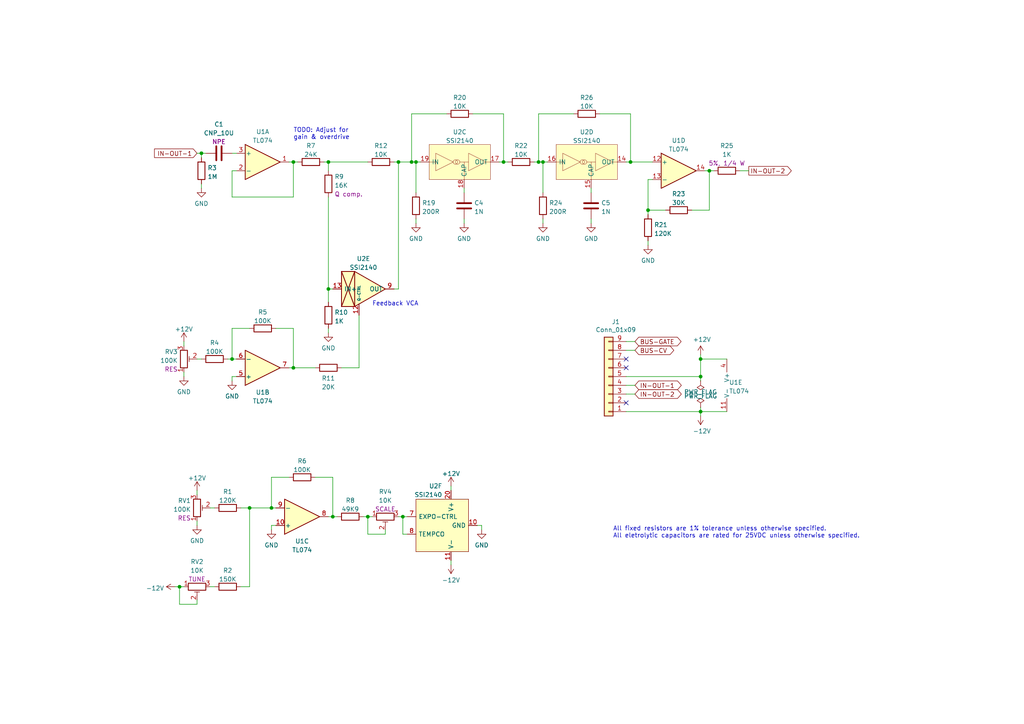
<source format=kicad_sch>
(kicad_sch (version 20211123) (generator eeschema)

  (uuid a1a9a0d8-c6de-418f-9a57-bf7f74b6d401)

  (paper "A4")

  (title_block
    (title "VCF Prototype - 2 Pole")
    (date "2022-04-08")
    (rev "1.0")
    (company "Len Popp")
    (comment 1 "Copyright © 2022 Len Popp CC BY")
    (comment 2 "2-pole lowpass VCF breadboard prototype")
  )

  (lib_symbols
    (symbol "-lmp-opamp:TL074" (pin_names (offset 0.127)) (in_bom yes) (on_board yes)
      (property "Reference" "U" (id 0) (at 0 5.08 0)
        (effects (font (size 1.27 1.27)) (justify left))
      )
      (property "Value" "TL074" (id 1) (at 0 -5.08 0)
        (effects (font (size 1.27 1.27)) (justify left))
      )
      (property "Footprint" "Package_DIP:DIP-14_W7.62mm" (id 2) (at -1.27 2.54 0)
        (effects (font (size 1.27 1.27)) hide)
      )
      (property "Datasheet" "http://www.ti.com/lit/ds/symlink/tl071.pdf" (id 3) (at 1.27 5.08 0)
        (effects (font (size 1.27 1.27)) hide)
      )
      (property "Manufacturer" "Texas Instruments" (id 4) (at 0 0 0)
        (effects (font (size 1.27 1.27)) hide)
      )
      (property "ManufacturerPartNum" "TL074BCN" (id 5) (at 0 0 0)
        (effects (font (size 1.27 1.27)) hide)
      )
      (property "Distributor" "Mouser" (id 6) (at 0 0 0)
        (effects (font (size 1.27 1.27)) hide)
      )
      (property "DistributorPartNum" "595-TL074BCN" (id 7) (at 0 0 0)
        (effects (font (size 1.27 1.27)) hide)
      )
      (property "DistributorPartLink" "https://www.mouser.ca/ProductDetail/?qs=vxEfx8VrU7BHurOY5iQdiA%3D%3D" (id 8) (at 0 0 0)
        (effects (font (size 1.27 1.27)) hide)
      )
      (property "ki_locked" "" (id 9) (at 0 0 0)
        (effects (font (size 1.27 1.27)))
      )
      (property "ki_keywords" "quad opamp" (id 10) (at 0 0 0)
        (effects (font (size 1.27 1.27)) hide)
      )
      (property "ki_description" "Quad Low-Noise JFET-Input Operational Amplifiers, DIP-14/SOIC-14" (id 11) (at 0 0 0)
        (effects (font (size 1.27 1.27)) hide)
      )
      (property "ki_fp_filters" "SOIC*3.9x8.7mm*P1.27mm* DIP*W7.62mm* TSSOP*4.4x5mm*P0.65mm* SSOP*5.3x6.2mm*P0.65mm* MSOP*3x3mm*P0.5mm*" (id 12) (at 0 0 0)
        (effects (font (size 1.27 1.27)) hide)
      )
      (symbol "TL074_1_1"
        (polyline
          (pts
            (xy -5.08 5.08)
            (xy 5.08 0)
            (xy -5.08 -5.08)
            (xy -5.08 5.08)
          )
          (stroke (width 0.254) (type default) (color 0 0 0 0))
          (fill (type background))
        )
        (pin output line (at 7.62 0 180) (length 2.54)
          (name "~" (effects (font (size 1.27 1.27))))
          (number "1" (effects (font (size 1.27 1.27))))
        )
        (pin input line (at -7.62 -2.54 0) (length 2.54)
          (name "-" (effects (font (size 1.27 1.27))))
          (number "2" (effects (font (size 1.27 1.27))))
        )
        (pin input line (at -7.62 2.54 0) (length 2.54)
          (name "+" (effects (font (size 1.27 1.27))))
          (number "3" (effects (font (size 1.27 1.27))))
        )
      )
      (symbol "TL074_2_1"
        (polyline
          (pts
            (xy -5.08 5.08)
            (xy 5.08 0)
            (xy -5.08 -5.08)
            (xy -5.08 5.08)
          )
          (stroke (width 0.254) (type default) (color 0 0 0 0))
          (fill (type background))
        )
        (pin input line (at -7.62 2.54 0) (length 2.54)
          (name "+" (effects (font (size 1.27 1.27))))
          (number "5" (effects (font (size 1.27 1.27))))
        )
        (pin input line (at -7.62 -2.54 0) (length 2.54)
          (name "-" (effects (font (size 1.27 1.27))))
          (number "6" (effects (font (size 1.27 1.27))))
        )
        (pin output line (at 7.62 0 180) (length 2.54)
          (name "~" (effects (font (size 1.27 1.27))))
          (number "7" (effects (font (size 1.27 1.27))))
        )
      )
      (symbol "TL074_3_1"
        (polyline
          (pts
            (xy -5.08 5.08)
            (xy 5.08 0)
            (xy -5.08 -5.08)
            (xy -5.08 5.08)
          )
          (stroke (width 0.254) (type default) (color 0 0 0 0))
          (fill (type background))
        )
        (pin input line (at -7.62 2.54 0) (length 2.54)
          (name "+" (effects (font (size 1.27 1.27))))
          (number "10" (effects (font (size 1.27 1.27))))
        )
        (pin output line (at 7.62 0 180) (length 2.54)
          (name "~" (effects (font (size 1.27 1.27))))
          (number "8" (effects (font (size 1.27 1.27))))
        )
        (pin input line (at -7.62 -2.54 0) (length 2.54)
          (name "-" (effects (font (size 1.27 1.27))))
          (number "9" (effects (font (size 1.27 1.27))))
        )
      )
      (symbol "TL074_4_1"
        (polyline
          (pts
            (xy -5.08 5.08)
            (xy 5.08 0)
            (xy -5.08 -5.08)
            (xy -5.08 5.08)
          )
          (stroke (width 0.254) (type default) (color 0 0 0 0))
          (fill (type background))
        )
        (pin input line (at -7.62 2.54 0) (length 2.54)
          (name "+" (effects (font (size 1.27 1.27))))
          (number "12" (effects (font (size 1.27 1.27))))
        )
        (pin input line (at -7.62 -2.54 0) (length 2.54)
          (name "-" (effects (font (size 1.27 1.27))))
          (number "13" (effects (font (size 1.27 1.27))))
        )
        (pin output line (at 7.62 0 180) (length 2.54)
          (name "~" (effects (font (size 1.27 1.27))))
          (number "14" (effects (font (size 1.27 1.27))))
        )
      )
      (symbol "TL074_5_1"
        (pin power_in line (at -2.54 -7.62 90) (length 3.81)
          (name "V-" (effects (font (size 1.27 1.27))))
          (number "11" (effects (font (size 1.27 1.27))))
        )
        (pin power_in line (at -2.54 7.62 270) (length 3.81)
          (name "V+" (effects (font (size 1.27 1.27))))
          (number "4" (effects (font (size 1.27 1.27))))
        )
      )
    )
    (symbol "-lmp-power:+12V" (power) (pin_names (offset 0)) (in_bom yes) (on_board yes)
      (property "Reference" "#PWR" (id 0) (at 0 -3.81 0)
        (effects (font (size 1.27 1.27)) hide)
      )
      (property "Value" "+12V" (id 1) (at 0 3.556 0)
        (effects (font (size 1.27 1.27)))
      )
      (property "Footprint" "" (id 2) (at 0 0 0)
        (effects (font (size 1.27 1.27)) hide)
      )
      (property "Datasheet" "" (id 3) (at 0 0 0)
        (effects (font (size 1.27 1.27)) hide)
      )
      (property "ki_keywords" "power-flag" (id 4) (at 0 0 0)
        (effects (font (size 1.27 1.27)) hide)
      )
      (property "ki_description" "Power symbol creates a global label with name \"+12V\"" (id 5) (at 0 0 0)
        (effects (font (size 1.27 1.27)) hide)
      )
      (symbol "+12V_0_1"
        (polyline
          (pts
            (xy -0.762 1.27)
            (xy 0 2.54)
          )
          (stroke (width 0) (type default) (color 0 0 0 0))
          (fill (type none))
        )
        (polyline
          (pts
            (xy 0 0)
            (xy 0 2.54)
          )
          (stroke (width 0) (type default) (color 0 0 0 0))
          (fill (type none))
        )
        (polyline
          (pts
            (xy 0 2.54)
            (xy 0.762 1.27)
          )
          (stroke (width 0) (type default) (color 0 0 0 0))
          (fill (type none))
        )
      )
      (symbol "+12V_1_1"
        (pin power_in line (at 0 0 90) (length 0) hide
          (name "+12V" (effects (font (size 1.27 1.27))))
          (number "1" (effects (font (size 1.27 1.27))))
        )
      )
    )
    (symbol "-lmp-power:-12V" (power) (pin_names (offset 0)) (in_bom yes) (on_board yes)
      (property "Reference" "#PWR" (id 0) (at 0 3.81 0)
        (effects (font (size 1.27 1.27)) hide)
      )
      (property "Value" "-12V" (id 1) (at 0 -3.556 0)
        (effects (font (size 1.27 1.27)))
      )
      (property "Footprint" "" (id 2) (at 0 0 0)
        (effects (font (size 1.27 1.27)) hide)
      )
      (property "Datasheet" "" (id 3) (at 0 0 0)
        (effects (font (size 1.27 1.27)) hide)
      )
      (property "ki_keywords" "power-flag" (id 4) (at 0 0 0)
        (effects (font (size 1.27 1.27)) hide)
      )
      (property "ki_description" "Power symbol creates a global label with name \"-12V\"" (id 5) (at 0 0 0)
        (effects (font (size 1.27 1.27)) hide)
      )
      (symbol "-12V_0_1"
        (polyline
          (pts
            (xy -0.762 -1.27)
            (xy 0 -2.54)
          )
          (stroke (width 0) (type default) (color 0 0 0 0))
          (fill (type none))
        )
        (polyline
          (pts
            (xy 0 -2.54)
            (xy 0.762 -1.27)
          )
          (stroke (width 0) (type default) (color 0 0 0 0))
          (fill (type none))
        )
        (polyline
          (pts
            (xy 0 0)
            (xy 0 -2.54)
          )
          (stroke (width 0) (type default) (color 0 0 0 0))
          (fill (type none))
        )
      )
      (symbol "-12V_1_1"
        (pin power_in line (at 0 0 270) (length 0) hide
          (name "-12V" (effects (font (size 1.27 1.27))))
          (number "1" (effects (font (size 1.27 1.27))))
        )
      )
    )
    (symbol "-lmp-power:GND" (power) (pin_names (offset 0)) (in_bom yes) (on_board yes)
      (property "Reference" "#PWR" (id 0) (at 0 -6.35 0)
        (effects (font (size 1.27 1.27)) hide)
      )
      (property "Value" "GND" (id 1) (at 0 -3.81 0)
        (effects (font (size 1.27 1.27)))
      )
      (property "Footprint" "" (id 2) (at 0 0 0)
        (effects (font (size 1.27 1.27)) hide)
      )
      (property "Datasheet" "" (id 3) (at 0 0 0)
        (effects (font (size 1.27 1.27)) hide)
      )
      (property "ki_keywords" "power-flag" (id 4) (at 0 0 0)
        (effects (font (size 1.27 1.27)) hide)
      )
      (property "ki_description" "Power symbol creates a global label with name \"GND\" , ground" (id 5) (at 0 0 0)
        (effects (font (size 1.27 1.27)) hide)
      )
      (symbol "GND_0_1"
        (polyline
          (pts
            (xy 0 0)
            (xy 0 -1.27)
            (xy 1.27 -1.27)
            (xy 0 -2.54)
            (xy -1.27 -1.27)
            (xy 0 -1.27)
          )
          (stroke (width 0) (type default) (color 0 0 0 0))
          (fill (type none))
        )
      )
      (symbol "GND_1_1"
        (pin power_in line (at 0 0 270) (length 0) hide
          (name "GND" (effects (font (size 1.27 1.27))))
          (number "1" (effects (font (size 1.27 1.27))))
        )
      )
    )
    (symbol "-lmp-power:PWR_FLAG" (power) (pin_numbers hide) (pin_names (offset 0) hide) (in_bom yes) (on_board yes)
      (property "Reference" "#FLG" (id 0) (at 0 1.905 0)
        (effects (font (size 1.27 1.27)) hide)
      )
      (property "Value" "PWR_FLAG" (id 1) (at 0 3.81 0)
        (effects (font (size 1.27 1.27)))
      )
      (property "Footprint" "" (id 2) (at 0 0 0)
        (effects (font (size 1.27 1.27)) hide)
      )
      (property "Datasheet" "~" (id 3) (at 0 0 0)
        (effects (font (size 1.27 1.27)) hide)
      )
      (property "ki_keywords" "power-flag" (id 4) (at 0 0 0)
        (effects (font (size 1.27 1.27)) hide)
      )
      (property "ki_description" "Special symbol for telling ERC where power comes from" (id 5) (at 0 0 0)
        (effects (font (size 1.27 1.27)) hide)
      )
      (symbol "PWR_FLAG_0_0"
        (pin power_out line (at 0 0 90) (length 0)
          (name "pwr" (effects (font (size 1.27 1.27))))
          (number "1" (effects (font (size 1.27 1.27))))
        )
      )
      (symbol "PWR_FLAG_0_1"
        (polyline
          (pts
            (xy 0 0)
            (xy 0 1.27)
            (xy -1.016 1.905)
            (xy 0 2.54)
            (xy 1.016 1.905)
            (xy 0 1.27)
          )
          (stroke (width 0) (type default) (color 0 0 0 0))
          (fill (type none))
        )
      )
    )
    (symbol "-lmp-synth:CNP_10U" (pin_numbers hide) (pin_names (offset 0.254)) (in_bom yes) (on_board yes)
      (property "Reference" "C" (id 0) (at 0.635 2.54 0)
        (effects (font (size 1.27 1.27)) (justify left))
      )
      (property "Value" "CNP_10U" (id 1) (at 0.635 -2.54 0)
        (effects (font (size 1.27 1.27)) (justify left))
      )
      (property "Footprint" "-lmp-misc:C_Radial_D5.0mm_H5.0mm_P2.50mm" (id 2) (at 0.9652 -3.81 0)
        (effects (font (size 1.27 1.27)) hide)
      )
      (property "Datasheet" "https://www.mouser.ca/datasheet/2/315/ABA0000C1053-947510.pdf" (id 3) (at 0 0 0)
        (effects (font (size 1.27 1.27)) hide)
      )
      (property "Value2" "NPE" (id 4) (at 0 0 0)
        (effects (font (size 1.27 1.27)))
      )
      (property "Manufacturer" "Panasonic" (id 5) (at 0 0 0)
        (effects (font (size 1.27 1.27)) hide)
      )
      (property "ManufacturerPartNum" "ECE-A1EN100UI" (id 6) (at 0 0 0)
        (effects (font (size 1.27 1.27)) hide)
      )
      (property "Distributor" "Mouser" (id 7) (at 0 0 0)
        (effects (font (size 1.27 1.27)) hide)
      )
      (property "DistributorPartNum" "667-ECE-A1EN100UI" (id 8) (at 0 0 0)
        (effects (font (size 1.27 1.27)) hide)
      )
      (property "DistributorPartLink" "https://www.mouser.ca/ProductDetail/Panasonic/ECE-A1EN100UI?qs=0h1gzos03f36mGOUyzNXaA%3D%3D" (id 9) (at 0 0 0)
        (effects (font (size 1.27 1.27)) hide)
      )
      (property "ki_keywords" "cap capacitor non-polarized electrolytic" (id 10) (at 0 0 0)
        (effects (font (size 1.27 1.27)) hide)
      )
      (property "ki_description" "Capacitor - Non-polarized Electrolytic" (id 11) (at 0 0 0)
        (effects (font (size 1.27 1.27)) hide)
      )
      (property "ki_fp_filters" "C_*" (id 12) (at 0 0 0)
        (effects (font (size 1.27 1.27)) hide)
      )
      (symbol "CNP_10U_0_1"
        (polyline
          (pts
            (xy -2.032 -0.762)
            (xy 2.032 -0.762)
          )
          (stroke (width 0.508) (type default) (color 0 0 0 0))
          (fill (type none))
        )
        (polyline
          (pts
            (xy -2.032 0.762)
            (xy 2.032 0.762)
          )
          (stroke (width 0.508) (type default) (color 0 0 0 0))
          (fill (type none))
        )
      )
      (symbol "CNP_10U_1_1"
        (pin passive line (at 0 3.81 270) (length 2.794)
          (name "~" (effects (font (size 1.27 1.27))))
          (number "1" (effects (font (size 1.27 1.27))))
        )
        (pin passive line (at 0 -3.81 90) (length 2.794)
          (name "~" (effects (font (size 1.27 1.27))))
          (number "2" (effects (font (size 1.27 1.27))))
        )
      )
    )
    (symbol "-lmp-synth:R_1K_Output" (pin_numbers hide) (pin_names (offset 0)) (in_bom yes) (on_board yes)
      (property "Reference" "R" (id 0) (at -2.286 0 90)
        (effects (font (size 1.27 1.27)))
      )
      (property "Value" "R_1K_Output" (id 1) (at 2.413 0 90)
        (effects (font (size 1.27 1.27)))
      )
      (property "Footprint" "-lmp-misc:R_Axial_DIN0207_L6.3mm_D2.5mm_P10.16mm_Horizontal" (id 2) (at -1.778 0 90)
        (effects (font (size 1.27 1.27)) hide)
      )
      (property "Datasheet" "https://www.mouser.ca/datasheet/2/427/ccf07-1762725.pdf" (id 3) (at 0 0 0)
        (effects (font (size 1.27 1.27)) hide)
      )
      (property "Value2" "5%, 1/4 W" (id 4) (at 4.445 0 90)
        (effects (font (size 1.27 1.27)))
      )
      (property "Note" "Output limiting" (id 5) (at -1.905 -1.905 90)
        (effects (font (size 1.27 1.27)) hide)
      )
      (property "Manufacturer" "Vishay / Dale" (id 6) (at 0 0 0)
        (effects (font (size 1.27 1.27)) hide)
      )
      (property "ManufacturerPartNum" "CCF071K00JKE36" (id 7) (at 0 0 0)
        (effects (font (size 1.27 1.27)) hide)
      )
      (property "Distributor" "Mouser" (id 8) (at -1.905 0 90)
        (effects (font (size 1.27 1.27)) hide)
      )
      (property "DistributorPartNum" "71-CCF071K00JKE36" (id 9) (at 0 0 0)
        (effects (font (size 1.27 1.27)) hide)
      )
      (property "DistributorPartLink" "https://www.mouser.ca/ProductDetail/Vishay-Dale/CCF071K00JKE36?qs=sGAEpiMZZMsPqMdJzcrNwqw41JD0NFylHV1MADcQnpo%3D" (id 10) (at 0 0 0)
        (effects (font (size 1.27 1.27)) hide)
      )
      (property "ki_keywords" "R res resistor" (id 11) (at 0 0 0)
        (effects (font (size 1.27 1.27)) hide)
      )
      (property "ki_description" "Resistor" (id 12) (at 0 0 0)
        (effects (font (size 1.27 1.27)) hide)
      )
      (property "ki_fp_filters" "R_*" (id 13) (at 0 0 0)
        (effects (font (size 1.27 1.27)) hide)
      )
      (symbol "R_1K_Output_0_1"
        (rectangle (start -1.016 -2.54) (end 1.016 2.54)
          (stroke (width 0.254) (type default) (color 0 0 0 0))
          (fill (type none))
        )
      )
      (symbol "R_1K_Output_1_1"
        (pin passive line (at 0 3.81 270) (length 1.27)
          (name "~" (effects (font (size 1.27 1.27))))
          (number "1" (effects (font (size 1.27 1.27))))
        )
        (pin passive line (at 0 -3.81 90) (length 1.27)
          (name "~" (effects (font (size 1.27 1.27))))
          (number "2" (effects (font (size 1.27 1.27))))
        )
      )
    )
    (symbol "-lmp-synth:SSI2140" (pin_names (offset 0.762)) (in_bom yes) (on_board yes)
      (property "Reference" "U" (id 0) (at 2.54 9.525 0)
        (effects (font (size 1.27 1.27)) (justify right))
      )
      (property "Value" "SSI2140" (id 1) (at 2.54 6.985 0)
        (effects (font (size 1.27 1.27)) (justify right))
      )
      (property "Footprint" "Package_SO:SSOP-20_4.4x6.5mm_P0.65mm" (id 2) (at 5.715 10.795 0)
        (effects (font (size 1.27 1.27)) hide)
      )
      (property "Datasheet" "http://soundsemiconductor.com/downloads/ssi2140datasheet.pdf" (id 3) (at 5.715 10.795 0)
        (effects (font (size 1.27 1.27)) hide)
      )
      (property "Manufacturer" "Sound Semiconductor" (id 4) (at 5.715 10.795 0)
        (effects (font (size 1.27 1.27)) hide)
      )
      (property "ManufacturerPartNum" "SSI2140" (id 5) (at 1.27 10.795 0)
        (effects (font (size 1.27 1.27)) hide)
      )
      (property "Distributor" "Antique Electronic Supply" (id 6) (at 5.715 10.795 0)
        (effects (font (size 1.27 1.27)) hide)
      )
      (property "DistributorPartNum" "P-Q-SSI2140" (id 7) (at 1.27 10.795 0)
        (effects (font (size 1.27 1.27)) hide)
      )
      (property "DistributorPartLink" "https://www.tubesandmore.com/products/integrated-circuit-ssi2140-multi-mode-vcf-sound-semiconductor" (id 8) (at 5.715 10.795 0)
        (effects (font (size 1.27 1.27)) hide)
      )
      (property "Distributor2" "SynthCube" (id 9) (at 1.27 10.795 0)
        (effects (font (size 1.27 1.27)) hide)
      )
      (property "DistributorPartNum2" "ICSMSSI2140" (id 10) (at 1.27 10.795 0)
        (effects (font (size 1.27 1.27)) hide)
      )
      (property "DistributorPartLink2" "https://synthcube.com/cart/ics-and-semiconductors/sound-semiconductor-ssi2140-quad-vcf-ic-ssop20-smt" (id 11) (at 5.715 10.795 0)
        (effects (font (size 1.27 1.27)) hide)
      )
      (property "Distributor3" "Thonk" (id 12) (at 1.27 10.795 0)
        (effects (font (size 1.27 1.27)) hide)
      )
      (property "DistributorPartNum3" "SSI2140" (id 13) (at 1.27 10.795 0)
        (effects (font (size 1.27 1.27)) hide)
      )
      (property "DistributorPartLink3" "https://www.thonk.co.uk/shop/sound-semiconductor/" (id 14) (at 5.715 10.795 0)
        (effects (font (size 1.27 1.27)) hide)
      )
      (property "ki_locked" "" (id 15) (at 0 0 0)
        (effects (font (size 1.27 1.27)))
      )
      (property "ki_keywords" "VCF SSI2140 Sound Semiconductor" (id 16) (at 0 0 0)
        (effects (font (size 1.27 1.27)) hide)
      )
      (property "ki_description" "Voltage Controlled Filter (VCF), SSOP-20" (id 17) (at 0 0 0)
        (effects (font (size 1.27 1.27)) hide)
      )
      (symbol "SSI2140_1_1"
        (rectangle (start -7.62 5.08) (end 10.16 -5.08)
          (stroke (width 0.1016) (type default) (color 0 0 0 0))
          (fill (type background))
        )
        (polyline
          (pts
            (xy -7.62 0)
            (xy -5.715 0)
          )
          (stroke (width 0.0762) (type default) (color 0 0 0 0))
          (fill (type none))
        )
        (polyline
          (pts
            (xy 1.27 0)
            (xy 3.81 0)
          )
          (stroke (width 0.0762) (type default) (color 0 0 0 0))
          (fill (type none))
        )
        (polyline
          (pts
            (xy 2.54 -5.08)
            (xy 2.54 0)
          )
          (stroke (width 0.0762) (type default) (color 0 0 0 0))
          (fill (type none))
        )
        (polyline
          (pts
            (xy 8.89 0)
            (xy 10.16 0)
          )
          (stroke (width 0.0762) (type default) (color 0 0 0 0))
          (fill (type none))
        )
        (polyline
          (pts
            (xy -5.715 2.54)
            (xy -0.635 0)
            (xy -5.715 -2.54)
            (xy -5.715 2.54)
          )
          (stroke (width 0.0762) (type default) (color 0 0 0 0))
          (fill (type none))
        )
        (polyline
          (pts
            (xy 3.81 2.54)
            (xy 8.89 0)
            (xy 3.81 -2.54)
            (xy 3.81 2.54)
          )
          (stroke (width 0.0762) (type default) (color 0 0 0 0))
          (fill (type none))
        )
        (circle (center 0 0) (radius 0.635)
          (stroke (width 0.0762) (type default) (color 0 0 0 0))
          (fill (type none))
        )
        (circle (center 0.635 0) (radius 0.635)
          (stroke (width 0.0762) (type default) (color 0 0 0 0))
          (fill (type none))
        )
        (pin output line (at 12.7 0 180) (length 2.54)
          (name "OUT" (effects (font (size 1.27 1.27))))
          (number "4" (effects (font (size 1.27 1.27))))
        )
        (pin passive line (at 2.54 -7.62 90) (length 2.54)
          (name "CAP" (effects (font (size 1.27 1.27))))
          (number "5" (effects (font (size 1.27 1.27))))
        )
        (pin input line (at -10.16 0 0) (length 2.54)
          (name "IN" (effects (font (size 1.27 1.27))))
          (number "6" (effects (font (size 1.27 1.27))))
        )
      )
      (symbol "SSI2140_2_1"
        (rectangle (start -7.62 5.08) (end 10.16 -5.08)
          (stroke (width 0.1016) (type default) (color 0 0 0 0))
          (fill (type background))
        )
        (polyline
          (pts
            (xy -7.62 0)
            (xy -5.715 0)
          )
          (stroke (width 0.0762) (type default) (color 0 0 0 0))
          (fill (type none))
        )
        (polyline
          (pts
            (xy 1.27 0)
            (xy 3.81 0)
          )
          (stroke (width 0.0762) (type default) (color 0 0 0 0))
          (fill (type none))
        )
        (polyline
          (pts
            (xy 2.54 -5.08)
            (xy 2.54 0)
          )
          (stroke (width 0.0762) (type default) (color 0 0 0 0))
          (fill (type none))
        )
        (polyline
          (pts
            (xy 8.89 0)
            (xy 10.16 0)
          )
          (stroke (width 0.0762) (type default) (color 0 0 0 0))
          (fill (type none))
        )
        (polyline
          (pts
            (xy -5.715 2.54)
            (xy -0.635 0)
            (xy -5.715 -2.54)
            (xy -5.715 2.54)
          )
          (stroke (width 0.0762) (type default) (color 0 0 0 0))
          (fill (type none))
        )
        (polyline
          (pts
            (xy 3.81 2.54)
            (xy 8.89 0)
            (xy 3.81 -2.54)
            (xy 3.81 2.54)
          )
          (stroke (width 0.0762) (type default) (color 0 0 0 0))
          (fill (type none))
        )
        (circle (center 0 0) (radius 0.635)
          (stroke (width 0.0762) (type default) (color 0 0 0 0))
          (fill (type none))
        )
        (circle (center 0.635 0) (radius 0.635)
          (stroke (width 0.0762) (type default) (color 0 0 0 0))
          (fill (type none))
        )
        (pin output line (at 12.7 0 180) (length 2.54)
          (name "OUT" (effects (font (size 1.27 1.27))))
          (number "1" (effects (font (size 1.27 1.27))))
        )
        (pin passive line (at 2.54 -7.62 90) (length 2.54)
          (name "CAP" (effects (font (size 1.27 1.27))))
          (number "2" (effects (font (size 1.27 1.27))))
        )
        (pin input line (at -10.16 0 0) (length 2.54)
          (name "IN" (effects (font (size 1.27 1.27))))
          (number "3" (effects (font (size 1.27 1.27))))
        )
      )
      (symbol "SSI2140_3_1"
        (rectangle (start -7.62 5.08) (end 10.16 -5.08)
          (stroke (width 0.1016) (type default) (color 0 0 0 0))
          (fill (type background))
        )
        (polyline
          (pts
            (xy -7.62 0)
            (xy -5.715 0)
          )
          (stroke (width 0.0762) (type default) (color 0 0 0 0))
          (fill (type none))
        )
        (polyline
          (pts
            (xy 1.27 0)
            (xy 3.81 0)
          )
          (stroke (width 0.0762) (type default) (color 0 0 0 0))
          (fill (type none))
        )
        (polyline
          (pts
            (xy 2.54 -5.08)
            (xy 2.54 0)
          )
          (stroke (width 0.0762) (type default) (color 0 0 0 0))
          (fill (type none))
        )
        (polyline
          (pts
            (xy 8.89 0)
            (xy 10.16 0)
          )
          (stroke (width 0.0762) (type default) (color 0 0 0 0))
          (fill (type none))
        )
        (polyline
          (pts
            (xy -5.715 2.54)
            (xy -0.635 0)
            (xy -5.715 -2.54)
            (xy -5.715 2.54)
          )
          (stroke (width 0.0762) (type default) (color 0 0 0 0))
          (fill (type none))
        )
        (polyline
          (pts
            (xy 3.81 2.54)
            (xy 8.89 0)
            (xy 3.81 -2.54)
            (xy 3.81 2.54)
          )
          (stroke (width 0.0762) (type default) (color 0 0 0 0))
          (fill (type none))
        )
        (circle (center 0 0) (radius 0.635)
          (stroke (width 0.0762) (type default) (color 0 0 0 0))
          (fill (type none))
        )
        (circle (center 0.635 0) (radius 0.635)
          (stroke (width 0.0762) (type default) (color 0 0 0 0))
          (fill (type none))
        )
        (pin output line (at 12.7 0 180) (length 2.54)
          (name "OUT" (effects (font (size 1.27 1.27))))
          (number "17" (effects (font (size 1.27 1.27))))
        )
        (pin passive line (at 2.54 -7.62 90) (length 2.54)
          (name "CAP" (effects (font (size 1.27 1.27))))
          (number "18" (effects (font (size 1.27 1.27))))
        )
        (pin input line (at -10.16 0 0) (length 2.54)
          (name "IN" (effects (font (size 1.27 1.27))))
          (number "19" (effects (font (size 1.27 1.27))))
        )
      )
      (symbol "SSI2140_4_1"
        (rectangle (start -7.62 5.08) (end 10.16 -5.08)
          (stroke (width 0.1016) (type default) (color 0 0 0 0))
          (fill (type background))
        )
        (polyline
          (pts
            (xy -7.62 0)
            (xy -5.715 0)
          )
          (stroke (width 0.0762) (type default) (color 0 0 0 0))
          (fill (type none))
        )
        (polyline
          (pts
            (xy 1.27 0)
            (xy 3.81 0)
          )
          (stroke (width 0.0762) (type default) (color 0 0 0 0))
          (fill (type none))
        )
        (polyline
          (pts
            (xy 2.54 -5.08)
            (xy 2.54 0)
          )
          (stroke (width 0.0762) (type default) (color 0 0 0 0))
          (fill (type none))
        )
        (polyline
          (pts
            (xy 8.89 0)
            (xy 10.16 0)
          )
          (stroke (width 0.0762) (type default) (color 0 0 0 0))
          (fill (type none))
        )
        (polyline
          (pts
            (xy -5.715 2.54)
            (xy -0.635 0)
            (xy -5.715 -2.54)
            (xy -5.715 2.54)
          )
          (stroke (width 0.0762) (type default) (color 0 0 0 0))
          (fill (type none))
        )
        (polyline
          (pts
            (xy 3.81 2.54)
            (xy 8.89 0)
            (xy 3.81 -2.54)
            (xy 3.81 2.54)
          )
          (stroke (width 0.0762) (type default) (color 0 0 0 0))
          (fill (type none))
        )
        (circle (center 0 0) (radius 0.635)
          (stroke (width 0.0762) (type default) (color 0 0 0 0))
          (fill (type none))
        )
        (circle (center 0.635 0) (radius 0.635)
          (stroke (width 0.0762) (type default) (color 0 0 0 0))
          (fill (type none))
        )
        (pin output line (at 12.7 0 180) (length 2.54)
          (name "OUT" (effects (font (size 1.27 1.27))))
          (number "14" (effects (font (size 1.27 1.27))))
        )
        (pin passive line (at 2.54 -7.62 90) (length 2.54)
          (name "CAP" (effects (font (size 1.27 1.27))))
          (number "15" (effects (font (size 1.27 1.27))))
        )
        (pin input line (at -10.16 0 0) (length 2.54)
          (name "IN" (effects (font (size 1.27 1.27))))
          (number "16" (effects (font (size 1.27 1.27))))
        )
      )
      (symbol "SSI2140_5_1"
        (polyline
          (pts
            (xy -5.08 5.08)
            (xy -1.27 -5.08)
          )
          (stroke (width 0.254) (type default) (color 0 0 0 0))
          (fill (type none))
        )
        (polyline
          (pts
            (xy -1.27 5.08)
            (xy -5.08 -5.08)
          )
          (stroke (width 0.254) (type default) (color 0 0 0 0))
          (fill (type none))
        )
        (polyline
          (pts
            (xy 0 3.81)
            (xy 0 3.81)
          )
          (stroke (width 0) (type default) (color 0 0 0 0))
          (fill (type none))
        )
        (polyline
          (pts
            (xy -1.27 5.08)
            (xy -5.08 5.08)
            (xy -5.08 -5.08)
            (xy -1.27 -5.08)
          )
          (stroke (width 0.254) (type default) (color 0 0 0 0))
          (fill (type background))
        )
        (polyline
          (pts
            (xy -1.27 5.08)
            (xy 7.62 0)
            (xy -1.27 -5.08)
            (xy -1.27 5.08)
          )
          (stroke (width 0.254) (type default) (color 0 0 0 0))
          (fill (type background))
        )
        (pin input line (at 0 -7.62 90) (length 3.302)
          (name "Q-CTRL" (effects (font (size 0.762 0.762))))
          (number "12" (effects (font (size 1.27 1.27))))
        )
        (pin input line (at -7.62 0 0) (length 2.54)
          (name "IN+" (effects (font (size 1.27 1.27))))
          (number "13" (effects (font (size 1.27 1.27))))
        )
        (pin output line (at 10.16 0 180) (length 2.54)
          (name "OUT" (effects (font (size 1.27 1.27))))
          (number "9" (effects (font (size 1.27 1.27))))
        )
      )
      (symbol "SSI2140_6_0"
        (rectangle (start -5.08 5.08) (end 10.16 -10.16)
          (stroke (width 0) (type default) (color 0 0 0 0))
          (fill (type background))
        )
      )
      (symbol "SSI2140_6_1"
        (pin power_in line (at 12.7 -2.54 180) (length 2.54)
          (name "GND" (effects (font (size 1.27 1.27))))
          (number "10" (effects (font (size 1.27 1.27))))
        )
        (pin power_in line (at 5.08 -12.7 90) (length 2.54)
          (name "V-" (effects (font (size 1.27 1.27))))
          (number "11" (effects (font (size 1.27 1.27))))
        )
        (pin power_in line (at 5.08 7.62 270) (length 2.54)
          (name "V+" (effects (font (size 1.27 1.27))))
          (number "20" (effects (font (size 1.27 1.27))))
        )
        (pin input line (at -7.62 0 0) (length 2.54)
          (name "EXPO-CTRL" (effects (font (size 1.27 1.27))))
          (number "7" (effects (font (size 1.27 1.27))))
        )
        (pin input line (at -7.62 -5.08 0) (length 2.54)
          (name "TEMPCO" (effects (font (size 1.27 1.27))))
          (number "8" (effects (font (size 1.27 1.27))))
        )
      )
    )
    (symbol "-lmp:CF" (pin_numbers hide) (pin_names (offset 0.254)) (in_bom yes) (on_board yes)
      (property "Reference" "C" (id 0) (at 0.635 2.54 0)
        (effects (font (size 1.27 1.27)) (justify left))
      )
      (property "Value" "CF" (id 1) (at 0.635 -2.54 0)
        (effects (font (size 1.27 1.27)) (justify left))
      )
      (property "Footprint" "" (id 2) (at 0.9652 -3.81 0)
        (effects (font (size 1.27 1.27)) hide)
      )
      (property "Datasheet" "~" (id 3) (at 0 0 0)
        (effects (font (size 1.27 1.27)) hide)
      )
      (property "ki_keywords" "cap capacitor film" (id 4) (at 0 0 0)
        (effects (font (size 1.27 1.27)) hide)
      )
      (property "ki_description" "Capacitor - Film" (id 5) (at 0 0 0)
        (effects (font (size 1.27 1.27)) hide)
      )
      (property "ki_fp_filters" "C_*" (id 6) (at 0 0 0)
        (effects (font (size 1.27 1.27)) hide)
      )
      (symbol "CF_0_1"
        (polyline
          (pts
            (xy -2.032 -0.762)
            (xy 2.032 -0.762)
          )
          (stroke (width 0.508) (type default) (color 0 0 0 0))
          (fill (type none))
        )
        (polyline
          (pts
            (xy -2.032 0.762)
            (xy 2.032 0.762)
          )
          (stroke (width 0.508) (type default) (color 0 0 0 0))
          (fill (type none))
        )
      )
      (symbol "CF_1_1"
        (pin passive line (at 0 3.81 270) (length 2.794)
          (name "~" (effects (font (size 1.27 1.27))))
          (number "1" (effects (font (size 1.27 1.27))))
        )
        (pin passive line (at 0 -3.81 90) (length 2.794)
          (name "~" (effects (font (size 1.27 1.27))))
          (number "2" (effects (font (size 1.27 1.27))))
        )
      )
    )
    (symbol "-lmp:R_1%_0W166" (pin_numbers hide) (pin_names (offset 0)) (in_bom yes) (on_board yes)
      (property "Reference" "R" (id 0) (at -2.286 0 90)
        (effects (font (size 1.27 1.27)))
      )
      (property "Value" "R_1%_0W166" (id 1) (at 2.413 0 90)
        (effects (font (size 1.27 1.27)))
      )
      (property "Footprint" "-lmp-misc:R_Axial_DIN0207_L6.3mm_D2.5mm_P7.62mm_Horizontal" (id 2) (at -1.778 0 90)
        (effects (font (size 1.27 1.27)) hide)
      )
      (property "Datasheet" "https://www.mouser.ca/datasheet/2/447/Yageo_LR_MFR_1-1714151.pdf" (id 3) (at 0 0 0)
        (effects (font (size 1.27 1.27)) hide)
      )
      (property "Manufacturer" "YAGEO" (id 4) (at 0 0 0)
        (effects (font (size 1.27 1.27)) hide)
      )
      (property "ManufacturerPartNum" "MFR-12*" (id 5) (at 0 0 0)
        (effects (font (size 1.27 1.27)) hide)
      )
      (property "Distributor" "Mouser" (id 6) (at 0 0 0)
        (effects (font (size 1.27 1.27)) hide)
      )
      (property "DistributorPartNum" "603-MFR-12*" (id 7) (at 0 0 0)
        (effects (font (size 1.27 1.27)) hide)
      )
      (property "DistributorPartLink" "https://www.mouser.ca/c/?m=YAGEO&power+rating=166+mW+(1%2f6+W)&tolerance=1+%25&instock=y" (id 8) (at 0 0 0)
        (effects (font (size 1.27 1.27)) hide)
      )
      (property "Value2" "1%, 1/6 W" (id 9) (at 4.953 0 90)
        (effects (font (size 1.27 1.27)) hide)
      )
      (property "ki_keywords" "R res resistor" (id 10) (at 0 0 0)
        (effects (font (size 1.27 1.27)) hide)
      )
      (property "ki_description" "Resistor" (id 11) (at 0 0 0)
        (effects (font (size 1.27 1.27)) hide)
      )
      (property "ki_fp_filters" "R_*" (id 12) (at 0 0 0)
        (effects (font (size 1.27 1.27)) hide)
      )
      (symbol "R_1%_0W166_0_1"
        (rectangle (start -1.016 -2.54) (end 1.016 2.54)
          (stroke (width 0.254) (type default) (color 0 0 0 0))
          (fill (type none))
        )
      )
      (symbol "R_1%_0W166_1_1"
        (pin passive line (at 0 3.81 270) (length 1.27)
          (name "~" (effects (font (size 1.27 1.27))))
          (number "1" (effects (font (size 1.27 1.27))))
        )
        (pin passive line (at 0 -3.81 90) (length 1.27)
          (name "~" (effects (font (size 1.27 1.27))))
          (number "2" (effects (font (size 1.27 1.27))))
        )
      )
    )
    (symbol "-lmp:R_POT_TRIM" (pin_names (offset 1.016) hide) (in_bom yes) (on_board yes)
      (property "Reference" "RV" (id 0) (at -6.858 0 90)
        (effects (font (size 1.27 1.27)))
      )
      (property "Value" "R_POT_TRIM" (id 1) (at -4.953 0 90)
        (effects (font (size 1.27 1.27)))
      )
      (property "Footprint" "-lmp-misc:Potentiometer_Bourns_3386P_Top" (id 2) (at 0 0 0)
        (effects (font (size 1.27 1.27)) hide)
      )
      (property "Datasheet" "https://www.mouser.ca/datasheet/2/54/3386-776606.pdf" (id 3) (at 0 0 0)
        (effects (font (size 1.27 1.27)) hide)
      )
      (property "Label" "[label]" (id 4) (at -2.921 0 90)
        (effects (font (size 1.27 1.27)))
      )
      (property "Manufacturer" "Bourns" (id 5) (at 0 0 0)
        (effects (font (size 1.27 1.27)) hide)
      )
      (property "ManufacturerPartNum" "3386*" (id 6) (at 0 0 0)
        (effects (font (size 1.27 1.27)) hide)
      )
      (property "Distributor" "Mouser" (id 7) (at 0 0 0)
        (effects (font (size 1.27 1.27)) hide)
      )
      (property "DistributorPartNum" "652-3386*" (id 8) (at 0 0 0)
        (effects (font (size 1.27 1.27)) hide)
      )
      (property "DistributorPartLink" "https://www.mouser.ca/c/passive-components/resistors/variable-resistors/trimmer-resistors-through-hole/?number+of+turns=1&series=3386&instock=y" (id 9) (at 0 0 0)
        (effects (font (size 1.27 1.27)) hide)
      )
      (property "ki_keywords" "resistor variable trimpot trimmer" (id 10) (at 0 0 0)
        (effects (font (size 1.27 1.27)) hide)
      )
      (property "ki_description" "Trim-potentiometer" (id 11) (at 0 0 0)
        (effects (font (size 1.27 1.27)) hide)
      )
      (property "ki_fp_filters" "Potentiometer*" (id 12) (at 0 0 0)
        (effects (font (size 1.27 1.27)) hide)
      )
      (symbol "R_POT_TRIM_0_1"
        (polyline
          (pts
            (xy 1.524 0.762)
            (xy 1.524 -0.762)
          )
          (stroke (width 0) (type default) (color 0 0 0 0))
          (fill (type none))
        )
        (polyline
          (pts
            (xy 2.54 0)
            (xy 1.524 0)
          )
          (stroke (width 0) (type default) (color 0 0 0 0))
          (fill (type none))
        )
        (rectangle (start 1.016 2.54) (end -1.016 -2.54)
          (stroke (width 0.254) (type default) (color 0 0 0 0))
          (fill (type none))
        )
      )
      (symbol "R_POT_TRIM_1_1"
        (pin passive line (at 0 3.81 270) (length 1.27)
          (name "1" (effects (font (size 1.27 1.27))))
          (number "1" (effects (font (size 1.27 1.27))))
        )
        (pin passive line (at 3.81 0 180) (length 1.27)
          (name "2" (effects (font (size 1.27 1.27))))
          (number "2" (effects (font (size 1.27 1.27))))
        )
        (pin passive line (at 0 -3.81 90) (length 1.27)
          (name "3" (effects (font (size 1.27 1.27))))
          (number "3" (effects (font (size 1.27 1.27))))
        )
      )
    )
    (symbol "Connector_Generic:Conn_01x09" (pin_names (offset 1.016) hide) (in_bom yes) (on_board yes)
      (property "Reference" "J" (id 0) (at 0 12.7 0)
        (effects (font (size 1.27 1.27)))
      )
      (property "Value" "Conn_01x09" (id 1) (at 0 -12.7 0)
        (effects (font (size 1.27 1.27)))
      )
      (property "Footprint" "" (id 2) (at 0 0 0)
        (effects (font (size 1.27 1.27)) hide)
      )
      (property "Datasheet" "~" (id 3) (at 0 0 0)
        (effects (font (size 1.27 1.27)) hide)
      )
      (property "ki_keywords" "connector" (id 4) (at 0 0 0)
        (effects (font (size 1.27 1.27)) hide)
      )
      (property "ki_description" "Generic connector, single row, 01x09, script generated (kicad-library-utils/schlib/autogen/connector/)" (id 5) (at 0 0 0)
        (effects (font (size 1.27 1.27)) hide)
      )
      (property "ki_fp_filters" "Connector*:*_1x??_*" (id 6) (at 0 0 0)
        (effects (font (size 1.27 1.27)) hide)
      )
      (symbol "Conn_01x09_1_1"
        (rectangle (start -1.27 -10.033) (end 0 -10.287)
          (stroke (width 0.1524) (type default) (color 0 0 0 0))
          (fill (type none))
        )
        (rectangle (start -1.27 -7.493) (end 0 -7.747)
          (stroke (width 0.1524) (type default) (color 0 0 0 0))
          (fill (type none))
        )
        (rectangle (start -1.27 -4.953) (end 0 -5.207)
          (stroke (width 0.1524) (type default) (color 0 0 0 0))
          (fill (type none))
        )
        (rectangle (start -1.27 -2.413) (end 0 -2.667)
          (stroke (width 0.1524) (type default) (color 0 0 0 0))
          (fill (type none))
        )
        (rectangle (start -1.27 0.127) (end 0 -0.127)
          (stroke (width 0.1524) (type default) (color 0 0 0 0))
          (fill (type none))
        )
        (rectangle (start -1.27 2.667) (end 0 2.413)
          (stroke (width 0.1524) (type default) (color 0 0 0 0))
          (fill (type none))
        )
        (rectangle (start -1.27 5.207) (end 0 4.953)
          (stroke (width 0.1524) (type default) (color 0 0 0 0))
          (fill (type none))
        )
        (rectangle (start -1.27 7.747) (end 0 7.493)
          (stroke (width 0.1524) (type default) (color 0 0 0 0))
          (fill (type none))
        )
        (rectangle (start -1.27 10.287) (end 0 10.033)
          (stroke (width 0.1524) (type default) (color 0 0 0 0))
          (fill (type none))
        )
        (rectangle (start -1.27 11.43) (end 1.27 -11.43)
          (stroke (width 0.254) (type default) (color 0 0 0 0))
          (fill (type background))
        )
        (pin passive line (at -5.08 10.16 0) (length 3.81)
          (name "Pin_1" (effects (font (size 1.27 1.27))))
          (number "1" (effects (font (size 1.27 1.27))))
        )
        (pin passive line (at -5.08 7.62 0) (length 3.81)
          (name "Pin_2" (effects (font (size 1.27 1.27))))
          (number "2" (effects (font (size 1.27 1.27))))
        )
        (pin passive line (at -5.08 5.08 0) (length 3.81)
          (name "Pin_3" (effects (font (size 1.27 1.27))))
          (number "3" (effects (font (size 1.27 1.27))))
        )
        (pin passive line (at -5.08 2.54 0) (length 3.81)
          (name "Pin_4" (effects (font (size 1.27 1.27))))
          (number "4" (effects (font (size 1.27 1.27))))
        )
        (pin passive line (at -5.08 0 0) (length 3.81)
          (name "Pin_5" (effects (font (size 1.27 1.27))))
          (number "5" (effects (font (size 1.27 1.27))))
        )
        (pin passive line (at -5.08 -2.54 0) (length 3.81)
          (name "Pin_6" (effects (font (size 1.27 1.27))))
          (number "6" (effects (font (size 1.27 1.27))))
        )
        (pin passive line (at -5.08 -5.08 0) (length 3.81)
          (name "Pin_7" (effects (font (size 1.27 1.27))))
          (number "7" (effects (font (size 1.27 1.27))))
        )
        (pin passive line (at -5.08 -7.62 0) (length 3.81)
          (name "Pin_8" (effects (font (size 1.27 1.27))))
          (number "8" (effects (font (size 1.27 1.27))))
        )
        (pin passive line (at -5.08 -10.16 0) (length 3.81)
          (name "Pin_9" (effects (font (size 1.27 1.27))))
          (number "9" (effects (font (size 1.27 1.27))))
        )
      )
    )
  )

  (junction (at 203.2 119.38) (diameter 0) (color 0 0 0 0)
    (uuid 22c22de0-30f9-42af-ac14-44974608319c)
  )
  (junction (at 203.2 109.22) (diameter 0) (color 0 0 0 0)
    (uuid 277337c2-8b08-4bed-a885-4a8adba6aa1b)
  )
  (junction (at 95.25 83.82) (diameter 0) (color 0 0 0 0)
    (uuid 395d9032-1866-4257-b5f0-be7ac403008f)
  )
  (junction (at 52.07 170.18) (diameter 0) (color 0 0 0 0)
    (uuid 3d0ce8c3-0fb9-4ade-b61a-c1f1ef07f483)
  )
  (junction (at 96.52 149.86) (diameter 0) (color 0 0 0 0)
    (uuid 4aef5ac2-813c-4c94-8eb9-3c15c4fc4f22)
  )
  (junction (at 120.65 46.99) (diameter 0) (color 0 0 0 0)
    (uuid 5680bc57-9547-4adb-8615-aedd03732b04)
  )
  (junction (at 78.74 147.32) (diameter 0) (color 0 0 0 0)
    (uuid 719adfbe-0ad2-4073-b71c-0f2052914482)
  )
  (junction (at 116.84 149.86) (diameter 0) (color 0 0 0 0)
    (uuid 745702e1-daca-4a65-aafc-68f68db898fa)
  )
  (junction (at 67.31 104.14) (diameter 0) (color 0 0 0 0)
    (uuid 79c58610-c323-4cf3-baf4-b440b1bcb8df)
  )
  (junction (at 119.38 46.99) (diameter 0) (color 0 0 0 0)
    (uuid 7ca04fe1-ff6d-408b-87cb-fd76b0e4058e)
  )
  (junction (at 85.09 46.99) (diameter 0) (color 0 0 0 0)
    (uuid 87d6db0c-7d59-4364-b14e-2f6c62c73891)
  )
  (junction (at 182.88 46.99) (diameter 0) (color 0 0 0 0)
    (uuid 87f910dc-7a65-411e-ab82-ed8dd25758bd)
  )
  (junction (at 85.09 106.68) (diameter 0) (color 0 0 0 0)
    (uuid 9db47fdb-fbe9-4e9b-8d02-506cf54f4452)
  )
  (junction (at 72.39 147.32) (diameter 0) (color 0 0 0 0)
    (uuid a3b6018a-79ba-40bb-b19e-0942feac0939)
  )
  (junction (at 157.48 46.99) (diameter 0) (color 0 0 0 0)
    (uuid a835fd3a-044f-47e2-b292-6c1630667dc1)
  )
  (junction (at 205.74 49.53) (diameter 0) (color 0 0 0 0)
    (uuid a88449e7-ce31-416c-bbb0-b026aeba8a31)
  )
  (junction (at 146.05 46.99) (diameter 0) (color 0 0 0 0)
    (uuid a8f9a4a4-68b1-486d-a374-84153da461d4)
  )
  (junction (at 203.2 104.14) (diameter 0) (color 0 0 0 0)
    (uuid a9b6b62a-6297-4b44-b0ab-624ccd8be1e2)
  )
  (junction (at 58.42 44.45) (diameter 0) (color 0 0 0 0)
    (uuid aa911be3-1b92-481c-8975-329a44ad5a94)
  )
  (junction (at 95.25 46.99) (diameter 0) (color 0 0 0 0)
    (uuid ab1c7850-5596-4e9d-b3de-cb6c3d49a200)
  )
  (junction (at 115.57 46.99) (diameter 0) (color 0 0 0 0)
    (uuid ad30dd60-dd0f-4a77-aa1d-6cf323a6051e)
  )
  (junction (at 187.96 60.96) (diameter 0) (color 0 0 0 0)
    (uuid c5eff896-c24e-414f-b96d-c215ea0d9cbf)
  )
  (junction (at 156.21 46.99) (diameter 0) (color 0 0 0 0)
    (uuid ced41649-489b-4639-b491-e8cb3e9811df)
  )
  (junction (at 106.68 149.86) (diameter 0) (color 0 0 0 0)
    (uuid fcf9a1b4-eef4-4215-a256-65d9779933ec)
  )

  (no_connect (at 181.61 116.84) (uuid 2865aee6-7eec-42f2-ad24-12efec7137fb))
  (no_connect (at 181.61 104.14) (uuid 2865aee6-7eec-42f2-ad24-12efec7137fc))
  (no_connect (at 181.61 106.68) (uuid 90a74f5e-7380-4ff0-bb5e-d9d5841f174b))

  (wire (pts (xy 57.15 173.99) (xy 57.15 175.26))
    (stroke (width 0) (type default) (color 0 0 0 0))
    (uuid 01248c7b-ce6b-4251-9890-e40af3b20a6e)
  )
  (wire (pts (xy 66.04 104.14) (xy 67.31 104.14))
    (stroke (width 0) (type default) (color 0 0 0 0))
    (uuid 0285e431-014f-4bae-a004-629f3d561f34)
  )
  (wire (pts (xy 115.57 46.99) (xy 119.38 46.99))
    (stroke (width 0) (type default) (color 0 0 0 0))
    (uuid 02c57ab7-e948-4de1-bb27-15815119b2ce)
  )
  (wire (pts (xy 203.2 119.38) (xy 210.82 119.38))
    (stroke (width 0) (type default) (color 0 0 0 0))
    (uuid 0bb1f363-a6a4-4360-b3a2-8a23a6ef0cd2)
  )
  (wire (pts (xy 72.39 147.32) (xy 72.39 170.18))
    (stroke (width 0) (type default) (color 0 0 0 0))
    (uuid 0c321fdc-d3c8-4451-ba45-5dbd1662656e)
  )
  (wire (pts (xy 52.07 170.18) (xy 53.34 170.18))
    (stroke (width 0) (type default) (color 0 0 0 0))
    (uuid 0d8d235a-28ce-4844-8a68-a4c2a02b68b9)
  )
  (wire (pts (xy 156.21 33.02) (xy 166.37 33.02))
    (stroke (width 0) (type default) (color 0 0 0 0))
    (uuid 0e04517b-e90c-4318-a13c-770c90b82006)
  )
  (wire (pts (xy 57.15 104.14) (xy 58.42 104.14))
    (stroke (width 0) (type default) (color 0 0 0 0))
    (uuid 0e2e679c-78f7-427f-b22f-694b56389ffe)
  )
  (wire (pts (xy 146.05 33.02) (xy 146.05 46.99))
    (stroke (width 0) (type default) (color 0 0 0 0))
    (uuid 1077e8a7-1e25-4791-a057-60e92b71158a)
  )
  (wire (pts (xy 106.68 149.86) (xy 107.95 149.86))
    (stroke (width 0) (type default) (color 0 0 0 0))
    (uuid 1127a91a-9357-48c4-aa69-0d89a0d83d9e)
  )
  (wire (pts (xy 93.98 46.99) (xy 95.25 46.99))
    (stroke (width 0) (type default) (color 0 0 0 0))
    (uuid 11ed91e5-b297-4698-ac6c-9e38151c8185)
  )
  (wire (pts (xy 157.48 46.99) (xy 157.48 55.88))
    (stroke (width 0) (type default) (color 0 0 0 0))
    (uuid 134dd425-8b88-49ab-ac2c-e3be88666518)
  )
  (wire (pts (xy 69.85 170.18) (xy 72.39 170.18))
    (stroke (width 0) (type default) (color 0 0 0 0))
    (uuid 135cbda5-f5a6-4f7d-a92d-c0599a091da3)
  )
  (wire (pts (xy 53.34 107.95) (xy 53.34 109.22))
    (stroke (width 0) (type default) (color 0 0 0 0))
    (uuid 155a467a-9e45-414b-8276-d5df89575bb9)
  )
  (wire (pts (xy 181.61 111.76) (xy 184.15 111.76))
    (stroke (width 0) (type default) (color 0 0 0 0))
    (uuid 15f06c58-f54a-4e99-8411-3b02ee2b6d87)
  )
  (wire (pts (xy 72.39 147.32) (xy 78.74 147.32))
    (stroke (width 0) (type default) (color 0 0 0 0))
    (uuid 1cee0fcc-5461-4d4f-97a7-1ee5205e40ff)
  )
  (wire (pts (xy 203.2 104.14) (xy 210.82 104.14))
    (stroke (width 0) (type default) (color 0 0 0 0))
    (uuid 1cf259ea-27b1-4732-baca-3c36ab879a9c)
  )
  (wire (pts (xy 57.15 44.45) (xy 58.42 44.45))
    (stroke (width 0) (type default) (color 0 0 0 0))
    (uuid 24b64ffb-7853-4419-8940-26e5b893d875)
  )
  (wire (pts (xy 95.25 46.99) (xy 106.68 46.99))
    (stroke (width 0) (type default) (color 0 0 0 0))
    (uuid 254e0e28-ef44-437d-ade3-c15f0c96cda2)
  )
  (wire (pts (xy 85.09 57.15) (xy 85.09 46.99))
    (stroke (width 0) (type default) (color 0 0 0 0))
    (uuid 274d2a99-638b-4480-8249-4d8062bac439)
  )
  (wire (pts (xy 203.2 119.38) (xy 203.2 118.11))
    (stroke (width 0) (type default) (color 0 0 0 0))
    (uuid 27949936-d4de-46b8-a7b5-f27b8704bb91)
  )
  (wire (pts (xy 85.09 106.68) (xy 85.09 95.25))
    (stroke (width 0) (type default) (color 0 0 0 0))
    (uuid 28eb53e5-5e25-4d8d-9574-c209b9d55ab8)
  )
  (wire (pts (xy 67.31 49.53) (xy 67.31 57.15))
    (stroke (width 0) (type default) (color 0 0 0 0))
    (uuid 2a78269f-5283-4914-96bf-604b95e8eacc)
  )
  (wire (pts (xy 119.38 46.99) (xy 120.65 46.99))
    (stroke (width 0) (type default) (color 0 0 0 0))
    (uuid 2b394e70-12fd-4dc8-b949-ebc8923feb26)
  )
  (wire (pts (xy 106.68 154.94) (xy 106.68 149.86))
    (stroke (width 0) (type default) (color 0 0 0 0))
    (uuid 2cb4228a-c60c-48c5-989f-299ed35586dc)
  )
  (wire (pts (xy 83.82 138.43) (xy 78.74 138.43))
    (stroke (width 0) (type default) (color 0 0 0 0))
    (uuid 2df2f8a8-2e7f-48b0-8cd5-ba87c99fa04e)
  )
  (wire (pts (xy 111.76 153.67) (xy 111.76 154.94))
    (stroke (width 0) (type default) (color 0 0 0 0))
    (uuid 303592a7-9780-4036-a0e1-e0391973eea5)
  )
  (wire (pts (xy 116.84 154.94) (xy 116.84 149.86))
    (stroke (width 0) (type default) (color 0 0 0 0))
    (uuid 32632833-6d18-419a-baf5-56a271b92c3a)
  )
  (wire (pts (xy 205.74 60.96) (xy 200.66 60.96))
    (stroke (width 0) (type default) (color 0 0 0 0))
    (uuid 34b25c49-2d84-42d5-a9a6-dcc1b74c9668)
  )
  (wire (pts (xy 67.31 109.22) (xy 67.31 110.49))
    (stroke (width 0) (type default) (color 0 0 0 0))
    (uuid 35a6e381-fbad-4565-a847-476034f20a28)
  )
  (wire (pts (xy 115.57 149.86) (xy 116.84 149.86))
    (stroke (width 0) (type default) (color 0 0 0 0))
    (uuid 3aeb1833-00fb-4019-b71b-efd4731ea21d)
  )
  (wire (pts (xy 156.21 46.99) (xy 157.48 46.99))
    (stroke (width 0) (type default) (color 0 0 0 0))
    (uuid 3fc51f4f-de44-465d-9c92-91a81b251f3a)
  )
  (wire (pts (xy 60.96 147.32) (xy 62.23 147.32))
    (stroke (width 0) (type default) (color 0 0 0 0))
    (uuid 3fc8fa33-7ea2-480f-91fd-85b94b2a8f05)
  )
  (wire (pts (xy 95.25 83.82) (xy 96.52 83.82))
    (stroke (width 0) (type default) (color 0 0 0 0))
    (uuid 43b7e9f6-3072-4e17-bb40-a5b704b0bbb3)
  )
  (wire (pts (xy 67.31 95.25) (xy 67.31 104.14))
    (stroke (width 0) (type default) (color 0 0 0 0))
    (uuid 442ca7f4-6834-475f-987c-b2917e7678db)
  )
  (wire (pts (xy 58.42 44.45) (xy 59.69 44.45))
    (stroke (width 0) (type default) (color 0 0 0 0))
    (uuid 457414fa-b593-4517-bade-fcce1e588e6f)
  )
  (wire (pts (xy 72.39 147.32) (xy 69.85 147.32))
    (stroke (width 0) (type default) (color 0 0 0 0))
    (uuid 4a813e23-8dbf-4c93-ab14-4839b4aa8b6a)
  )
  (wire (pts (xy 205.74 49.53) (xy 207.01 49.53))
    (stroke (width 0) (type default) (color 0 0 0 0))
    (uuid 4bf62664-ad93-41b7-9378-ec99fe409a1c)
  )
  (wire (pts (xy 171.45 63.5) (xy 171.45 64.77))
    (stroke (width 0) (type default) (color 0 0 0 0))
    (uuid 4c128f4f-049d-4500-8a11-a09a131635f6)
  )
  (wire (pts (xy 203.2 104.14) (xy 203.2 109.22))
    (stroke (width 0) (type default) (color 0 0 0 0))
    (uuid 504d002d-27ba-46c5-b445-3a605faf93e7)
  )
  (wire (pts (xy 184.15 114.3) (xy 181.61 114.3))
    (stroke (width 0) (type default) (color 0 0 0 0))
    (uuid 57d975d4-6607-4de8-909d-121b06b236cd)
  )
  (wire (pts (xy 130.81 140.97) (xy 130.81 142.24))
    (stroke (width 0) (type default) (color 0 0 0 0))
    (uuid 58ea843e-8d92-459b-82cd-d6cd68ca72a8)
  )
  (wire (pts (xy 85.09 46.99) (xy 86.36 46.99))
    (stroke (width 0) (type default) (color 0 0 0 0))
    (uuid 5fb89d69-f2f2-4c5e-b925-081fe482c99f)
  )
  (wire (pts (xy 137.16 33.02) (xy 146.05 33.02))
    (stroke (width 0) (type default) (color 0 0 0 0))
    (uuid 60fc87f3-69d1-4641-9e6e-7dd72cf12ec0)
  )
  (wire (pts (xy 119.38 46.99) (xy 119.38 33.02))
    (stroke (width 0) (type default) (color 0 0 0 0))
    (uuid 647e5301-9da9-4652-9179-bb991b4bde3a)
  )
  (wire (pts (xy 118.11 154.94) (xy 116.84 154.94))
    (stroke (width 0) (type default) (color 0 0 0 0))
    (uuid 67635ffe-ef27-4df9-8ebb-c47b1358b79b)
  )
  (wire (pts (xy 78.74 147.32) (xy 80.01 147.32))
    (stroke (width 0) (type default) (color 0 0 0 0))
    (uuid 6ebcc0e8-0bdf-4bfd-918b-18484e3ab2cf)
  )
  (wire (pts (xy 146.05 46.99) (xy 147.32 46.99))
    (stroke (width 0) (type default) (color 0 0 0 0))
    (uuid 6fa8297e-2109-4f7b-8f92-1666ab6ef30f)
  )
  (wire (pts (xy 95.25 149.86) (xy 96.52 149.86))
    (stroke (width 0) (type default) (color 0 0 0 0))
    (uuid 7092fb2a-c0e9-4cad-86ac-e9dc6cc7f100)
  )
  (wire (pts (xy 144.78 46.99) (xy 146.05 46.99))
    (stroke (width 0) (type default) (color 0 0 0 0))
    (uuid 73b4ca9d-3ef0-4bcc-869e-f4ccffe74cba)
  )
  (wire (pts (xy 139.7 152.4) (xy 138.43 152.4))
    (stroke (width 0) (type default) (color 0 0 0 0))
    (uuid 75808ea3-247b-47fc-a239-63baf54b529a)
  )
  (wire (pts (xy 157.48 46.99) (xy 158.75 46.99))
    (stroke (width 0) (type default) (color 0 0 0 0))
    (uuid 77b99211-85fd-49d7-99a0-c6485396da1c)
  )
  (wire (pts (xy 53.34 99.06) (xy 53.34 100.33))
    (stroke (width 0) (type default) (color 0 0 0 0))
    (uuid 78346613-414a-4661-83f1-b2d7b7511bf3)
  )
  (wire (pts (xy 115.57 83.82) (xy 114.3 83.82))
    (stroke (width 0) (type default) (color 0 0 0 0))
    (uuid 783d9714-35d9-45b8-9faf-4f11669a87a5)
  )
  (wire (pts (xy 67.31 57.15) (xy 85.09 57.15))
    (stroke (width 0) (type default) (color 0 0 0 0))
    (uuid 794e8c26-53e7-49ae-9d55-cbfe4ad5f40a)
  )
  (wire (pts (xy 171.45 54.61) (xy 171.45 55.88))
    (stroke (width 0) (type default) (color 0 0 0 0))
    (uuid 7a88a4a5-d794-417c-a9ae-d20c0a3fbcf8)
  )
  (wire (pts (xy 58.42 44.45) (xy 58.42 45.72))
    (stroke (width 0) (type default) (color 0 0 0 0))
    (uuid 7ba34541-1b23-4c8f-ac1d-75271d5cdb08)
  )
  (wire (pts (xy 203.2 110.49) (xy 203.2 109.22))
    (stroke (width 0) (type default) (color 0 0 0 0))
    (uuid 80016814-1048-4c03-8951-199346c6ded2)
  )
  (wire (pts (xy 60.96 170.18) (xy 62.23 170.18))
    (stroke (width 0) (type default) (color 0 0 0 0))
    (uuid 80cbcd87-19af-4bdd-b61d-7dcbc179d4d3)
  )
  (wire (pts (xy 205.74 49.53) (xy 205.74 60.96))
    (stroke (width 0) (type default) (color 0 0 0 0))
    (uuid 81fc7c95-3729-407f-8cd3-67ddcb31068d)
  )
  (wire (pts (xy 154.94 46.99) (xy 156.21 46.99))
    (stroke (width 0) (type default) (color 0 0 0 0))
    (uuid 852110af-be4f-4e36-88d3-1d008183d09f)
  )
  (wire (pts (xy 95.25 83.82) (xy 95.25 87.63))
    (stroke (width 0) (type default) (color 0 0 0 0))
    (uuid 887417aa-cab8-43aa-a3d3-197eaed6ffeb)
  )
  (wire (pts (xy 116.84 149.86) (xy 118.11 149.86))
    (stroke (width 0) (type default) (color 0 0 0 0))
    (uuid 88be3897-0fa0-4b24-91f6-e4114c7e3be6)
  )
  (wire (pts (xy 187.96 60.96) (xy 187.96 52.07))
    (stroke (width 0) (type default) (color 0 0 0 0))
    (uuid 8f851cb5-ab46-4fab-bfae-1fc2a316fbcb)
  )
  (wire (pts (xy 57.15 142.24) (xy 57.15 143.51))
    (stroke (width 0) (type default) (color 0 0 0 0))
    (uuid 90330521-7edb-45f0-b44c-7ae17a143da9)
  )
  (wire (pts (xy 139.7 153.67) (xy 139.7 152.4))
    (stroke (width 0) (type default) (color 0 0 0 0))
    (uuid 91b8c63a-6859-4ce1-85b8-759254ae9143)
  )
  (wire (pts (xy 134.62 63.5) (xy 134.62 64.77))
    (stroke (width 0) (type default) (color 0 0 0 0))
    (uuid 93754451-2258-4f34-9ebf-2f82b4d95e08)
  )
  (wire (pts (xy 204.47 49.53) (xy 205.74 49.53))
    (stroke (width 0) (type default) (color 0 0 0 0))
    (uuid 939e4e52-8c7a-46ed-8f10-1ca4a7c87134)
  )
  (wire (pts (xy 78.74 152.4) (xy 78.74 153.67))
    (stroke (width 0) (type default) (color 0 0 0 0))
    (uuid 93abae40-b281-4051-9e7a-9082710b244e)
  )
  (wire (pts (xy 157.48 63.5) (xy 157.48 64.77))
    (stroke (width 0) (type default) (color 0 0 0 0))
    (uuid 95c6cb60-8450-42e8-8cd4-e874f3a1d721)
  )
  (wire (pts (xy 50.8 170.18) (xy 52.07 170.18))
    (stroke (width 0) (type default) (color 0 0 0 0))
    (uuid 98181c93-00bc-441e-be6a-2c84cd53df3e)
  )
  (wire (pts (xy 203.2 119.38) (xy 181.61 119.38))
    (stroke (width 0) (type default) (color 0 0 0 0))
    (uuid 98d5b032-0729-4f09-987b-334a5aaaf3d0)
  )
  (wire (pts (xy 187.96 71.12) (xy 187.96 69.85))
    (stroke (width 0) (type default) (color 0 0 0 0))
    (uuid 99911a97-4b48-46f1-a512-a3c480077a66)
  )
  (wire (pts (xy 181.61 46.99) (xy 182.88 46.99))
    (stroke (width 0) (type default) (color 0 0 0 0))
    (uuid 99d2c18a-27eb-4901-bd4a-36bf29f291f6)
  )
  (wire (pts (xy 91.44 106.68) (xy 85.09 106.68))
    (stroke (width 0) (type default) (color 0 0 0 0))
    (uuid 9bd94055-1f6e-4ece-8b78-b3842a2b9277)
  )
  (wire (pts (xy 181.61 101.6) (xy 184.15 101.6))
    (stroke (width 0) (type default) (color 0 0 0 0))
    (uuid 9bdeda29-d138-4c87-b429-3ac24826c6e2)
  )
  (wire (pts (xy 58.42 53.34) (xy 58.42 54.61))
    (stroke (width 0) (type default) (color 0 0 0 0))
    (uuid 9e099eea-917b-4397-8877-a4b231b69c7d)
  )
  (wire (pts (xy 67.31 44.45) (xy 68.58 44.45))
    (stroke (width 0) (type default) (color 0 0 0 0))
    (uuid 9f433da6-bc26-4475-8b29-5cf7a8fdea20)
  )
  (wire (pts (xy 95.25 57.15) (xy 95.25 83.82))
    (stroke (width 0) (type default) (color 0 0 0 0))
    (uuid a10074dd-db0d-4a28-96af-136075c3399a)
  )
  (wire (pts (xy 120.65 63.5) (xy 120.65 64.77))
    (stroke (width 0) (type default) (color 0 0 0 0))
    (uuid a5751a47-34cd-4d04-8a2c-6bf019b15822)
  )
  (wire (pts (xy 96.52 149.86) (xy 97.79 149.86))
    (stroke (width 0) (type default) (color 0 0 0 0))
    (uuid a73a8dac-186b-4c1a-8421-30881397eedf)
  )
  (wire (pts (xy 203.2 120.65) (xy 203.2 119.38))
    (stroke (width 0) (type default) (color 0 0 0 0))
    (uuid a8265823-7aed-4f18-8537-30fcd80f9a7e)
  )
  (wire (pts (xy 120.65 46.99) (xy 121.92 46.99))
    (stroke (width 0) (type default) (color 0 0 0 0))
    (uuid ab859f17-90e4-479f-85b2-ab6eafa8b090)
  )
  (wire (pts (xy 95.25 95.25) (xy 95.25 96.52))
    (stroke (width 0) (type default) (color 0 0 0 0))
    (uuid adaf72b0-a5eb-44ed-a2b5-3b03545f5e72)
  )
  (wire (pts (xy 105.41 149.86) (xy 106.68 149.86))
    (stroke (width 0) (type default) (color 0 0 0 0))
    (uuid aeb07824-f766-4b0a-92e6-7a9336a0b98a)
  )
  (wire (pts (xy 57.15 151.13) (xy 57.15 152.4))
    (stroke (width 0) (type default) (color 0 0 0 0))
    (uuid b0d2ffe6-958b-4e22-82fa-3fc7d1a714a8)
  )
  (wire (pts (xy 57.15 175.26) (xy 52.07 175.26))
    (stroke (width 0) (type default) (color 0 0 0 0))
    (uuid b175714f-b46d-4196-8269-a100bb4eb91a)
  )
  (wire (pts (xy 78.74 138.43) (xy 78.74 147.32))
    (stroke (width 0) (type default) (color 0 0 0 0))
    (uuid b20d0817-6e1f-47f1-87be-06097301834d)
  )
  (wire (pts (xy 104.14 106.68) (xy 99.06 106.68))
    (stroke (width 0) (type default) (color 0 0 0 0))
    (uuid b502cacc-e93e-4b1d-b9a4-888f0d9b687a)
  )
  (wire (pts (xy 52.07 175.26) (xy 52.07 170.18))
    (stroke (width 0) (type default) (color 0 0 0 0))
    (uuid b80cb25f-f43a-4d1f-ae82-4c810087ddd6)
  )
  (wire (pts (xy 120.65 46.99) (xy 120.65 55.88))
    (stroke (width 0) (type default) (color 0 0 0 0))
    (uuid b9350dd9-dbad-4c50-89d2-a5008d6f365c)
  )
  (wire (pts (xy 119.38 33.02) (xy 129.54 33.02))
    (stroke (width 0) (type default) (color 0 0 0 0))
    (uuid bbf4d4fc-fe88-4047-b614-b820da53cad2)
  )
  (wire (pts (xy 203.2 109.22) (xy 181.61 109.22))
    (stroke (width 0) (type default) (color 0 0 0 0))
    (uuid bc8124b5-dc30-4c9a-93ad-e245b0cfd8dc)
  )
  (wire (pts (xy 134.62 54.61) (xy 134.62 55.88))
    (stroke (width 0) (type default) (color 0 0 0 0))
    (uuid be20703b-1e59-4c78-b4ab-5c4a215643c7)
  )
  (wire (pts (xy 95.25 46.99) (xy 95.25 49.53))
    (stroke (width 0) (type default) (color 0 0 0 0))
    (uuid bf26ffbf-06ba-40f3-8b99-8d5e22aec3c3)
  )
  (wire (pts (xy 111.76 154.94) (xy 106.68 154.94))
    (stroke (width 0) (type default) (color 0 0 0 0))
    (uuid c21fbb5f-3d70-47e1-bca8-ccff68264d74)
  )
  (wire (pts (xy 214.63 49.53) (xy 217.17 49.53))
    (stroke (width 0) (type default) (color 0 0 0 0))
    (uuid c4d7e778-dec6-4bda-ac58-09fe72018d6d)
  )
  (wire (pts (xy 104.14 91.44) (xy 104.14 106.68))
    (stroke (width 0) (type default) (color 0 0 0 0))
    (uuid c6a9f2cb-7438-4578-8b70-031774e2aff9)
  )
  (wire (pts (xy 156.21 46.99) (xy 156.21 33.02))
    (stroke (width 0) (type default) (color 0 0 0 0))
    (uuid c7bfbfbc-9877-45bb-9bd5-50fdd4611507)
  )
  (wire (pts (xy 83.82 106.68) (xy 85.09 106.68))
    (stroke (width 0) (type default) (color 0 0 0 0))
    (uuid c9e9f5fa-a279-4e79-8cd2-5c58a33e5325)
  )
  (wire (pts (xy 114.3 46.99) (xy 115.57 46.99))
    (stroke (width 0) (type default) (color 0 0 0 0))
    (uuid ca78a5ec-0e07-4783-bca2-901a9623239b)
  )
  (wire (pts (xy 184.15 99.06) (xy 181.61 99.06))
    (stroke (width 0) (type default) (color 0 0 0 0))
    (uuid cb381139-6573-4e1a-a168-3c5ba08b42e2)
  )
  (wire (pts (xy 187.96 52.07) (xy 189.23 52.07))
    (stroke (width 0) (type default) (color 0 0 0 0))
    (uuid cd8aaaef-2b9d-4059-a90b-fd3dace232c2)
  )
  (wire (pts (xy 96.52 138.43) (xy 91.44 138.43))
    (stroke (width 0) (type default) (color 0 0 0 0))
    (uuid d66d1c10-063d-43e3-a967-6e24a158eae9)
  )
  (wire (pts (xy 68.58 109.22) (xy 67.31 109.22))
    (stroke (width 0) (type default) (color 0 0 0 0))
    (uuid d92cd37b-33f7-4802-83ac-486c34ecde1d)
  )
  (wire (pts (xy 72.39 95.25) (xy 67.31 95.25))
    (stroke (width 0) (type default) (color 0 0 0 0))
    (uuid daeb8d38-76f7-457a-8ebe-f8ef84d420fe)
  )
  (wire (pts (xy 203.2 102.87) (xy 203.2 104.14))
    (stroke (width 0) (type default) (color 0 0 0 0))
    (uuid e268421f-f554-4321-91e4-8c2196ea25da)
  )
  (wire (pts (xy 85.09 46.99) (xy 83.82 46.99))
    (stroke (width 0) (type default) (color 0 0 0 0))
    (uuid e2d1c619-c8b4-45bd-a68e-62452de00d21)
  )
  (wire (pts (xy 67.31 104.14) (xy 68.58 104.14))
    (stroke (width 0) (type default) (color 0 0 0 0))
    (uuid e42b9cd7-4a7b-4e5b-bbe1-1c694d6b348d)
  )
  (wire (pts (xy 68.58 49.53) (xy 67.31 49.53))
    (stroke (width 0) (type default) (color 0 0 0 0))
    (uuid e6482501-3313-457e-81eb-ccd51c15e6bf)
  )
  (wire (pts (xy 187.96 60.96) (xy 193.04 60.96))
    (stroke (width 0) (type default) (color 0 0 0 0))
    (uuid e70a0bf5-159c-4ef2-a962-75229a74e019)
  )
  (wire (pts (xy 182.88 33.02) (xy 182.88 46.99))
    (stroke (width 0) (type default) (color 0 0 0 0))
    (uuid ed83a019-dda3-4599-8760-3892facc4b69)
  )
  (wire (pts (xy 115.57 46.99) (xy 115.57 83.82))
    (stroke (width 0) (type default) (color 0 0 0 0))
    (uuid f265516a-aaf6-4312-ba87-4db12f1cfe6f)
  )
  (wire (pts (xy 80.01 152.4) (xy 78.74 152.4))
    (stroke (width 0) (type default) (color 0 0 0 0))
    (uuid f2e35f1c-880a-4f5a-b249-7c9b6e0820ee)
  )
  (wire (pts (xy 130.81 163.83) (xy 130.81 162.56))
    (stroke (width 0) (type default) (color 0 0 0 0))
    (uuid f5233e8b-aa5f-43d6-a872-ec2b7b6ee25d)
  )
  (wire (pts (xy 85.09 95.25) (xy 80.01 95.25))
    (stroke (width 0) (type default) (color 0 0 0 0))
    (uuid f6a5c9bc-b553-4c83-9232-9429afc79544)
  )
  (wire (pts (xy 96.52 149.86) (xy 96.52 138.43))
    (stroke (width 0) (type default) (color 0 0 0 0))
    (uuid f82da007-6724-46e9-bafd-cab35bbd6a70)
  )
  (wire (pts (xy 182.88 46.99) (xy 189.23 46.99))
    (stroke (width 0) (type default) (color 0 0 0 0))
    (uuid fccfc1c9-5a61-40d7-8d9d-4854ab50f8ec)
  )
  (wire (pts (xy 173.99 33.02) (xy 182.88 33.02))
    (stroke (width 0) (type default) (color 0 0 0 0))
    (uuid fd870ef5-578a-4405-a92f-ada84148d691)
  )
  (wire (pts (xy 187.96 62.23) (xy 187.96 60.96))
    (stroke (width 0) (type default) (color 0 0 0 0))
    (uuid ff7bf34b-4f85-41f6-a7b5-84522f348c1a)
  )

  (text "TODO: Adjust for \ngain & overdrive" (at 85.09 40.64 0)
    (effects (font (size 1.27 1.27)) (justify left bottom))
    (uuid 6a567bea-b4ae-4ae0-8fe6-f1ab689e091c)
  )
  (text "All fixed resistors are 1% tolerance unless otherwise specified.\nAll eletrolytic capacitors are rated for 25VDC unless otherwise specified."
    (at 177.8 156.21 0)
    (effects (font (size 1.27 1.27)) (justify left bottom))
    (uuid 97954bdd-6f0e-481b-b33b-a2801266daa9)
  )
  (text "Feedback VCA" (at 107.95 88.9 0)
    (effects (font (size 1.27 1.27)) (justify left bottom))
    (uuid c8fd42a1-0109-4610-bcd7-2f6e1c2bcb63)
  )

  (global_label "BUS-CV" (shape bidirectional) (at 184.15 101.6 0) (fields_autoplaced)
    (effects (font (size 1.27 1.27)) (justify left))
    (uuid 349eabd2-9157-4e6f-84c8-33beed084473)
    (property "Intersheet References" "${INTERSHEET_REFS}" (id 0) (at 57.15 16.51 0)
      (effects (font (size 1.27 1.27)) hide)
    )
  )
  (global_label "BUS-GATE" (shape bidirectional) (at 184.15 99.06 0) (fields_autoplaced)
    (effects (font (size 1.27 1.27)) (justify left))
    (uuid 6ff2874f-e693-46ee-9e7b-44354f6e5884)
    (property "Intersheet References" "${INTERSHEET_REFS}" (id 0) (at 57.15 16.51 0)
      (effects (font (size 1.27 1.27)) hide)
    )
  )
  (global_label "IN-OUT-2" (shape output) (at 217.17 49.53 0) (fields_autoplaced)
    (effects (font (size 1.27 1.27)) (justify left))
    (uuid 7e27c0a2-adaa-404d-878c-cba39a2e9014)
    (property "Intersheet References" "${INTERSHEET_REFS}" (id 0) (at 229.4123 49.4506 0)
      (effects (font (size 1.27 1.27)) (justify left) hide)
    )
  )
  (global_label "IN-OUT-1" (shape bidirectional) (at 184.15 111.76 0) (fields_autoplaced)
    (effects (font (size 1.27 1.27)) (justify left))
    (uuid bd8354e6-6367-4dcd-aa20-50a90c915d71)
    (property "Intersheet References" "${INTERSHEET_REFS}" (id 0) (at 57.15 16.51 0)
      (effects (font (size 1.27 1.27)) hide)
    )
  )
  (global_label "IN-OUT-1" (shape input) (at 57.15 44.45 180) (fields_autoplaced)
    (effects (font (size 1.27 1.27)) (justify right))
    (uuid d648eaaa-3a89-4bb2-9494-d54ed1d490a3)
    (property "Intersheet References" "${INTERSHEET_REFS}" (id 0) (at 44.9077 44.3706 0)
      (effects (font (size 1.27 1.27)) (justify right) hide)
    )
  )
  (global_label "IN-OUT-2" (shape bidirectional) (at 184.15 114.3 0) (fields_autoplaced)
    (effects (font (size 1.27 1.27)) (justify left))
    (uuid ef9ab9de-65de-453b-92d1-8911d65e0733)
    (property "Intersheet References" "${INTERSHEET_REFS}" (id 0) (at 57.15 16.51 0)
      (effects (font (size 1.27 1.27)) hide)
    )
  )

  (symbol (lib_id "-lmp-power:+12V") (at 203.2 102.87 0) (unit 1)
    (in_bom yes) (on_board yes)
    (uuid 00000000-0000-0000-0000-000060c86281)
    (property "Reference" "#PWR03" (id 0) (at 203.2 106.68 0)
      (effects (font (size 1.27 1.27)) hide)
    )
    (property "Value" "+12V" (id 1) (at 203.581 98.4758 0))
    (property "Footprint" "" (id 2) (at 203.2 102.87 0)
      (effects (font (size 1.27 1.27)) hide)
    )
    (property "Datasheet" "" (id 3) (at 203.2 102.87 0)
      (effects (font (size 1.27 1.27)) hide)
    )
    (pin "1" (uuid cb9b7848-9d34-4033-abc0-fb3ddbc2d6ee))
  )

  (symbol (lib_id "-lmp-power:-12V") (at 203.2 120.65 0) (unit 1)
    (in_bom yes) (on_board yes)
    (uuid 00000000-0000-0000-0000-000060c864e4)
    (property "Reference" "#PWR05" (id 0) (at 203.2 116.84 0)
      (effects (font (size 1.27 1.27)) hide)
    )
    (property "Value" "-12V" (id 1) (at 203.581 125.0442 0))
    (property "Footprint" "" (id 2) (at 203.2 120.65 0)
      (effects (font (size 1.27 1.27)) hide)
    )
    (property "Datasheet" "" (id 3) (at 203.2 120.65 0)
      (effects (font (size 1.27 1.27)) hide)
    )
    (pin "1" (uuid 295c6d13-2059-4604-98a9-b81bcd528128))
  )

  (symbol (lib_id "-lmp-power:PWR_FLAG") (at 203.2 110.49 180) (unit 1)
    (in_bom yes) (on_board yes)
    (uuid 00000000-0000-0000-0000-000060c89f71)
    (property "Reference" "#FLG05" (id 0) (at 203.2 112.395 0)
      (effects (font (size 1.27 1.27)) hide)
    )
    (property "Value" "PWR_FLAG" (id 1) (at 203.2 114.8842 0))
    (property "Footprint" "" (id 2) (at 203.2 110.49 0)
      (effects (font (size 1.27 1.27)) hide)
    )
    (property "Datasheet" "~" (id 3) (at 203.2 110.49 0)
      (effects (font (size 1.27 1.27)) hide)
    )
    (pin "1" (uuid e925a42c-cf60-4902-940a-ecd6ab9743a2))
  )

  (symbol (lib_id "Connector_Generic:Conn_01x09") (at 176.53 109.22 180) (unit 1)
    (in_bom yes) (on_board yes)
    (uuid 00000000-0000-0000-0000-0000615e2370)
    (property "Reference" "J1" (id 0) (at 178.6128 93.345 0))
    (property "Value" "Conn_01x09" (id 1) (at 178.6128 95.6564 0))
    (property "Footprint" "Connector_PinHeader_2.54mm:PinHeader_1x09_P2.54mm_Vertical" (id 2) (at 176.53 109.22 0)
      (effects (font (size 1.27 1.27)) hide)
    )
    (property "Datasheet" "~" (id 3) (at 176.53 109.22 0)
      (effects (font (size 1.27 1.27)) hide)
    )
    (pin "1" (uuid 327164a7-bde3-40aa-adf2-70ca6e963d5f))
    (pin "2" (uuid 8d9943a0-30e0-4fcc-926f-acf21b5b98b5))
    (pin "3" (uuid 6de6b1a8-62b8-402a-ac1c-48bdfb0163aa))
    (pin "4" (uuid 0a32f905-3f97-4852-af67-7addb4d70265))
    (pin "5" (uuid 130b9329-4a4c-4794-ac2d-017f1c00c883))
    (pin "6" (uuid 9e3c6631-71f8-40d5-98da-0f0ad50bfdee))
    (pin "7" (uuid 4f3e0480-a16b-40f1-8aa8-17abdd49f8de))
    (pin "8" (uuid a3eb5fff-8b61-445b-97e2-373c87a23cb5))
    (pin "9" (uuid 0bb80455-a1ea-4287-a5e3-1366c4bf5abb))
  )

  (symbol (lib_id "-lmp-power:PWR_FLAG") (at 203.2 118.11 0) (unit 1)
    (in_bom yes) (on_board yes)
    (uuid 00000000-0000-0000-0000-0000615e8b96)
    (property "Reference" "#FLG01" (id 0) (at 203.2 116.205 0)
      (effects (font (size 1.27 1.27)) hide)
    )
    (property "Value" "PWR_FLAG" (id 1) (at 203.2 113.7158 0))
    (property "Footprint" "" (id 2) (at 203.2 118.11 0)
      (effects (font (size 1.27 1.27)) hide)
    )
    (property "Datasheet" "~" (id 3) (at 203.2 118.11 0)
      (effects (font (size 1.27 1.27)) hide)
    )
    (pin "1" (uuid b77e1d5f-840e-4bdf-b3d8-15e289b4eb95))
  )

  (symbol (lib_id "-lmp:CF") (at 134.62 59.69 0) (unit 1)
    (in_bom yes) (on_board yes) (fields_autoplaced)
    (uuid 048c26d7-b37b-4477-b5be-ee8aa69751b5)
    (property "Reference" "C4" (id 0) (at 137.541 58.8553 0)
      (effects (font (size 1.27 1.27)) (justify left))
    )
    (property "Value" "1N" (id 1) (at 137.541 61.3922 0)
      (effects (font (size 1.27 1.27)) (justify left))
    )
    (property "Footprint" "-lmp-misc:C_Rect_Kemet_L7.2mm_W2.5mm_P5mm" (id 2) (at 135.5852 63.5 0)
      (effects (font (size 1.27 1.27)) hide)
    )
    (property "Datasheet" "~" (id 3) (at 134.62 59.69 0)
      (effects (font (size 1.27 1.27)) hide)
    )
    (pin "1" (uuid 9994ce28-befc-4151-b0b7-5965183d1081))
    (pin "2" (uuid 080b6e12-2ff2-4d50-83f7-4f249bc65a95))
  )

  (symbol (lib_id "-lmp:R_1%_0W166") (at 62.23 104.14 90) (unit 1)
    (in_bom yes) (on_board yes) (fields_autoplaced)
    (uuid 0799aeaf-0b61-4214-a215-e0119c54fb0e)
    (property "Reference" "R4" (id 0) (at 62.23 99.4242 90))
    (property "Value" "100K" (id 1) (at 62.23 101.9611 90))
    (property "Footprint" "-lmp-misc:R_Axial_DIN0207_L6.3mm_D2.5mm_P7.62mm_Horizontal" (id 2) (at 62.23 105.918 90)
      (effects (font (size 1.27 1.27)) hide)
    )
    (property "Datasheet" "https://www.mouser.ca/datasheet/2/447/Yageo_LR_MFR_1-1714151.pdf" (id 3) (at 62.23 104.14 0)
      (effects (font (size 1.27 1.27)) hide)
    )
    (property "Manufacturer" "YAGEO" (id 4) (at 62.23 104.14 0)
      (effects (font (size 1.27 1.27)) hide)
    )
    (property "ManufacturerPartNum" "MFR-12*" (id 5) (at 62.23 104.14 0)
      (effects (font (size 1.27 1.27)) hide)
    )
    (property "Distributor" "Mouser" (id 6) (at 62.23 104.14 0)
      (effects (font (size 1.27 1.27)) hide)
    )
    (property "DistributorPartNum" "603-MFR-12*" (id 7) (at 62.23 104.14 0)
      (effects (font (size 1.27 1.27)) hide)
    )
    (property "DistributorPartLink" "https://www.mouser.ca/c/?m=YAGEO&power+rating=166+mW+(1%2f6+W)&tolerance=1+%25&instock=y" (id 8) (at 62.23 104.14 0)
      (effects (font (size 1.27 1.27)) hide)
    )
    (property "Value2" "1%, 1/6 W" (id 9) (at 62.23 99.187 90)
      (effects (font (size 1.27 1.27)) hide)
    )
    (pin "1" (uuid 5d5e64cc-cfe4-4882-8bc4-7863da8a7871))
    (pin "2" (uuid c420fc79-dd6c-42c4-9eda-d4da5b79a661))
  )

  (symbol (lib_id "-lmp-opamp:TL074") (at 76.2 46.99 0) (unit 1)
    (in_bom yes) (on_board yes) (fields_autoplaced)
    (uuid 0d439aa8-8969-4698-9c32-7041f6e45f4c)
    (property "Reference" "U1" (id 0) (at 76.2 38.2102 0))
    (property "Value" "TL074" (id 1) (at 76.2 40.7471 0))
    (property "Footprint" "Package_DIP:DIP-14_W7.62mm" (id 2) (at 74.93 44.45 0)
      (effects (font (size 1.27 1.27)) hide)
    )
    (property "Datasheet" "http://www.ti.com/lit/ds/symlink/tl071.pdf" (id 3) (at 77.47 41.91 0)
      (effects (font (size 1.27 1.27)) hide)
    )
    (property "Manufacturer" "Texas Instruments" (id 4) (at 76.2 46.99 0)
      (effects (font (size 1.27 1.27)) hide)
    )
    (property "ManufacturerPartNum" "TL074BCN" (id 5) (at 76.2 46.99 0)
      (effects (font (size 1.27 1.27)) hide)
    )
    (property "Distributor" "Mouser" (id 6) (at 76.2 46.99 0)
      (effects (font (size 1.27 1.27)) hide)
    )
    (property "DistributorPartNum" "595-TL074BCN" (id 7) (at 76.2 46.99 0)
      (effects (font (size 1.27 1.27)) hide)
    )
    (property "DistributorPartLink" "https://www.mouser.ca/ProductDetail/?qs=vxEfx8VrU7BHurOY5iQdiA%3D%3D" (id 8) (at 76.2 46.99 0)
      (effects (font (size 1.27 1.27)) hide)
    )
    (pin "1" (uuid f36426ed-7479-4f20-ba5d-0f7f3108a945))
    (pin "2" (uuid a2b398e0-0116-42e4-b9c2-9636582e46d5))
    (pin "3" (uuid fb66491d-bc49-47b5-a124-d31f60ba1b6d))
    (pin "5" (uuid 556af892-f4e4-492b-b72b-6477c8bec323))
    (pin "6" (uuid d5fec05f-99a8-472c-a775-2ec1b2b5bea9))
    (pin "7" (uuid f656a274-a08d-4499-8245-beb474616c55))
    (pin "10" (uuid 2b3bf4ed-88d9-4ab0-910a-0ad2b3b622a5))
    (pin "8" (uuid 3f72330a-26a9-4809-a923-58f7e3cfd4de))
    (pin "9" (uuid 55e351e3-7efa-4d55-acad-86a345fc5120))
    (pin "12" (uuid 4fe3cd02-8864-4b3e-a1a0-2dfa4d191ca2))
    (pin "13" (uuid 49fbb162-ed97-4907-b60a-506613a9940b))
    (pin "14" (uuid 9d3da282-0e78-426f-87a5-378da2e8e9cf))
    (pin "11" (uuid 790a7af5-fcf5-40e0-b396-fbdab7c5dbb1))
    (pin "4" (uuid e15d097a-4761-479a-be84-b8e07d19b4c7))
  )

  (symbol (lib_id "-lmp:R_POT_TRIM") (at 57.15 147.32 0) (mirror x) (unit 1)
    (in_bom yes) (on_board yes) (fields_autoplaced)
    (uuid 11baca3c-c206-4892-9f9f-c61e2f2a6c00)
    (property "Reference" "RV1" (id 0) (at 55.3721 145.2169 0)
      (effects (font (size 1.27 1.27)) (justify right))
    )
    (property "Value" "100K" (id 1) (at 55.3721 147.7538 0)
      (effects (font (size 1.27 1.27)) (justify right))
    )
    (property "Footprint" "-lmp-misc:Potentiometer_Bourns_3310R_Top" (id 2) (at 57.15 147.32 0)
      (effects (font (size 1.27 1.27)) hide)
    )
    (property "Datasheet" "https://www.mouser.ca/datasheet/2/54/3386-776606.pdf" (id 3) (at 57.15 147.32 0)
      (effects (font (size 1.27 1.27)) hide)
    )
    (property "Label" "RES" (id 4) (at 55.3721 150.2907 0)
      (effects (font (size 1.27 1.27)) (justify right))
    )
    (property "Manufacturer" "Bourns" (id 5) (at 57.15 147.32 0)
      (effects (font (size 1.27 1.27)) hide)
    )
    (property "ManufacturerPartNum" "3386*" (id 6) (at 57.15 147.32 0)
      (effects (font (size 1.27 1.27)) hide)
    )
    (property "Distributor" "Mouser" (id 7) (at 57.15 147.32 0)
      (effects (font (size 1.27 1.27)) hide)
    )
    (property "DistributorPartNum" "652-3386*" (id 8) (at 57.15 147.32 0)
      (effects (font (size 1.27 1.27)) hide)
    )
    (property "DistributorPartLink" "https://www.mouser.ca/c/passive-components/resistors/variable-resistors/trimmer-resistors-through-hole/?number+of+turns=1&series=3386&instock=y" (id 9) (at 57.15 147.32 0)
      (effects (font (size 1.27 1.27)) hide)
    )
    (pin "1" (uuid 3150b2bd-ea02-4fb2-9c5d-394e97ef1611))
    (pin "2" (uuid 0bcdb9e6-995c-4d87-b830-caa47d4cdaea))
    (pin "3" (uuid b46a2f93-9311-49d5-8a12-8e064fa1e1e2))
  )

  (symbol (lib_id "-lmp:R_1%_0W166") (at 187.96 66.04 0) (unit 1)
    (in_bom yes) (on_board yes) (fields_autoplaced)
    (uuid 1224c23b-7ca6-4e0f-b792-2996b4341fb7)
    (property "Reference" "R21" (id 0) (at 189.738 65.2053 0)
      (effects (font (size 1.27 1.27)) (justify left))
    )
    (property "Value" "120K" (id 1) (at 189.738 67.7422 0)
      (effects (font (size 1.27 1.27)) (justify left))
    )
    (property "Footprint" "-lmp-misc:R_Axial_DIN0207_L6.3mm_D2.5mm_P7.62mm_Horizontal" (id 2) (at 186.182 66.04 90)
      (effects (font (size 1.27 1.27)) hide)
    )
    (property "Datasheet" "https://www.mouser.ca/datasheet/2/447/Yageo_LR_MFR_1-1714151.pdf" (id 3) (at 187.96 66.04 0)
      (effects (font (size 1.27 1.27)) hide)
    )
    (property "Manufacturer" "YAGEO" (id 4) (at 187.96 66.04 0)
      (effects (font (size 1.27 1.27)) hide)
    )
    (property "ManufacturerPartNum" "MFR-12*" (id 5) (at 187.96 66.04 0)
      (effects (font (size 1.27 1.27)) hide)
    )
    (property "Distributor" "Mouser" (id 6) (at 187.96 66.04 0)
      (effects (font (size 1.27 1.27)) hide)
    )
    (property "DistributorPartNum" "603-MFR-12*" (id 7) (at 187.96 66.04 0)
      (effects (font (size 1.27 1.27)) hide)
    )
    (property "DistributorPartLink" "https://www.mouser.ca/c/?m=YAGEO&power+rating=166+mW+(1%2f6+W)&tolerance=1+%25&instock=y" (id 8) (at 187.96 66.04 0)
      (effects (font (size 1.27 1.27)) hide)
    )
    (property "Value2" "1%, 1/6 W" (id 9) (at 192.913 66.04 90)
      (effects (font (size 1.27 1.27)) hide)
    )
    (pin "1" (uuid 041e6d91-1ff5-4154-a81d-551bd2678dab))
    (pin "2" (uuid f6ba8df7-c3cd-48d1-bd35-1a7a04478022))
  )

  (symbol (lib_id "-lmp:R_1%_0W166") (at 120.65 59.69 0) (unit 1)
    (in_bom yes) (on_board yes) (fields_autoplaced)
    (uuid 127f4b5d-f7ff-4b08-a579-266af5c99c11)
    (property "Reference" "R19" (id 0) (at 122.428 58.8553 0)
      (effects (font (size 1.27 1.27)) (justify left))
    )
    (property "Value" "200R" (id 1) (at 122.428 61.3922 0)
      (effects (font (size 1.27 1.27)) (justify left))
    )
    (property "Footprint" "-lmp-misc:R_Axial_DIN0207_L6.3mm_D2.5mm_P7.62mm_Horizontal" (id 2) (at 118.872 59.69 90)
      (effects (font (size 1.27 1.27)) hide)
    )
    (property "Datasheet" "https://www.mouser.ca/datasheet/2/447/Yageo_LR_MFR_1-1714151.pdf" (id 3) (at 120.65 59.69 0)
      (effects (font (size 1.27 1.27)) hide)
    )
    (property "Manufacturer" "YAGEO" (id 4) (at 120.65 59.69 0)
      (effects (font (size 1.27 1.27)) hide)
    )
    (property "ManufacturerPartNum" "MFR-12*" (id 5) (at 120.65 59.69 0)
      (effects (font (size 1.27 1.27)) hide)
    )
    (property "Distributor" "Mouser" (id 6) (at 120.65 59.69 0)
      (effects (font (size 1.27 1.27)) hide)
    )
    (property "DistributorPartNum" "603-MFR-12*" (id 7) (at 120.65 59.69 0)
      (effects (font (size 1.27 1.27)) hide)
    )
    (property "DistributorPartLink" "https://www.mouser.ca/c/?m=YAGEO&power+rating=166+mW+(1%2f6+W)&tolerance=1+%25&instock=y" (id 8) (at 120.65 59.69 0)
      (effects (font (size 1.27 1.27)) hide)
    )
    (property "Value2" "1%, 1/6 W" (id 9) (at 125.603 59.69 90)
      (effects (font (size 1.27 1.27)) hide)
    )
    (pin "1" (uuid 2979b883-a014-4a68-a9a7-e680f7ecf353))
    (pin "2" (uuid fea5e5a9-9735-4e91-b2c0-3d416c042f0f))
  )

  (symbol (lib_id "-lmp:R_1%_0W166") (at 101.6 149.86 90) (unit 1)
    (in_bom yes) (on_board yes) (fields_autoplaced)
    (uuid 12d6a295-8009-45c3-9208-aeaaa1a487b4)
    (property "Reference" "R8" (id 0) (at 101.6 145.1442 90))
    (property "Value" "49K9" (id 1) (at 101.6 147.6811 90))
    (property "Footprint" "-lmp-misc:R_Axial_DIN0207_L6.3mm_D2.5mm_P7.62mm_Horizontal" (id 2) (at 101.6 151.638 90)
      (effects (font (size 1.27 1.27)) hide)
    )
    (property "Datasheet" "https://www.mouser.ca/datasheet/2/447/Yageo_LR_MFR_1-1714151.pdf" (id 3) (at 101.6 149.86 0)
      (effects (font (size 1.27 1.27)) hide)
    )
    (property "Manufacturer" "YAGEO" (id 4) (at 101.6 149.86 0)
      (effects (font (size 1.27 1.27)) hide)
    )
    (property "ManufacturerPartNum" "MFR-12*" (id 5) (at 101.6 149.86 0)
      (effects (font (size 1.27 1.27)) hide)
    )
    (property "Distributor" "Mouser" (id 6) (at 101.6 149.86 0)
      (effects (font (size 1.27 1.27)) hide)
    )
    (property "DistributorPartNum" "603-MFR-12*" (id 7) (at 101.6 149.86 0)
      (effects (font (size 1.27 1.27)) hide)
    )
    (property "DistributorPartLink" "https://www.mouser.ca/c/?m=YAGEO&power+rating=166+mW+(1%2f6+W)&tolerance=1+%25&instock=y" (id 8) (at 101.6 149.86 0)
      (effects (font (size 1.27 1.27)) hide)
    )
    (property "Value2" "1%, 1/6 W" (id 9) (at 101.6 144.907 90)
      (effects (font (size 1.27 1.27)) hide)
    )
    (pin "1" (uuid 8911d9f4-018b-4324-85b1-50f4d5127241))
    (pin "2" (uuid 92fb0bbd-1382-4ec2-b10c-4a31640631d2))
  )

  (symbol (lib_id "-lmp-synth:R_1K_Output") (at 210.82 49.53 90) (unit 1)
    (in_bom yes) (on_board yes) (fields_autoplaced)
    (uuid 132d8e57-a0a5-4294-a472-178c896ab889)
    (property "Reference" "R25" (id 0) (at 210.82 42.2774 90))
    (property "Value" "1K" (id 1) (at 210.82 44.8143 90))
    (property "Footprint" "-lmp-misc:R_Axial_DIN0207_L6.3mm_D2.5mm_P10.16mm_Horizontal" (id 2) (at 210.82 51.308 90)
      (effects (font (size 1.27 1.27)) hide)
    )
    (property "Datasheet" "https://www.mouser.ca/datasheet/2/427/ccf07-1762725.pdf" (id 3) (at 210.82 49.53 0)
      (effects (font (size 1.27 1.27)) hide)
    )
    (property "Value2" "5%, 1/4 W" (id 4) (at 210.82 47.3512 90))
    (property "Note" "Output limiting" (id 5) (at 212.725 51.435 90)
      (effects (font (size 1.27 1.27)) hide)
    )
    (property "Manufacturer" "Vishay / Dale" (id 6) (at 210.82 49.53 0)
      (effects (font (size 1.27 1.27)) hide)
    )
    (property "ManufacturerPartNum" "CCF071K00JKE36" (id 7) (at 210.82 49.53 0)
      (effects (font (size 1.27 1.27)) hide)
    )
    (property "Distributor" "Mouser" (id 8) (at 210.82 51.435 90)
      (effects (font (size 1.27 1.27)) hide)
    )
    (property "DistributorPartNum" "71-CCF071K00JKE36" (id 9) (at 210.82 49.53 0)
      (effects (font (size 1.27 1.27)) hide)
    )
    (property "DistributorPartLink" "https://www.mouser.ca/ProductDetail/Vishay-Dale/CCF071K00JKE36?qs=sGAEpiMZZMsPqMdJzcrNwqw41JD0NFylHV1MADcQnpo%3D" (id 10) (at 210.82 49.53 0)
      (effects (font (size 1.27 1.27)) hide)
    )
    (pin "1" (uuid 08d69a75-9fb2-4c37-9b8a-31f1cea799e0))
    (pin "2" (uuid 5a4d0559-1c22-4463-bf76-80f3a7d53b07))
  )

  (symbol (lib_id "-lmp-power:GND") (at 120.65 64.77 0) (unit 1)
    (in_bom yes) (on_board yes) (fields_autoplaced)
    (uuid 14bb54e2-69aa-4d57-9885-739e0c65cc26)
    (property "Reference" "#PWR019" (id 0) (at 120.65 71.12 0)
      (effects (font (size 1.27 1.27)) hide)
    )
    (property "Value" "GND" (id 1) (at 120.65 69.2134 0))
    (property "Footprint" "" (id 2) (at 120.65 64.77 0)
      (effects (font (size 1.27 1.27)) hide)
    )
    (property "Datasheet" "" (id 3) (at 120.65 64.77 0)
      (effects (font (size 1.27 1.27)) hide)
    )
    (pin "1" (uuid db1d0dc5-a196-45e8-a89f-8f1d5e0ca880))
  )

  (symbol (lib_id "-lmp:R_1%_0W166") (at 95.25 91.44 0) (unit 1)
    (in_bom yes) (on_board yes) (fields_autoplaced)
    (uuid 24b1db08-ca4f-4744-b138-01cefcb9b1a1)
    (property "Reference" "R10" (id 0) (at 97.028 90.6053 0)
      (effects (font (size 1.27 1.27)) (justify left))
    )
    (property "Value" "1K" (id 1) (at 97.028 93.1422 0)
      (effects (font (size 1.27 1.27)) (justify left))
    )
    (property "Footprint" "-lmp-misc:R_Axial_DIN0207_L6.3mm_D2.5mm_P7.62mm_Horizontal" (id 2) (at 93.472 91.44 90)
      (effects (font (size 1.27 1.27)) hide)
    )
    (property "Datasheet" "https://www.mouser.ca/datasheet/2/447/Yageo_LR_MFR_1-1714151.pdf" (id 3) (at 95.25 91.44 0)
      (effects (font (size 1.27 1.27)) hide)
    )
    (property "Manufacturer" "YAGEO" (id 4) (at 95.25 91.44 0)
      (effects (font (size 1.27 1.27)) hide)
    )
    (property "ManufacturerPartNum" "MFR-12*" (id 5) (at 95.25 91.44 0)
      (effects (font (size 1.27 1.27)) hide)
    )
    (property "Distributor" "Mouser" (id 6) (at 95.25 91.44 0)
      (effects (font (size 1.27 1.27)) hide)
    )
    (property "DistributorPartNum" "603-MFR-12*" (id 7) (at 95.25 91.44 0)
      (effects (font (size 1.27 1.27)) hide)
    )
    (property "DistributorPartLink" "https://www.mouser.ca/c/?m=YAGEO&power+rating=166+mW+(1%2f6+W)&tolerance=1+%25&instock=y" (id 8) (at 95.25 91.44 0)
      (effects (font (size 1.27 1.27)) hide)
    )
    (property "Value2" "1%, 1/6 W" (id 9) (at 100.203 91.44 90)
      (effects (font (size 1.27 1.27)) hide)
    )
    (pin "1" (uuid 8b7d93a5-4539-45e4-8703-4e0b8a6c3da5))
    (pin "2" (uuid e6f519ef-2807-4351-b5b0-ac2a18db1bf7))
  )

  (symbol (lib_id "-lmp-power:GND") (at 187.96 71.12 0) (unit 1)
    (in_bom yes) (on_board yes) (fields_autoplaced)
    (uuid 26b68e7d-428d-4a96-9683-60069b787d21)
    (property "Reference" "#PWR021" (id 0) (at 187.96 77.47 0)
      (effects (font (size 1.27 1.27)) hide)
    )
    (property "Value" "GND" (id 1) (at 187.96 75.5634 0))
    (property "Footprint" "" (id 2) (at 187.96 71.12 0)
      (effects (font (size 1.27 1.27)) hide)
    )
    (property "Datasheet" "" (id 3) (at 187.96 71.12 0)
      (effects (font (size 1.27 1.27)) hide)
    )
    (pin "1" (uuid db20af21-3648-4417-bf32-46907fc642ca))
  )

  (symbol (lib_id "-lmp:R_1%_0W166") (at 87.63 138.43 90) (unit 1)
    (in_bom yes) (on_board yes) (fields_autoplaced)
    (uuid 26be9888-32c4-4770-995e-d39e60b266dd)
    (property "Reference" "R6" (id 0) (at 87.63 133.7142 90))
    (property "Value" "100K" (id 1) (at 87.63 136.2511 90))
    (property "Footprint" "-lmp-misc:R_Axial_DIN0207_L6.3mm_D2.5mm_P7.62mm_Horizontal" (id 2) (at 87.63 140.208 90)
      (effects (font (size 1.27 1.27)) hide)
    )
    (property "Datasheet" "https://www.mouser.ca/datasheet/2/447/Yageo_LR_MFR_1-1714151.pdf" (id 3) (at 87.63 138.43 0)
      (effects (font (size 1.27 1.27)) hide)
    )
    (property "Manufacturer" "YAGEO" (id 4) (at 87.63 138.43 0)
      (effects (font (size 1.27 1.27)) hide)
    )
    (property "ManufacturerPartNum" "MFR-12*" (id 5) (at 87.63 138.43 0)
      (effects (font (size 1.27 1.27)) hide)
    )
    (property "Distributor" "Mouser" (id 6) (at 87.63 138.43 0)
      (effects (font (size 1.27 1.27)) hide)
    )
    (property "DistributorPartNum" "603-MFR-12*" (id 7) (at 87.63 138.43 0)
      (effects (font (size 1.27 1.27)) hide)
    )
    (property "DistributorPartLink" "https://www.mouser.ca/c/?m=YAGEO&power+rating=166+mW+(1%2f6+W)&tolerance=1+%25&instock=y" (id 8) (at 87.63 138.43 0)
      (effects (font (size 1.27 1.27)) hide)
    )
    (property "Value2" "1%, 1/6 W" (id 9) (at 87.63 133.477 90)
      (effects (font (size 1.27 1.27)) hide)
    )
    (pin "1" (uuid 4834b994-b2af-418c-b189-11d3ae93b2bf))
    (pin "2" (uuid 6b5a171e-a6f0-415b-bbb8-cd6984b4db72))
  )

  (symbol (lib_id "-lmp-opamp:TL074") (at 213.36 111.76 0) (unit 5)
    (in_bom yes) (on_board yes) (fields_autoplaced)
    (uuid 2b94326e-f7bf-4dbf-8a23-87f97d0455b1)
    (property "Reference" "U1" (id 0) (at 211.455 110.9253 0)
      (effects (font (size 1.27 1.27)) (justify left))
    )
    (property "Value" "TL074" (id 1) (at 211.455 113.4622 0)
      (effects (font (size 1.27 1.27)) (justify left))
    )
    (property "Footprint" "Package_DIP:DIP-14_W7.62mm" (id 2) (at 212.09 109.22 0)
      (effects (font (size 1.27 1.27)) hide)
    )
    (property "Datasheet" "http://www.ti.com/lit/ds/symlink/tl071.pdf" (id 3) (at 214.63 106.68 0)
      (effects (font (size 1.27 1.27)) hide)
    )
    (property "Manufacturer" "Texas Instruments" (id 4) (at 213.36 111.76 0)
      (effects (font (size 1.27 1.27)) hide)
    )
    (property "ManufacturerPartNum" "TL074BCN" (id 5) (at 213.36 111.76 0)
      (effects (font (size 1.27 1.27)) hide)
    )
    (property "Distributor" "Mouser" (id 6) (at 213.36 111.76 0)
      (effects (font (size 1.27 1.27)) hide)
    )
    (property "DistributorPartNum" "595-TL074BCN" (id 7) (at 213.36 111.76 0)
      (effects (font (size 1.27 1.27)) hide)
    )
    (property "DistributorPartLink" "https://www.mouser.ca/ProductDetail/?qs=vxEfx8VrU7BHurOY5iQdiA%3D%3D" (id 8) (at 213.36 111.76 0)
      (effects (font (size 1.27 1.27)) hide)
    )
    (pin "1" (uuid 61a51970-fbbc-4b1e-a7ae-feb21648f6ac))
    (pin "2" (uuid ab5fd570-a8ed-41be-bdc9-9bca7f01f72f))
    (pin "3" (uuid 6f6fc535-e6ac-4715-a245-11d18639fbe6))
    (pin "5" (uuid cdbebb5e-a816-472c-9169-2f89317f1f2a))
    (pin "6" (uuid df8ca82e-d7eb-4065-8722-73c6f9311432))
    (pin "7" (uuid 7807c7b7-7ef2-4f78-b820-a3d80a6a5558))
    (pin "10" (uuid 36570266-ac30-48fb-a957-d39c502c9460))
    (pin "8" (uuid 5886e575-b80c-446f-a435-0b4c9526c94e))
    (pin "9" (uuid 91696539-77c4-4a75-8e58-8ed056557991))
    (pin "12" (uuid 1fe1971a-7016-45bb-8345-401820ae3862))
    (pin "13" (uuid 4eab55a2-5545-47a3-b9b3-c4c469a39d25))
    (pin "14" (uuid 45d618f3-0545-4d5c-a6f7-7ee5fa0492ef))
    (pin "11" (uuid 9d453394-41fe-4db3-b0fe-cea1cb3ca116))
    (pin "4" (uuid df154a3d-4d9b-4d06-bc5a-30761ca45e87))
  )

  (symbol (lib_id "-lmp:R_1%_0W166") (at 95.25 106.68 90) (unit 1)
    (in_bom yes) (on_board yes) (fields_autoplaced)
    (uuid 2ba2a675-8a87-42c6-892e-de7f914af185)
    (property "Reference" "R11" (id 0) (at 95.25 109.7264 90))
    (property "Value" "20K" (id 1) (at 95.25 112.2633 90))
    (property "Footprint" "-lmp-misc:R_Axial_DIN0207_L6.3mm_D2.5mm_P7.62mm_Horizontal" (id 2) (at 95.25 108.458 90)
      (effects (font (size 1.27 1.27)) hide)
    )
    (property "Datasheet" "https://www.mouser.ca/datasheet/2/447/Yageo_LR_MFR_1-1714151.pdf" (id 3) (at 95.25 106.68 0)
      (effects (font (size 1.27 1.27)) hide)
    )
    (property "Manufacturer" "YAGEO" (id 4) (at 95.25 106.68 0)
      (effects (font (size 1.27 1.27)) hide)
    )
    (property "ManufacturerPartNum" "MFR-12*" (id 5) (at 95.25 106.68 0)
      (effects (font (size 1.27 1.27)) hide)
    )
    (property "Distributor" "Mouser" (id 6) (at 95.25 106.68 0)
      (effects (font (size 1.27 1.27)) hide)
    )
    (property "DistributorPartNum" "603-MFR-12*" (id 7) (at 95.25 106.68 0)
      (effects (font (size 1.27 1.27)) hide)
    )
    (property "DistributorPartLink" "https://www.mouser.ca/c/?m=YAGEO&power+rating=166+mW+(1%2f6+W)&tolerance=1+%25&instock=y" (id 8) (at 95.25 106.68 0)
      (effects (font (size 1.27 1.27)) hide)
    )
    (property "Value2" "1%, 1/6 W" (id 9) (at 95.25 101.727 90)
      (effects (font (size 1.27 1.27)) hide)
    )
    (pin "1" (uuid da4324e8-ba67-423d-a7a2-92e990fa36a9))
    (pin "2" (uuid e07734b4-3034-481c-82c3-68895cd86018))
  )

  (symbol (lib_id "-lmp-opamp:TL074") (at 76.2 106.68 0) (mirror x) (unit 2)
    (in_bom yes) (on_board yes) (fields_autoplaced)
    (uuid 2d109ff6-27c1-4e7c-877b-f84b3f819540)
    (property "Reference" "U1" (id 0) (at 76.2 113.7904 0))
    (property "Value" "TL074" (id 1) (at 76.2 116.3273 0))
    (property "Footprint" "Package_DIP:DIP-14_W7.62mm" (id 2) (at 74.93 109.22 0)
      (effects (font (size 1.27 1.27)) hide)
    )
    (property "Datasheet" "http://www.ti.com/lit/ds/symlink/tl071.pdf" (id 3) (at 77.47 111.76 0)
      (effects (font (size 1.27 1.27)) hide)
    )
    (property "Manufacturer" "Texas Instruments" (id 4) (at 76.2 106.68 0)
      (effects (font (size 1.27 1.27)) hide)
    )
    (property "ManufacturerPartNum" "TL074BCN" (id 5) (at 76.2 106.68 0)
      (effects (font (size 1.27 1.27)) hide)
    )
    (property "Distributor" "Mouser" (id 6) (at 76.2 106.68 0)
      (effects (font (size 1.27 1.27)) hide)
    )
    (property "DistributorPartNum" "595-TL074BCN" (id 7) (at 76.2 106.68 0)
      (effects (font (size 1.27 1.27)) hide)
    )
    (property "DistributorPartLink" "https://www.mouser.ca/ProductDetail/?qs=vxEfx8VrU7BHurOY5iQdiA%3D%3D" (id 8) (at 76.2 106.68 0)
      (effects (font (size 1.27 1.27)) hide)
    )
    (pin "1" (uuid 091e352a-dde1-4955-b710-a880d17c4919))
    (pin "2" (uuid d3512588-edde-4735-a9a1-be9f02a7cc04))
    (pin "3" (uuid 15f6edf6-ca99-4936-a366-b591ef4ffb27))
    (pin "5" (uuid 334fe293-3e67-4319-8c33-ffefcb519490))
    (pin "6" (uuid f768c20f-2a32-4fea-a800-b4a82a15d553))
    (pin "7" (uuid 6a277219-bb06-41a3-9db9-d19bf10eb337))
    (pin "10" (uuid f007eacd-cde9-49e9-b1d1-4508796cc6a6))
    (pin "8" (uuid c5659d85-4e68-4ee7-aea7-324cee125bb2))
    (pin "9" (uuid ef3c20a9-74fe-4bea-a401-04991b56d78b))
    (pin "12" (uuid caaac10f-fff3-4567-8b4f-23e44ea7421b))
    (pin "13" (uuid a5b40df4-4d8f-4b25-b2e7-4d2e44c53578))
    (pin "14" (uuid 8adcd312-ab4a-4413-b6a5-effc7c373c70))
    (pin "11" (uuid d13e8b6d-8b82-4ae1-a8ab-4cc22756669a))
    (pin "4" (uuid 189c54ec-05be-46a0-93fa-42df75545856))
  )

  (symbol (lib_id "-lmp-power:GND") (at 78.74 153.67 0) (unit 1)
    (in_bom yes) (on_board yes) (fields_autoplaced)
    (uuid 37b7eb71-5325-446b-a0b6-ce85b2408e86)
    (property "Reference" "#PWR013" (id 0) (at 78.74 160.02 0)
      (effects (font (size 1.27 1.27)) hide)
    )
    (property "Value" "GND" (id 1) (at 78.74 158.1134 0))
    (property "Footprint" "" (id 2) (at 78.74 153.67 0)
      (effects (font (size 1.27 1.27)) hide)
    )
    (property "Datasheet" "" (id 3) (at 78.74 153.67 0)
      (effects (font (size 1.27 1.27)) hide)
    )
    (pin "1" (uuid 9d68934e-289f-4086-8681-226d8e8ece6c))
  )

  (symbol (lib_id "-lmp-power:GND") (at 171.45 64.77 0) (unit 1)
    (in_bom yes) (on_board yes) (fields_autoplaced)
    (uuid 3980c9e5-606f-4a2f-93a5-6b95b9e85b43)
    (property "Reference" "#PWR023" (id 0) (at 171.45 71.12 0)
      (effects (font (size 1.27 1.27)) hide)
    )
    (property "Value" "GND" (id 1) (at 171.45 69.2134 0))
    (property "Footprint" "" (id 2) (at 171.45 64.77 0)
      (effects (font (size 1.27 1.27)) hide)
    )
    (property "Datasheet" "" (id 3) (at 171.45 64.77 0)
      (effects (font (size 1.27 1.27)) hide)
    )
    (pin "1" (uuid 69cb50ae-293b-4425-8c98-b5d52ce01872))
  )

  (symbol (lib_id "-lmp:R_POT_TRIM") (at 57.15 170.18 90) (mirror x) (unit 1)
    (in_bom yes) (on_board yes) (fields_autoplaced)
    (uuid 3d155eaf-f195-466b-907a-c2cc1c99b6ea)
    (property "Reference" "RV2" (id 0) (at 57.15 162.9274 90))
    (property "Value" "10K" (id 1) (at 57.15 165.4643 90))
    (property "Footprint" "-lmp-misc:Potentiometer_Bourns_3310R_Top" (id 2) (at 57.15 170.18 0)
      (effects (font (size 1.27 1.27)) hide)
    )
    (property "Datasheet" "https://www.mouser.ca/datasheet/2/54/3386-776606.pdf" (id 3) (at 57.15 170.18 0)
      (effects (font (size 1.27 1.27)) hide)
    )
    (property "Label" "TUNE" (id 4) (at 57.15 168.0012 90))
    (property "Manufacturer" "Bourns" (id 5) (at 57.15 170.18 0)
      (effects (font (size 1.27 1.27)) hide)
    )
    (property "ManufacturerPartNum" "3386*" (id 6) (at 57.15 170.18 0)
      (effects (font (size 1.27 1.27)) hide)
    )
    (property "Distributor" "Mouser" (id 7) (at 57.15 170.18 0)
      (effects (font (size 1.27 1.27)) hide)
    )
    (property "DistributorPartNum" "652-3386*" (id 8) (at 57.15 170.18 0)
      (effects (font (size 1.27 1.27)) hide)
    )
    (property "DistributorPartLink" "https://www.mouser.ca/c/passive-components/resistors/variable-resistors/trimmer-resistors-through-hole/?number+of+turns=1&series=3386&instock=y" (id 9) (at 57.15 170.18 0)
      (effects (font (size 1.27 1.27)) hide)
    )
    (pin "1" (uuid bfb59139-852d-4975-bdc2-bf4ff8258527))
    (pin "2" (uuid b5fd7fae-8ba3-4c40-a529-6d9605d70903))
    (pin "3" (uuid 87a4998f-f2a3-4a09-b27e-6eaebdd17832))
  )

  (symbol (lib_id "-lmp-opamp:TL074") (at 87.63 149.86 0) (mirror x) (unit 3)
    (in_bom yes) (on_board yes) (fields_autoplaced)
    (uuid 422c943d-0851-47e8-8fa0-a7c617f12578)
    (property "Reference" "U1" (id 0) (at 87.63 156.9704 0))
    (property "Value" "TL074" (id 1) (at 87.63 159.5073 0))
    (property "Footprint" "Package_DIP:DIP-14_W7.62mm" (id 2) (at 86.36 152.4 0)
      (effects (font (size 1.27 1.27)) hide)
    )
    (property "Datasheet" "http://www.ti.com/lit/ds/symlink/tl071.pdf" (id 3) (at 88.9 154.94 0)
      (effects (font (size 1.27 1.27)) hide)
    )
    (property "Manufacturer" "Texas Instruments" (id 4) (at 87.63 149.86 0)
      (effects (font (size 1.27 1.27)) hide)
    )
    (property "ManufacturerPartNum" "TL074BCN" (id 5) (at 87.63 149.86 0)
      (effects (font (size 1.27 1.27)) hide)
    )
    (property "Distributor" "Mouser" (id 6) (at 87.63 149.86 0)
      (effects (font (size 1.27 1.27)) hide)
    )
    (property "DistributorPartNum" "595-TL074BCN" (id 7) (at 87.63 149.86 0)
      (effects (font (size 1.27 1.27)) hide)
    )
    (property "DistributorPartLink" "https://www.mouser.ca/ProductDetail/?qs=vxEfx8VrU7BHurOY5iQdiA%3D%3D" (id 8) (at 87.63 149.86 0)
      (effects (font (size 1.27 1.27)) hide)
    )
    (pin "1" (uuid 4110e71c-ac60-4e49-a67d-42ff60f3a0ba))
    (pin "2" (uuid 0548b5b4-cb6a-4383-985b-2777ce991c3e))
    (pin "3" (uuid 188bd81e-55cf-4eb8-ac51-32c0165c3b7f))
    (pin "5" (uuid fbc71af7-de54-4238-9761-e2dd07bc84ed))
    (pin "6" (uuid 253438e1-b2d5-45c8-bcfc-742c8344ecea))
    (pin "7" (uuid 0bc4a849-5f93-40a7-8f00-efd98ea94086))
    (pin "10" (uuid 95576a76-91bb-4db4-bcad-45ffa1fb7580))
    (pin "8" (uuid 20b6f547-8f23-4ca0-8198-b15b71fba76d))
    (pin "9" (uuid ce1871bd-0dbe-421e-af45-ef8b1716fbf2))
    (pin "12" (uuid 9c614a92-4db0-4682-b200-e8121deaa926))
    (pin "13" (uuid 102c4f15-f7f0-47b3-b463-90324a621426))
    (pin "14" (uuid dc2f95e5-e18b-4da3-b935-6bac0924cb34))
    (pin "11" (uuid deb67a9b-326e-4e7c-9ffe-380d8b743b4a))
    (pin "4" (uuid d92a0282-1577-4ce4-be7e-0b4d890f47ad))
  )

  (symbol (lib_id "-lmp:R_POT_TRIM") (at 111.76 149.86 90) (mirror x) (unit 1)
    (in_bom yes) (on_board yes) (fields_autoplaced)
    (uuid 48ec5117-ddfb-4cd4-89f6-ce01a6699f22)
    (property "Reference" "RV4" (id 0) (at 111.76 142.6074 90))
    (property "Value" "10K" (id 1) (at 111.76 145.1443 90))
    (property "Footprint" "-lmp-misc:Potentiometer_Bourns_3310R_Top" (id 2) (at 111.76 149.86 0)
      (effects (font (size 1.27 1.27)) hide)
    )
    (property "Datasheet" "https://www.mouser.ca/datasheet/2/54/3386-776606.pdf" (id 3) (at 111.76 149.86 0)
      (effects (font (size 1.27 1.27)) hide)
    )
    (property "Label" "SCALE" (id 4) (at 111.76 147.6812 90))
    (property "Manufacturer" "Bourns" (id 5) (at 111.76 149.86 0)
      (effects (font (size 1.27 1.27)) hide)
    )
    (property "ManufacturerPartNum" "3386*" (id 6) (at 111.76 149.86 0)
      (effects (font (size 1.27 1.27)) hide)
    )
    (property "Distributor" "Mouser" (id 7) (at 111.76 149.86 0)
      (effects (font (size 1.27 1.27)) hide)
    )
    (property "DistributorPartNum" "652-3386*" (id 8) (at 111.76 149.86 0)
      (effects (font (size 1.27 1.27)) hide)
    )
    (property "DistributorPartLink" "https://www.mouser.ca/c/passive-components/resistors/variable-resistors/trimmer-resistors-through-hole/?number+of+turns=1&series=3386&instock=y" (id 9) (at 111.76 149.86 0)
      (effects (font (size 1.27 1.27)) hide)
    )
    (pin "1" (uuid 492fcdd8-aa41-4800-9f3b-2c51fd7c9882))
    (pin "2" (uuid 5bd71fa0-7875-4c47-bebd-6be7368b9533))
    (pin "3" (uuid 42f0a55d-41f2-492c-94d4-29fbc932b579))
  )

  (symbol (lib_id "-lmp:CF") (at 171.45 59.69 0) (unit 1)
    (in_bom yes) (on_board yes) (fields_autoplaced)
    (uuid 4a37d9e8-81c2-4d17-9486-6000725ad52f)
    (property "Reference" "C5" (id 0) (at 174.371 58.8553 0)
      (effects (font (size 1.27 1.27)) (justify left))
    )
    (property "Value" "1N" (id 1) (at 174.371 61.3922 0)
      (effects (font (size 1.27 1.27)) (justify left))
    )
    (property "Footprint" "-lmp-misc:C_Rect_Kemet_L7.2mm_W2.5mm_P5mm" (id 2) (at 172.4152 63.5 0)
      (effects (font (size 1.27 1.27)) hide)
    )
    (property "Datasheet" "~" (id 3) (at 171.45 59.69 0)
      (effects (font (size 1.27 1.27)) hide)
    )
    (pin "1" (uuid eb00dd36-9916-48f6-b808-8f4255e8e66b))
    (pin "2" (uuid 10c03ca5-f28e-4dc2-b3ca-d8f478c80a3b))
  )

  (symbol (lib_id "-lmp:R_1%_0W166") (at 170.18 33.02 90) (unit 1)
    (in_bom yes) (on_board yes) (fields_autoplaced)
    (uuid 4d575828-2d19-48d2-b359-b8bf2439d57d)
    (property "Reference" "R26" (id 0) (at 170.18 28.3042 90))
    (property "Value" "10K" (id 1) (at 170.18 30.8411 90))
    (property "Footprint" "-lmp-misc:R_Axial_DIN0207_L6.3mm_D2.5mm_P7.62mm_Horizontal" (id 2) (at 170.18 34.798 90)
      (effects (font (size 1.27 1.27)) hide)
    )
    (property "Datasheet" "https://www.mouser.ca/datasheet/2/447/Yageo_LR_MFR_1-1714151.pdf" (id 3) (at 170.18 33.02 0)
      (effects (font (size 1.27 1.27)) hide)
    )
    (property "Manufacturer" "YAGEO" (id 4) (at 170.18 33.02 0)
      (effects (font (size 1.27 1.27)) hide)
    )
    (property "ManufacturerPartNum" "MFR-12*" (id 5) (at 170.18 33.02 0)
      (effects (font (size 1.27 1.27)) hide)
    )
    (property "Distributor" "Mouser" (id 6) (at 170.18 33.02 0)
      (effects (font (size 1.27 1.27)) hide)
    )
    (property "DistributorPartNum" "603-MFR-12*" (id 7) (at 170.18 33.02 0)
      (effects (font (size 1.27 1.27)) hide)
    )
    (property "DistributorPartLink" "https://www.mouser.ca/c/?m=YAGEO&power+rating=166+mW+(1%2f6+W)&tolerance=1+%25&instock=y" (id 8) (at 170.18 33.02 0)
      (effects (font (size 1.27 1.27)) hide)
    )
    (property "Value2" "1%, 1/6 W" (id 9) (at 170.18 28.067 90)
      (effects (font (size 1.27 1.27)) hide)
    )
    (pin "1" (uuid 13827540-b9cc-43c1-8c88-0ab2663b2b3c))
    (pin "2" (uuid 81f2f538-8e0d-4a60-966b-09908aa720de))
  )

  (symbol (lib_id "-lmp-synth:SSI2140") (at 104.14 83.82 0) (unit 5)
    (in_bom yes) (on_board yes) (fields_autoplaced)
    (uuid 4e1b4aac-f1ba-407e-a97a-d075f081f049)
    (property "Reference" "U2" (id 0) (at 105.41 75.0402 0))
    (property "Value" "SSI2140" (id 1) (at 105.41 77.5771 0))
    (property "Footprint" "-lmp-breakout:Breakout_DIP-20_W15.24mm" (id 2) (at 109.855 73.025 0)
      (effects (font (size 1.27 1.27)) hide)
    )
    (property "Datasheet" "http://soundsemiconductor.com/downloads/ssi2140datasheet.pdf" (id 3) (at 109.855 73.025 0)
      (effects (font (size 1.27 1.27)) hide)
    )
    (property "Manufacturer" "Sound Semiconductor" (id 4) (at 109.855 73.025 0)
      (effects (font (size 1.27 1.27)) hide)
    )
    (property "ManufacturerPartNum" "SSI2140" (id 5) (at 105.41 73.025 0)
      (effects (font (size 1.27 1.27)) hide)
    )
    (property "Distributor" "Antique Electronic Supply" (id 6) (at 109.855 73.025 0)
      (effects (font (size 1.27 1.27)) hide)
    )
    (property "DistributorPartNum" "P-Q-SSI2140" (id 7) (at 105.41 73.025 0)
      (effects (font (size 1.27 1.27)) hide)
    )
    (property "DistributorPartLink" "https://www.tubesandmore.com/products/integrated-circuit-ssi2140-multi-mode-vcf-sound-semiconductor" (id 8) (at 109.855 73.025 0)
      (effects (font (size 1.27 1.27)) hide)
    )
    (property "Distributor2" "SynthCube" (id 9) (at 105.41 73.025 0)
      (effects (font (size 1.27 1.27)) hide)
    )
    (property "DistributorPartNum2" "ICSMSSI2140" (id 10) (at 105.41 73.025 0)
      (effects (font (size 1.27 1.27)) hide)
    )
    (property "DistributorPartLink2" "https://synthcube.com/cart/ics-and-semiconductors/sound-semiconductor-ssi2140-quad-vcf-ic-ssop20-smt" (id 11) (at 109.855 73.025 0)
      (effects (font (size 1.27 1.27)) hide)
    )
    (property "Distributor3" "Thonk" (id 12) (at 105.41 73.025 0)
      (effects (font (size 1.27 1.27)) hide)
    )
    (property "DistributorPartNum3" "SSI2140" (id 13) (at 105.41 73.025 0)
      (effects (font (size 1.27 1.27)) hide)
    )
    (property "DistributorPartLink3" "https://www.thonk.co.uk/shop/sound-semiconductor/" (id 14) (at 109.855 73.025 0)
      (effects (font (size 1.27 1.27)) hide)
    )
    (pin "4" (uuid 052f7e26-2e1d-4d02-b69a-aae707432848))
    (pin "5" (uuid 0f340484-43f5-4e43-8a6d-4056e29d2348))
    (pin "6" (uuid 6d5aa90c-f562-4264-9798-f4d6d166d16a))
    (pin "1" (uuid fe775beb-f6a9-44e7-b984-d6f0e072f7b9))
    (pin "2" (uuid eab9674d-6db3-4275-8671-ea5c126b9fa9))
    (pin "3" (uuid fb67d14e-a15c-45fa-a4d4-50654be68d2c))
    (pin "17" (uuid 04c17a27-5fce-4ede-a895-d729d7bf56c0))
    (pin "18" (uuid 1d155bda-0e98-4d29-8020-0ec506117ba0))
    (pin "19" (uuid a56fcb7d-4606-41ed-bac8-c8ff5c7bd3dc))
    (pin "14" (uuid f2b45768-6fcb-46af-86c6-25bccaebb327))
    (pin "15" (uuid 3f3983e5-1ec5-4f7d-bd12-047f6604aa23))
    (pin "16" (uuid 5eb66693-ab1b-4459-a77e-81bcb06ca4d6))
    (pin "12" (uuid fa5393d6-c3e4-4b31-a507-98a55f9f6a14))
    (pin "13" (uuid 6985d672-0b2c-4d30-85ce-fa4aa143d43e))
    (pin "9" (uuid 680ffb16-9f3a-4dd1-ae88-2fb80c87eb70))
    (pin "10" (uuid b99a20e3-f1f1-4651-a6ad-59a44837814b))
    (pin "11" (uuid 755a8386-3d26-4db0-b886-29308c250852))
    (pin "20" (uuid ae1a6041-b452-4a9e-b238-b88c557878b9))
    (pin "7" (uuid 3506b753-0d85-43ff-9318-6c29ee04b06a))
    (pin "8" (uuid 89fa6ae9-d82b-496b-9f15-25d6bee56d23))
  )

  (symbol (lib_id "-lmp-power:GND") (at 67.31 110.49 0) (unit 1)
    (in_bom yes) (on_board yes) (fields_autoplaced)
    (uuid 4edc8d72-6967-44e5-a2b6-20c80ebc75c2)
    (property "Reference" "#PWR012" (id 0) (at 67.31 116.84 0)
      (effects (font (size 1.27 1.27)) hide)
    )
    (property "Value" "GND" (id 1) (at 67.31 114.9334 0))
    (property "Footprint" "" (id 2) (at 67.31 110.49 0)
      (effects (font (size 1.27 1.27)) hide)
    )
    (property "Datasheet" "" (id 3) (at 67.31 110.49 0)
      (effects (font (size 1.27 1.27)) hide)
    )
    (pin "1" (uuid ff5f7c6e-dc13-4122-95c7-ecf5d8ca0b86))
  )

  (symbol (lib_id "-lmp:R_1%_0W166") (at 66.04 147.32 90) (unit 1)
    (in_bom yes) (on_board yes) (fields_autoplaced)
    (uuid 561a72a5-4948-4d8a-a9ef-ff63b0ec757a)
    (property "Reference" "R1" (id 0) (at 66.04 142.6042 90))
    (property "Value" "120K" (id 1) (at 66.04 145.1411 90))
    (property "Footprint" "-lmp-misc:R_Axial_DIN0207_L6.3mm_D2.5mm_P7.62mm_Horizontal" (id 2) (at 66.04 149.098 90)
      (effects (font (size 1.27 1.27)) hide)
    )
    (property "Datasheet" "https://www.mouser.ca/datasheet/2/447/Yageo_LR_MFR_1-1714151.pdf" (id 3) (at 66.04 147.32 0)
      (effects (font (size 1.27 1.27)) hide)
    )
    (property "Manufacturer" "YAGEO" (id 4) (at 66.04 147.32 0)
      (effects (font (size 1.27 1.27)) hide)
    )
    (property "ManufacturerPartNum" "MFR-12*" (id 5) (at 66.04 147.32 0)
      (effects (font (size 1.27 1.27)) hide)
    )
    (property "Distributor" "Mouser" (id 6) (at 66.04 147.32 0)
      (effects (font (size 1.27 1.27)) hide)
    )
    (property "DistributorPartNum" "603-MFR-12*" (id 7) (at 66.04 147.32 0)
      (effects (font (size 1.27 1.27)) hide)
    )
    (property "DistributorPartLink" "https://www.mouser.ca/c/?m=YAGEO&power+rating=166+mW+(1%2f6+W)&tolerance=1+%25&instock=y" (id 8) (at 66.04 147.32 0)
      (effects (font (size 1.27 1.27)) hide)
    )
    (property "Value2" "1%, 1/6 W" (id 9) (at 66.04 142.367 90)
      (effects (font (size 1.27 1.27)) hide)
    )
    (pin "1" (uuid 2587c6e7-2b8f-4bfa-84f9-a577964ed246))
    (pin "2" (uuid 31501fda-373e-47a2-98c7-605ad6ce41b3))
  )

  (symbol (lib_id "-lmp:R_1%_0W166") (at 110.49 46.99 90) (unit 1)
    (in_bom yes) (on_board yes) (fields_autoplaced)
    (uuid 5a24d4f3-cfd0-48c6-a31e-7dbbfbcbad33)
    (property "Reference" "R12" (id 0) (at 110.49 42.2742 90))
    (property "Value" "10K" (id 1) (at 110.49 44.8111 90))
    (property "Footprint" "-lmp-misc:R_Axial_DIN0207_L6.3mm_D2.5mm_P7.62mm_Horizontal" (id 2) (at 110.49 48.768 90)
      (effects (font (size 1.27 1.27)) hide)
    )
    (property "Datasheet" "https://www.mouser.ca/datasheet/2/447/Yageo_LR_MFR_1-1714151.pdf" (id 3) (at 110.49 46.99 0)
      (effects (font (size 1.27 1.27)) hide)
    )
    (property "Manufacturer" "YAGEO" (id 4) (at 110.49 46.99 0)
      (effects (font (size 1.27 1.27)) hide)
    )
    (property "ManufacturerPartNum" "MFR-12*" (id 5) (at 110.49 46.99 0)
      (effects (font (size 1.27 1.27)) hide)
    )
    (property "Distributor" "Mouser" (id 6) (at 110.49 46.99 0)
      (effects (font (size 1.27 1.27)) hide)
    )
    (property "DistributorPartNum" "603-MFR-12*" (id 7) (at 110.49 46.99 0)
      (effects (font (size 1.27 1.27)) hide)
    )
    (property "DistributorPartLink" "https://www.mouser.ca/c/?m=YAGEO&power+rating=166+mW+(1%2f6+W)&tolerance=1+%25&instock=y" (id 8) (at 110.49 46.99 0)
      (effects (font (size 1.27 1.27)) hide)
    )
    (property "Value2" "1%, 1/6 W" (id 9) (at 110.49 42.037 90)
      (effects (font (size 1.27 1.27)) hide)
    )
    (pin "1" (uuid 889d6549-38d9-4ad5-802a-9a49d1c6d700))
    (pin "2" (uuid c822bbbd-8784-4a7b-9fb6-0ca798231f26))
  )

  (symbol (lib_id "-lmp:R_1%_0W166") (at 66.04 170.18 90) (unit 1)
    (in_bom yes) (on_board yes) (fields_autoplaced)
    (uuid 5f9ab64b-38ff-4889-9d59-ea8e53307840)
    (property "Reference" "R2" (id 0) (at 66.04 165.4642 90))
    (property "Value" "150K" (id 1) (at 66.04 168.0011 90))
    (property "Footprint" "-lmp-misc:R_Axial_DIN0207_L6.3mm_D2.5mm_P7.62mm_Horizontal" (id 2) (at 66.04 171.958 90)
      (effects (font (size 1.27 1.27)) hide)
    )
    (property "Datasheet" "https://www.mouser.ca/datasheet/2/447/Yageo_LR_MFR_1-1714151.pdf" (id 3) (at 66.04 170.18 0)
      (effects (font (size 1.27 1.27)) hide)
    )
    (property "Manufacturer" "YAGEO" (id 4) (at 66.04 170.18 0)
      (effects (font (size 1.27 1.27)) hide)
    )
    (property "ManufacturerPartNum" "MFR-12*" (id 5) (at 66.04 170.18 0)
      (effects (font (size 1.27 1.27)) hide)
    )
    (property "Distributor" "Mouser" (id 6) (at 66.04 170.18 0)
      (effects (font (size 1.27 1.27)) hide)
    )
    (property "DistributorPartNum" "603-MFR-12*" (id 7) (at 66.04 170.18 0)
      (effects (font (size 1.27 1.27)) hide)
    )
    (property "DistributorPartLink" "https://www.mouser.ca/c/?m=YAGEO&power+rating=166+mW+(1%2f6+W)&tolerance=1+%25&instock=y" (id 8) (at 66.04 170.18 0)
      (effects (font (size 1.27 1.27)) hide)
    )
    (property "Value2" "1%, 1/6 W" (id 9) (at 66.04 165.227 90)
      (effects (font (size 1.27 1.27)) hide)
    )
    (pin "1" (uuid 3488f496-ad51-4433-9323-3690edfe065d))
    (pin "2" (uuid 9c127c2b-7cd2-4142-9c5a-1973473478f2))
  )

  (symbol (lib_id "-lmp-power:GND") (at 58.42 54.61 0) (unit 1)
    (in_bom yes) (on_board yes) (fields_autoplaced)
    (uuid 61614cee-b370-4b29-a238-fc28a54dab71)
    (property "Reference" "#PWR011" (id 0) (at 58.42 60.96 0)
      (effects (font (size 1.27 1.27)) hide)
    )
    (property "Value" "GND" (id 1) (at 58.42 59.0534 0))
    (property "Footprint" "" (id 2) (at 58.42 54.61 0)
      (effects (font (size 1.27 1.27)) hide)
    )
    (property "Datasheet" "" (id 3) (at 58.42 54.61 0)
      (effects (font (size 1.27 1.27)) hide)
    )
    (pin "1" (uuid 6fce1f2a-ad35-4b1e-9b79-4131602fc304))
  )

  (symbol (lib_id "-lmp-synth:CNP_10U") (at 63.5 44.45 90) (unit 1)
    (in_bom yes) (on_board yes) (fields_autoplaced)
    (uuid 62009989-8103-49af-b226-a7bac174e878)
    (property "Reference" "C1" (id 0) (at 63.5 36.0544 90))
    (property "Value" "CNP_10U" (id 1) (at 63.5 38.5913 90))
    (property "Footprint" "-lmp-misc:C_Radial_D5.0mm_H5.0mm_P2.50mm" (id 2) (at 67.31 43.4848 0)
      (effects (font (size 1.27 1.27)) hide)
    )
    (property "Datasheet" "https://www.mouser.ca/datasheet/2/315/ABA0000C1053-947510.pdf" (id 3) (at 63.5 44.45 0)
      (effects (font (size 1.27 1.27)) hide)
    )
    (property "Value2" "NPE" (id 4) (at 63.5 41.1282 90))
    (property "Manufacturer" "Panasonic" (id 5) (at 63.5 44.45 0)
      (effects (font (size 1.27 1.27)) hide)
    )
    (property "ManufacturerPartNum" "ECE-A1EN100UI" (id 6) (at 63.5 44.45 0)
      (effects (font (size 1.27 1.27)) hide)
    )
    (property "Distributor" "Mouser" (id 7) (at 63.5 44.45 0)
      (effects (font (size 1.27 1.27)) hide)
    )
    (property "DistributorPartNum" "667-ECE-A1EN100UI" (id 8) (at 63.5 44.45 0)
      (effects (font (size 1.27 1.27)) hide)
    )
    (property "DistributorPartLink" "https://www.mouser.ca/ProductDetail/Panasonic/ECE-A1EN100UI?qs=0h1gzos03f36mGOUyzNXaA%3D%3D" (id 9) (at 63.5 44.45 0)
      (effects (font (size 1.27 1.27)) hide)
    )
    (pin "1" (uuid 3b5c237f-d7d6-49ed-b03e-6a11bbbe8b45))
    (pin "2" (uuid 2b105527-e599-4635-9472-cb4bb39953cd))
  )

  (symbol (lib_id "-lmp:R_1%_0W166") (at 157.48 59.69 0) (unit 1)
    (in_bom yes) (on_board yes) (fields_autoplaced)
    (uuid 6e12cf64-3699-4a96-80ed-564dec7172de)
    (property "Reference" "R24" (id 0) (at 159.258 58.8553 0)
      (effects (font (size 1.27 1.27)) (justify left))
    )
    (property "Value" "200R" (id 1) (at 159.258 61.3922 0)
      (effects (font (size 1.27 1.27)) (justify left))
    )
    (property "Footprint" "-lmp-misc:R_Axial_DIN0207_L6.3mm_D2.5mm_P7.62mm_Horizontal" (id 2) (at 155.702 59.69 90)
      (effects (font (size 1.27 1.27)) hide)
    )
    (property "Datasheet" "https://www.mouser.ca/datasheet/2/447/Yageo_LR_MFR_1-1714151.pdf" (id 3) (at 157.48 59.69 0)
      (effects (font (size 1.27 1.27)) hide)
    )
    (property "Manufacturer" "YAGEO" (id 4) (at 157.48 59.69 0)
      (effects (font (size 1.27 1.27)) hide)
    )
    (property "ManufacturerPartNum" "MFR-12*" (id 5) (at 157.48 59.69 0)
      (effects (font (size 1.27 1.27)) hide)
    )
    (property "Distributor" "Mouser" (id 6) (at 157.48 59.69 0)
      (effects (font (size 1.27 1.27)) hide)
    )
    (property "DistributorPartNum" "603-MFR-12*" (id 7) (at 157.48 59.69 0)
      (effects (font (size 1.27 1.27)) hide)
    )
    (property "DistributorPartLink" "https://www.mouser.ca/c/?m=YAGEO&power+rating=166+mW+(1%2f6+W)&tolerance=1+%25&instock=y" (id 8) (at 157.48 59.69 0)
      (effects (font (size 1.27 1.27)) hide)
    )
    (property "Value2" "1%, 1/6 W" (id 9) (at 162.433 59.69 90)
      (effects (font (size 1.27 1.27)) hide)
    )
    (pin "1" (uuid a3c393c6-b08f-479d-b8ec-9cf77690d30e))
    (pin "2" (uuid 9e2d7323-2a01-40c8-aab3-56453fb9c0ae))
  )

  (symbol (lib_id "-lmp-power:+12V") (at 57.15 142.24 0) (unit 1)
    (in_bom yes) (on_board yes) (fields_autoplaced)
    (uuid 71142ee8-9f39-4bb4-b70d-32261bf87f71)
    (property "Reference" "#PWR07" (id 0) (at 57.15 146.05 0)
      (effects (font (size 1.27 1.27)) hide)
    )
    (property "Value" "+12V" (id 1) (at 57.15 138.6642 0))
    (property "Footprint" "" (id 2) (at 57.15 142.24 0)
      (effects (font (size 1.27 1.27)) hide)
    )
    (property "Datasheet" "" (id 3) (at 57.15 142.24 0)
      (effects (font (size 1.27 1.27)) hide)
    )
    (pin "1" (uuid ad3003dd-6e65-4ba1-aa88-cb5d47c288c9))
  )

  (symbol (lib_id "-lmp-power:GND") (at 139.7 153.67 0) (unit 1)
    (in_bom yes) (on_board yes) (fields_autoplaced)
    (uuid 7542ed59-5eb3-45a4-a490-339bd83e0916)
    (property "Reference" "#PWR04" (id 0) (at 139.7 160.02 0)
      (effects (font (size 1.27 1.27)) hide)
    )
    (property "Value" "GND" (id 1) (at 139.7 158.1134 0))
    (property "Footprint" "" (id 2) (at 139.7 153.67 0)
      (effects (font (size 1.27 1.27)) hide)
    )
    (property "Datasheet" "" (id 3) (at 139.7 153.67 0)
      (effects (font (size 1.27 1.27)) hide)
    )
    (pin "1" (uuid 96c58597-1759-4777-811f-78738fbae88f))
  )

  (symbol (lib_id "-lmp:R_1%_0W166") (at 95.25 53.34 0) (unit 1)
    (in_bom yes) (on_board yes) (fields_autoplaced)
    (uuid 7d663747-be0a-44a3-95d5-3d1f42f6eece)
    (property "Reference" "R9" (id 0) (at 97.028 51.2369 0)
      (effects (font (size 1.27 1.27)) (justify left))
    )
    (property "Value" "" (id 1) (at 97.028 53.7738 0)
      (effects (font (size 1.27 1.27)) (justify left))
    )
    (property "Footprint" "" (id 2) (at 93.472 53.34 90)
      (effects (font (size 1.27 1.27)) hide)
    )
    (property "Datasheet" "https://www.mouser.ca/datasheet/2/447/Yageo_LR_MFR_1-1714151.pdf" (id 3) (at 95.25 53.34 0)
      (effects (font (size 1.27 1.27)) hide)
    )
    (property "Manufacturer" "YAGEO" (id 4) (at 95.25 53.34 0)
      (effects (font (size 1.27 1.27)) hide)
    )
    (property "ManufacturerPartNum" "MFR-12*" (id 5) (at 95.25 53.34 0)
      (effects (font (size 1.27 1.27)) hide)
    )
    (property "Distributor" "Mouser" (id 6) (at 95.25 53.34 0)
      (effects (font (size 1.27 1.27)) hide)
    )
    (property "DistributorPartNum" "603-MFR-12*" (id 7) (at 95.25 53.34 0)
      (effects (font (size 1.27 1.27)) hide)
    )
    (property "DistributorPartLink" "https://www.mouser.ca/c/?m=YAGEO&power+rating=166+mW+(1%2f6+W)&tolerance=1+%25&instock=y" (id 8) (at 95.25 53.34 0)
      (effects (font (size 1.27 1.27)) hide)
    )
    (property "Value2" "1%, 1/6 W" (id 9) (at 100.203 53.34 90)
      (effects (font (size 1.27 1.27)) hide)
    )
    (property "Note" "Q comp." (id 10) (at 97.028 56.3107 0)
      (effects (font (size 1.27 1.27)) (justify left))
    )
    (pin "1" (uuid 157f825a-1e00-4887-8c58-60ef9269fb2d))
    (pin "2" (uuid fee4a5ce-935e-426d-9e73-a8dba3233459))
  )

  (symbol (lib_id "-lmp-opamp:TL074") (at 196.85 49.53 0) (unit 4)
    (in_bom yes) (on_board yes) (fields_autoplaced)
    (uuid 82c3fcff-0c4d-46ec-9117-fd4b044c0976)
    (property "Reference" "U1" (id 0) (at 196.85 40.7502 0))
    (property "Value" "TL074" (id 1) (at 196.85 43.2871 0))
    (property "Footprint" "Package_DIP:DIP-14_W7.62mm" (id 2) (at 195.58 46.99 0)
      (effects (font (size 1.27 1.27)) hide)
    )
    (property "Datasheet" "http://www.ti.com/lit/ds/symlink/tl071.pdf" (id 3) (at 198.12 44.45 0)
      (effects (font (size 1.27 1.27)) hide)
    )
    (property "Manufacturer" "Texas Instruments" (id 4) (at 196.85 49.53 0)
      (effects (font (size 1.27 1.27)) hide)
    )
    (property "ManufacturerPartNum" "TL074BCN" (id 5) (at 196.85 49.53 0)
      (effects (font (size 1.27 1.27)) hide)
    )
    (property "Distributor" "Mouser" (id 6) (at 196.85 49.53 0)
      (effects (font (size 1.27 1.27)) hide)
    )
    (property "DistributorPartNum" "595-TL074BCN" (id 7) (at 196.85 49.53 0)
      (effects (font (size 1.27 1.27)) hide)
    )
    (property "DistributorPartLink" "https://www.mouser.ca/ProductDetail/?qs=vxEfx8VrU7BHurOY5iQdiA%3D%3D" (id 8) (at 196.85 49.53 0)
      (effects (font (size 1.27 1.27)) hide)
    )
    (pin "1" (uuid f6c4e7f4-cf05-46a4-ad91-9929aff753e3))
    (pin "2" (uuid 48015f7a-cfe1-4a2c-ac3d-58f71c429e15))
    (pin "3" (uuid 015c73ed-8723-4601-9146-6b03c6a74621))
    (pin "5" (uuid cc451705-64aa-4852-a9e4-e56ff8e107b4))
    (pin "6" (uuid 4f2c770d-5b7b-433f-a7c8-42db6d6866e5))
    (pin "7" (uuid a9ce91d2-921d-4ef0-b181-ea7adb49b7ea))
    (pin "10" (uuid 7b9c04a7-a80d-4646-b6f3-75416f43204e))
    (pin "8" (uuid 65530fad-6a8c-4e67-ae38-2444c9447e6a))
    (pin "9" (uuid 801f04dc-dd60-49b2-b9e0-d06f81897ddd))
    (pin "12" (uuid 83012ce6-a2f8-47cd-9c4d-9feaad62eacc))
    (pin "13" (uuid 9c8514e5-1a18-4724-823a-ab84831b39a5))
    (pin "14" (uuid 9bc91da0-0930-40c9-a428-f11be139eb12))
    (pin "11" (uuid 5fada503-749c-4ab1-b15f-4f7e43d6c0e6))
    (pin "4" (uuid ccc1b767-7cc2-4af2-a757-3aff7ebfdb59))
  )

  (symbol (lib_id "-lmp-power:+12V") (at 53.34 99.06 0) (unit 1)
    (in_bom yes) (on_board yes) (fields_autoplaced)
    (uuid 84d56833-5712-4fbf-9196-b496586e82ab)
    (property "Reference" "#PWR09" (id 0) (at 53.34 102.87 0)
      (effects (font (size 1.27 1.27)) hide)
    )
    (property "Value" "+12V" (id 1) (at 53.34 95.4842 0))
    (property "Footprint" "" (id 2) (at 53.34 99.06 0)
      (effects (font (size 1.27 1.27)) hide)
    )
    (property "Datasheet" "" (id 3) (at 53.34 99.06 0)
      (effects (font (size 1.27 1.27)) hide)
    )
    (pin "1" (uuid bdb53cb6-858d-4d72-84b1-744124d2bb89))
  )

  (symbol (lib_id "-lmp:R_1%_0W166") (at 151.13 46.99 90) (unit 1)
    (in_bom yes) (on_board yes) (fields_autoplaced)
    (uuid 89906018-ec3d-4fa0-a102-293bb8871063)
    (property "Reference" "R22" (id 0) (at 151.13 42.2742 90))
    (property "Value" "10K" (id 1) (at 151.13 44.8111 90))
    (property "Footprint" "-lmp-misc:R_Axial_DIN0207_L6.3mm_D2.5mm_P7.62mm_Horizontal" (id 2) (at 151.13 48.768 90)
      (effects (font (size 1.27 1.27)) hide)
    )
    (property "Datasheet" "https://www.mouser.ca/datasheet/2/447/Yageo_LR_MFR_1-1714151.pdf" (id 3) (at 151.13 46.99 0)
      (effects (font (size 1.27 1.27)) hide)
    )
    (property "Manufacturer" "YAGEO" (id 4) (at 151.13 46.99 0)
      (effects (font (size 1.27 1.27)) hide)
    )
    (property "ManufacturerPartNum" "MFR-12*" (id 5) (at 151.13 46.99 0)
      (effects (font (size 1.27 1.27)) hide)
    )
    (property "Distributor" "Mouser" (id 6) (at 151.13 46.99 0)
      (effects (font (size 1.27 1.27)) hide)
    )
    (property "DistributorPartNum" "603-MFR-12*" (id 7) (at 151.13 46.99 0)
      (effects (font (size 1.27 1.27)) hide)
    )
    (property "DistributorPartLink" "https://www.mouser.ca/c/?m=YAGEO&power+rating=166+mW+(1%2f6+W)&tolerance=1+%25&instock=y" (id 8) (at 151.13 46.99 0)
      (effects (font (size 1.27 1.27)) hide)
    )
    (property "Value2" "1%, 1/6 W" (id 9) (at 151.13 42.037 90)
      (effects (font (size 1.27 1.27)) hide)
    )
    (pin "1" (uuid 8d9e1ad6-28f5-43ca-9dc1-48c8cd045343))
    (pin "2" (uuid 7a3e9ff3-707a-42f6-b59b-0adfb43ce433))
  )

  (symbol (lib_id "-lmp-power:+12V") (at 130.81 140.97 0) (unit 1)
    (in_bom yes) (on_board yes) (fields_autoplaced)
    (uuid 8e6e1a93-644c-4548-a1be-e79003770ab2)
    (property "Reference" "#PWR01" (id 0) (at 130.81 144.78 0)
      (effects (font (size 1.27 1.27)) hide)
    )
    (property "Value" "+12V" (id 1) (at 130.81 137.3942 0))
    (property "Footprint" "" (id 2) (at 130.81 140.97 0)
      (effects (font (size 1.27 1.27)) hide)
    )
    (property "Datasheet" "" (id 3) (at 130.81 140.97 0)
      (effects (font (size 1.27 1.27)) hide)
    )
    (pin "1" (uuid 10fdd6a1-f345-4f5c-8230-8ff1b223afc2))
  )

  (symbol (lib_id "-lmp:R_1%_0W166") (at 90.17 46.99 90) (unit 1)
    (in_bom yes) (on_board yes) (fields_autoplaced)
    (uuid 930e576c-f43b-447a-9dc6-e10e21600007)
    (property "Reference" "R7" (id 0) (at 90.17 42.2742 90))
    (property "Value" "24K" (id 1) (at 90.17 44.8111 90))
    (property "Footprint" "-lmp-misc:R_Axial_DIN0207_L6.3mm_D2.5mm_P7.62mm_Horizontal" (id 2) (at 90.17 48.768 90)
      (effects (font (size 1.27 1.27)) hide)
    )
    (property "Datasheet" "https://www.mouser.ca/datasheet/2/447/Yageo_LR_MFR_1-1714151.pdf" (id 3) (at 90.17 46.99 0)
      (effects (font (size 1.27 1.27)) hide)
    )
    (property "Manufacturer" "YAGEO" (id 4) (at 90.17 46.99 0)
      (effects (font (size 1.27 1.27)) hide)
    )
    (property "ManufacturerPartNum" "MFR-12*" (id 5) (at 90.17 46.99 0)
      (effects (font (size 1.27 1.27)) hide)
    )
    (property "Distributor" "Mouser" (id 6) (at 90.17 46.99 0)
      (effects (font (size 1.27 1.27)) hide)
    )
    (property "DistributorPartNum" "603-MFR-12*" (id 7) (at 90.17 46.99 0)
      (effects (font (size 1.27 1.27)) hide)
    )
    (property "DistributorPartLink" "https://www.mouser.ca/c/?m=YAGEO&power+rating=166+mW+(1%2f6+W)&tolerance=1+%25&instock=y" (id 8) (at 90.17 46.99 0)
      (effects (font (size 1.27 1.27)) hide)
    )
    (property "Value2" "1%, 1/6 W" (id 9) (at 90.17 42.037 90)
      (effects (font (size 1.27 1.27)) hide)
    )
    (pin "1" (uuid 337aee67-86f6-4f57-af8e-a3b17419aaf4))
    (pin "2" (uuid e034e0e9-7d64-4ef1-a06f-02d297681dfe))
  )

  (symbol (lib_id "-lmp-power:GND") (at 57.15 152.4 0) (unit 1)
    (in_bom yes) (on_board yes) (fields_autoplaced)
    (uuid 96bd24d1-a18b-4fe1-bb89-18daf1bebf18)
    (property "Reference" "#PWR08" (id 0) (at 57.15 158.75 0)
      (effects (font (size 1.27 1.27)) hide)
    )
    (property "Value" "GND" (id 1) (at 57.15 156.8434 0))
    (property "Footprint" "" (id 2) (at 57.15 152.4 0)
      (effects (font (size 1.27 1.27)) hide)
    )
    (property "Datasheet" "" (id 3) (at 57.15 152.4 0)
      (effects (font (size 1.27 1.27)) hide)
    )
    (pin "1" (uuid 3b9effce-f8b5-4691-8424-2696d14e7cbb))
  )

  (symbol (lib_id "-lmp-synth:SSI2140") (at 168.91 46.99 0) (unit 4)
    (in_bom yes) (on_board yes) (fields_autoplaced)
    (uuid 9ba5e03b-a4bb-45bf-93bb-8b74b8aee1bb)
    (property "Reference" "U2" (id 0) (at 170.18 38.2864 0))
    (property "Value" "SSI2140" (id 1) (at 170.18 40.8233 0))
    (property "Footprint" "-lmp-breakout:Breakout_DIP-20_W15.24mm" (id 2) (at 174.625 36.195 0)
      (effects (font (size 1.27 1.27)) hide)
    )
    (property "Datasheet" "http://soundsemiconductor.com/downloads/ssi2140datasheet.pdf" (id 3) (at 174.625 36.195 0)
      (effects (font (size 1.27 1.27)) hide)
    )
    (property "Manufacturer" "Sound Semiconductor" (id 4) (at 174.625 36.195 0)
      (effects (font (size 1.27 1.27)) hide)
    )
    (property "ManufacturerPartNum" "SSI2140" (id 5) (at 170.18 36.195 0)
      (effects (font (size 1.27 1.27)) hide)
    )
    (property "Distributor" "Antique Electronic Supply" (id 6) (at 174.625 36.195 0)
      (effects (font (size 1.27 1.27)) hide)
    )
    (property "DistributorPartNum" "P-Q-SSI2140" (id 7) (at 170.18 36.195 0)
      (effects (font (size 1.27 1.27)) hide)
    )
    (property "DistributorPartLink" "https://www.tubesandmore.com/products/integrated-circuit-ssi2140-multi-mode-vcf-sound-semiconductor" (id 8) (at 174.625 36.195 0)
      (effects (font (size 1.27 1.27)) hide)
    )
    (property "Distributor2" "SynthCube" (id 9) (at 170.18 36.195 0)
      (effects (font (size 1.27 1.27)) hide)
    )
    (property "DistributorPartNum2" "ICSMSSI2140" (id 10) (at 170.18 36.195 0)
      (effects (font (size 1.27 1.27)) hide)
    )
    (property "DistributorPartLink2" "https://synthcube.com/cart/ics-and-semiconductors/sound-semiconductor-ssi2140-quad-vcf-ic-ssop20-smt" (id 11) (at 174.625 36.195 0)
      (effects (font (size 1.27 1.27)) hide)
    )
    (property "Distributor3" "Thonk" (id 12) (at 170.18 36.195 0)
      (effects (font (size 1.27 1.27)) hide)
    )
    (property "DistributorPartNum3" "SSI2140" (id 13) (at 170.18 36.195 0)
      (effects (font (size 1.27 1.27)) hide)
    )
    (property "DistributorPartLink3" "https://www.thonk.co.uk/shop/sound-semiconductor/" (id 14) (at 174.625 36.195 0)
      (effects (font (size 1.27 1.27)) hide)
    )
    (pin "4" (uuid 1692b244-2744-4bd1-8d1e-1f42cd1811fb))
    (pin "5" (uuid dc715bc6-3509-4732-bd85-05b5bf449228))
    (pin "6" (uuid 62c7b76e-2411-44a7-b63e-7d5df8e6c446))
    (pin "1" (uuid 99c9f3de-006c-4e95-b8c2-34bf96b3d90d))
    (pin "2" (uuid 1418274b-43fe-4e67-a95a-7644bf760b0c))
    (pin "3" (uuid 3f838379-a74d-4365-b991-05308006c86b))
    (pin "17" (uuid 984ee776-2401-40ae-a16b-9dee53145ada))
    (pin "18" (uuid fefdd585-3749-4145-8d21-ed961befc057))
    (pin "19" (uuid 9c4f96de-278a-489e-96c5-2a70702afb61))
    (pin "14" (uuid 061aae52-5567-4186-8f86-53c17e881a03))
    (pin "15" (uuid ee86f6d6-383e-413d-9d54-fe93f39abdf2))
    (pin "16" (uuid 4882a3aa-bf35-4ca8-848e-9974c518e087))
    (pin "12" (uuid 0691081f-0087-49a3-b416-e07abb1d68c6))
    (pin "13" (uuid 4679118d-87df-459e-b3a7-0f8506d3f7f6))
    (pin "9" (uuid 6b93898d-63e5-4298-a63c-f54c30f547cc))
    (pin "10" (uuid 0333cc61-dfdf-419d-a8a5-f662f2ed8d8b))
    (pin "11" (uuid a66b044b-5146-451a-b4b2-2c02e183640d))
    (pin "20" (uuid 33144a3b-72d8-40ac-9078-472f89108441))
    (pin "7" (uuid e71adec1-54fa-4ecf-a8b1-75cb203356c0))
    (pin "8" (uuid de20bc4f-8d0e-4b74-8efd-836396ba239b))
  )

  (symbol (lib_id "-lmp:R_1%_0W166") (at 133.35 33.02 90) (unit 1)
    (in_bom yes) (on_board yes) (fields_autoplaced)
    (uuid a3b4dd4a-c522-40f2-b825-f444d434bc45)
    (property "Reference" "R20" (id 0) (at 133.35 28.3042 90))
    (property "Value" "10K" (id 1) (at 133.35 30.8411 90))
    (property "Footprint" "-lmp-misc:R_Axial_DIN0207_L6.3mm_D2.5mm_P7.62mm_Horizontal" (id 2) (at 133.35 34.798 90)
      (effects (font (size 1.27 1.27)) hide)
    )
    (property "Datasheet" "https://www.mouser.ca/datasheet/2/447/Yageo_LR_MFR_1-1714151.pdf" (id 3) (at 133.35 33.02 0)
      (effects (font (size 1.27 1.27)) hide)
    )
    (property "Manufacturer" "YAGEO" (id 4) (at 133.35 33.02 0)
      (effects (font (size 1.27 1.27)) hide)
    )
    (property "ManufacturerPartNum" "MFR-12*" (id 5) (at 133.35 33.02 0)
      (effects (font (size 1.27 1.27)) hide)
    )
    (property "Distributor" "Mouser" (id 6) (at 133.35 33.02 0)
      (effects (font (size 1.27 1.27)) hide)
    )
    (property "DistributorPartNum" "603-MFR-12*" (id 7) (at 133.35 33.02 0)
      (effects (font (size 1.27 1.27)) hide)
    )
    (property "DistributorPartLink" "https://www.mouser.ca/c/?m=YAGEO&power+rating=166+mW+(1%2f6+W)&tolerance=1+%25&instock=y" (id 8) (at 133.35 33.02 0)
      (effects (font (size 1.27 1.27)) hide)
    )
    (property "Value2" "1%, 1/6 W" (id 9) (at 133.35 28.067 90)
      (effects (font (size 1.27 1.27)) hide)
    )
    (pin "1" (uuid 8b116a9c-78ae-4ba8-88e3-dea69f7f7679))
    (pin "2" (uuid fcf828a8-6a68-4af1-86ca-2c764febac49))
  )

  (symbol (lib_id "-lmp-power:GND") (at 53.34 109.22 0) (unit 1)
    (in_bom yes) (on_board yes) (fields_autoplaced)
    (uuid acc9f8a9-c4c8-48e3-8539-3c30647ae400)
    (property "Reference" "#PWR010" (id 0) (at 53.34 115.57 0)
      (effects (font (size 1.27 1.27)) hide)
    )
    (property "Value" "GND" (id 1) (at 53.34 113.6634 0))
    (property "Footprint" "" (id 2) (at 53.34 109.22 0)
      (effects (font (size 1.27 1.27)) hide)
    )
    (property "Datasheet" "" (id 3) (at 53.34 109.22 0)
      (effects (font (size 1.27 1.27)) hide)
    )
    (pin "1" (uuid ceae8f28-ad1c-4092-8ce0-e4f13b4f752a))
  )

  (symbol (lib_id "-lmp-synth:SSI2140") (at 125.73 149.86 0) (unit 6)
    (in_bom yes) (on_board yes)
    (uuid b7fa42d7-f794-4467-a2c7-472354b83307)
    (property "Reference" "U2" (id 0) (at 128.27 140.97 0)
      (effects (font (size 1.27 1.27)) (justify right))
    )
    (property "Value" "SSI2140" (id 1) (at 128.27 143.5069 0)
      (effects (font (size 1.27 1.27)) (justify right))
    )
    (property "Footprint" "-lmp-breakout:Breakout_DIP-20_W15.24mm" (id 2) (at 131.445 139.065 0)
      (effects (font (size 1.27 1.27)) hide)
    )
    (property "Datasheet" "http://soundsemiconductor.com/downloads/ssi2140datasheet.pdf" (id 3) (at 131.445 139.065 0)
      (effects (font (size 1.27 1.27)) hide)
    )
    (property "Manufacturer" "Sound Semiconductor" (id 4) (at 131.445 139.065 0)
      (effects (font (size 1.27 1.27)) hide)
    )
    (property "ManufacturerPartNum" "SSI2140" (id 5) (at 127 139.065 0)
      (effects (font (size 1.27 1.27)) hide)
    )
    (property "Distributor" "Antique Electronic Supply" (id 6) (at 131.445 139.065 0)
      (effects (font (size 1.27 1.27)) hide)
    )
    (property "DistributorPartNum" "P-Q-SSI2140" (id 7) (at 127 139.065 0)
      (effects (font (size 1.27 1.27)) hide)
    )
    (property "DistributorPartLink" "https://www.tubesandmore.com/products/integrated-circuit-ssi2140-multi-mode-vcf-sound-semiconductor" (id 8) (at 131.445 139.065 0)
      (effects (font (size 1.27 1.27)) hide)
    )
    (property "Distributor2" "SynthCube" (id 9) (at 127 139.065 0)
      (effects (font (size 1.27 1.27)) hide)
    )
    (property "DistributorPartNum2" "ICSMSSI2140" (id 10) (at 127 139.065 0)
      (effects (font (size 1.27 1.27)) hide)
    )
    (property "DistributorPartLink2" "https://synthcube.com/cart/ics-and-semiconductors/sound-semiconductor-ssi2140-quad-vcf-ic-ssop20-smt" (id 11) (at 131.445 139.065 0)
      (effects (font (size 1.27 1.27)) hide)
    )
    (property "Distributor3" "Thonk" (id 12) (at 127 139.065 0)
      (effects (font (size 1.27 1.27)) hide)
    )
    (property "DistributorPartNum3" "SSI2140" (id 13) (at 127 139.065 0)
      (effects (font (size 1.27 1.27)) hide)
    )
    (property "DistributorPartLink3" "https://www.thonk.co.uk/shop/sound-semiconductor/" (id 14) (at 131.445 139.065 0)
      (effects (font (size 1.27 1.27)) hide)
    )
    (pin "4" (uuid f6b3def0-abb3-4080-a34c-496146beb184))
    (pin "5" (uuid 9617bc31-e2b8-446f-8fae-b7749252b8fa))
    (pin "6" (uuid dafe4b1d-60c9-480b-9927-3d58d0b1a3a3))
    (pin "1" (uuid c72de2df-7932-4fee-8e71-8d34991e36d4))
    (pin "2" (uuid f2ebda09-9bfb-444c-b36e-6964a51cc37f))
    (pin "3" (uuid c73f2c03-919c-4be0-bb58-0255c03efd4c))
    (pin "17" (uuid a0226556-a396-4e6d-998e-e310ccc53c4d))
    (pin "18" (uuid 7178a4ed-bb1f-4538-a46b-5397007ce6c6))
    (pin "19" (uuid 4a0e84b7-018f-4687-99ff-62b8c67fff91))
    (pin "14" (uuid 1205d60e-6cc4-429d-8788-c3c22078427a))
    (pin "15" (uuid d223ebfc-15a3-4701-8d7a-d84d07058fc5))
    (pin "16" (uuid 47b39b12-95e3-4d6a-abe6-cf945f95abe3))
    (pin "12" (uuid e65730f4-c4a4-4ffe-9feb-12fc43dec052))
    (pin "13" (uuid 694bc916-de17-4604-b324-8058492839a9))
    (pin "9" (uuid becb257d-9dab-4ba6-a653-48e5e5b84a78))
    (pin "10" (uuid b5e61f77-71a6-4617-88d8-c4ed978db0f5))
    (pin "11" (uuid 98e19b06-7e2a-47df-a059-001026eee905))
    (pin "20" (uuid 44735e30-f303-42b9-8d75-8321e49811e2))
    (pin "7" (uuid 1a1bab2c-0af2-43a0-87f6-a3619a1616ea))
    (pin "8" (uuid 1c3eea74-2312-4267-8deb-ccba40c585d6))
  )

  (symbol (lib_id "-lmp-synth:SSI2140") (at 132.08 46.99 0) (unit 3)
    (in_bom yes) (on_board yes) (fields_autoplaced)
    (uuid bd70cb30-fb80-4819-8695-036c532484ae)
    (property "Reference" "U2" (id 0) (at 133.35 38.2864 0))
    (property "Value" "SSI2140" (id 1) (at 133.35 40.8233 0))
    (property "Footprint" "-lmp-breakout:Breakout_DIP-20_W15.24mm" (id 2) (at 137.795 36.195 0)
      (effects (font (size 1.27 1.27)) hide)
    )
    (property "Datasheet" "http://soundsemiconductor.com/downloads/ssi2140datasheet.pdf" (id 3) (at 137.795 36.195 0)
      (effects (font (size 1.27 1.27)) hide)
    )
    (property "Manufacturer" "Sound Semiconductor" (id 4) (at 137.795 36.195 0)
      (effects (font (size 1.27 1.27)) hide)
    )
    (property "ManufacturerPartNum" "SSI2140" (id 5) (at 133.35 36.195 0)
      (effects (font (size 1.27 1.27)) hide)
    )
    (property "Distributor" "Antique Electronic Supply" (id 6) (at 137.795 36.195 0)
      (effects (font (size 1.27 1.27)) hide)
    )
    (property "DistributorPartNum" "P-Q-SSI2140" (id 7) (at 133.35 36.195 0)
      (effects (font (size 1.27 1.27)) hide)
    )
    (property "DistributorPartLink" "https://www.tubesandmore.com/products/integrated-circuit-ssi2140-multi-mode-vcf-sound-semiconductor" (id 8) (at 137.795 36.195 0)
      (effects (font (size 1.27 1.27)) hide)
    )
    (property "Distributor2" "SynthCube" (id 9) (at 133.35 36.195 0)
      (effects (font (size 1.27 1.27)) hide)
    )
    (property "DistributorPartNum2" "ICSMSSI2140" (id 10) (at 133.35 36.195 0)
      (effects (font (size 1.27 1.27)) hide)
    )
    (property "DistributorPartLink2" "https://synthcube.com/cart/ics-and-semiconductors/sound-semiconductor-ssi2140-quad-vcf-ic-ssop20-smt" (id 11) (at 137.795 36.195 0)
      (effects (font (size 1.27 1.27)) hide)
    )
    (property "Distributor3" "Thonk" (id 12) (at 133.35 36.195 0)
      (effects (font (size 1.27 1.27)) hide)
    )
    (property "DistributorPartNum3" "SSI2140" (id 13) (at 133.35 36.195 0)
      (effects (font (size 1.27 1.27)) hide)
    )
    (property "DistributorPartLink3" "https://www.thonk.co.uk/shop/sound-semiconductor/" (id 14) (at 137.795 36.195 0)
      (effects (font (size 1.27 1.27)) hide)
    )
    (pin "4" (uuid 39cc8ef5-d8dd-44aa-b9d9-32d81db2ef2a))
    (pin "5" (uuid 9ff08661-8e9f-4ada-a725-f016115e7a02))
    (pin "6" (uuid d9ad94bb-34f0-4f1a-8524-bdaeaee863fb))
    (pin "1" (uuid 7739676f-74a4-4276-8300-a92486fee4dc))
    (pin "2" (uuid 68749e4e-c6fe-41eb-af3a-29aeb0706aa3))
    (pin "3" (uuid e78a0281-86b2-4c0d-817d-12bc27d269bb))
    (pin "17" (uuid 6ca7e4a5-7bde-4f72-a85f-5d11aea31a8e))
    (pin "18" (uuid d87da4fe-21f0-4657-8205-602e9208abb8))
    (pin "19" (uuid 0574e075-2594-4438-bbc0-8c8fc583653d))
    (pin "14" (uuid c040fca7-83ca-4963-98a1-edcfa0a6d8d9))
    (pin "15" (uuid f2c4bfc6-de7b-44b0-8929-ec4bd5cebfe1))
    (pin "16" (uuid 4205242e-b1c9-487a-b0b5-87d7b7c82d79))
    (pin "12" (uuid e06e8aa7-e153-48c0-a9d1-a19b5089c920))
    (pin "13" (uuid cd8b3a7a-7a5c-4730-986f-909c6e35d1ed))
    (pin "9" (uuid c10cd760-64f9-42b3-84bb-c8dd72b8b1f6))
    (pin "10" (uuid dc90f27a-0582-4841-9940-0576394bdc04))
    (pin "11" (uuid 5b6f374d-8259-4c2b-b68d-008e47d1c5ca))
    (pin "20" (uuid ee217293-ddc6-462b-afed-e924309e0558))
    (pin "7" (uuid cf2ca2b8-c110-4ac7-9be4-383392984644))
    (pin "8" (uuid 81918f47-d111-4fbd-b94f-dab2f828be4c))
  )

  (symbol (lib_id "-lmp-power:GND") (at 157.48 64.77 0) (unit 1)
    (in_bom yes) (on_board yes) (fields_autoplaced)
    (uuid bebf4fcb-3ce2-4caf-a599-84bdbb03adb1)
    (property "Reference" "#PWR022" (id 0) (at 157.48 71.12 0)
      (effects (font (size 1.27 1.27)) hide)
    )
    (property "Value" "GND" (id 1) (at 157.48 69.2134 0))
    (property "Footprint" "" (id 2) (at 157.48 64.77 0)
      (effects (font (size 1.27 1.27)) hide)
    )
    (property "Datasheet" "" (id 3) (at 157.48 64.77 0)
      (effects (font (size 1.27 1.27)) hide)
    )
    (pin "1" (uuid 6180c6b3-3ac1-40fc-8ea1-8213bf66fd3a))
  )

  (symbol (lib_id "-lmp-power:GND") (at 134.62 64.77 0) (unit 1)
    (in_bom yes) (on_board yes) (fields_autoplaced)
    (uuid cfc23f96-e9bf-402c-9082-3e4b83af52ff)
    (property "Reference" "#PWR020" (id 0) (at 134.62 71.12 0)
      (effects (font (size 1.27 1.27)) hide)
    )
    (property "Value" "GND" (id 1) (at 134.62 69.2134 0))
    (property "Footprint" "" (id 2) (at 134.62 64.77 0)
      (effects (font (size 1.27 1.27)) hide)
    )
    (property "Datasheet" "" (id 3) (at 134.62 64.77 0)
      (effects (font (size 1.27 1.27)) hide)
    )
    (pin "1" (uuid c3febd20-5940-4d68-a8e0-7000eebe933f))
  )

  (symbol (lib_id "-lmp:R_POT_TRIM") (at 53.34 104.14 0) (mirror x) (unit 1)
    (in_bom yes) (on_board yes) (fields_autoplaced)
    (uuid df9dc159-c6c4-4dab-9262-0bd1093f8f73)
    (property "Reference" "RV3" (id 0) (at 51.5621 102.0369 0)
      (effects (font (size 1.27 1.27)) (justify right))
    )
    (property "Value" "100K" (id 1) (at 51.5621 104.5738 0)
      (effects (font (size 1.27 1.27)) (justify right))
    )
    (property "Footprint" "-lmp-misc:Potentiometer_Bourns_3310R_Top" (id 2) (at 53.34 104.14 0)
      (effects (font (size 1.27 1.27)) hide)
    )
    (property "Datasheet" "https://www.mouser.ca/datasheet/2/54/3386-776606.pdf" (id 3) (at 53.34 104.14 0)
      (effects (font (size 1.27 1.27)) hide)
    )
    (property "Label" "RES" (id 4) (at 51.5621 107.1107 0)
      (effects (font (size 1.27 1.27)) (justify right))
    )
    (property "Manufacturer" "Bourns" (id 5) (at 53.34 104.14 0)
      (effects (font (size 1.27 1.27)) hide)
    )
    (property "ManufacturerPartNum" "3386*" (id 6) (at 53.34 104.14 0)
      (effects (font (size 1.27 1.27)) hide)
    )
    (property "Distributor" "Mouser" (id 7) (at 53.34 104.14 0)
      (effects (font (size 1.27 1.27)) hide)
    )
    (property "DistributorPartNum" "652-3386*" (id 8) (at 53.34 104.14 0)
      (effects (font (size 1.27 1.27)) hide)
    )
    (property "DistributorPartLink" "https://www.mouser.ca/c/passive-components/resistors/variable-resistors/trimmer-resistors-through-hole/?number+of+turns=1&series=3386&instock=y" (id 9) (at 53.34 104.14 0)
      (effects (font (size 1.27 1.27)) hide)
    )
    (pin "1" (uuid 7c7e5129-f680-4b9a-9ed6-8042b010d8ed))
    (pin "2" (uuid be820bfe-aeab-445e-8537-63fca938256c))
    (pin "3" (uuid 8d168697-c57f-4cd5-8abe-a9e17a34a8cf))
  )

  (symbol (lib_id "-lmp:R_1%_0W166") (at 196.85 60.96 90) (unit 1)
    (in_bom yes) (on_board yes) (fields_autoplaced)
    (uuid e55b67f3-33f8-4153-ac28-66156988e0f0)
    (property "Reference" "R23" (id 0) (at 196.85 56.2442 90))
    (property "Value" "30K" (id 1) (at 196.85 58.7811 90))
    (property "Footprint" "-lmp-misc:R_Axial_DIN0207_L6.3mm_D2.5mm_P7.62mm_Horizontal" (id 2) (at 196.85 62.738 90)
      (effects (font (size 1.27 1.27)) hide)
    )
    (property "Datasheet" "https://www.mouser.ca/datasheet/2/447/Yageo_LR_MFR_1-1714151.pdf" (id 3) (at 196.85 60.96 0)
      (effects (font (size 1.27 1.27)) hide)
    )
    (property "Manufacturer" "YAGEO" (id 4) (at 196.85 60.96 0)
      (effects (font (size 1.27 1.27)) hide)
    )
    (property "ManufacturerPartNum" "MFR-12*" (id 5) (at 196.85 60.96 0)
      (effects (font (size 1.27 1.27)) hide)
    )
    (property "Distributor" "Mouser" (id 6) (at 196.85 60.96 0)
      (effects (font (size 1.27 1.27)) hide)
    )
    (property "DistributorPartNum" "603-MFR-12*" (id 7) (at 196.85 60.96 0)
      (effects (font (size 1.27 1.27)) hide)
    )
    (property "DistributorPartLink" "https://www.mouser.ca/c/?m=YAGEO&power+rating=166+mW+(1%2f6+W)&tolerance=1+%25&instock=y" (id 8) (at 196.85 60.96 0)
      (effects (font (size 1.27 1.27)) hide)
    )
    (property "Value2" "1%, 1/6 W" (id 9) (at 196.85 56.007 90)
      (effects (font (size 1.27 1.27)) hide)
    )
    (pin "1" (uuid c33f3b0e-c674-4851-995b-0e57d2ad9003))
    (pin "2" (uuid 36677c8f-9886-42b5-9471-3e3e4bb02255))
  )

  (symbol (lib_id "-lmp-power:-12V") (at 130.81 163.83 0) (unit 1)
    (in_bom yes) (on_board yes) (fields_autoplaced)
    (uuid e8662160-988e-4e2a-bd34-02c6d3417fb4)
    (property "Reference" "#PWR02" (id 0) (at 130.81 160.02 0)
      (effects (font (size 1.27 1.27)) hide)
    )
    (property "Value" "-12V" (id 1) (at 130.81 168.2734 0))
    (property "Footprint" "" (id 2) (at 130.81 163.83 0)
      (effects (font (size 1.27 1.27)) hide)
    )
    (property "Datasheet" "" (id 3) (at 130.81 163.83 0)
      (effects (font (size 1.27 1.27)) hide)
    )
    (pin "1" (uuid 2d7e1184-3888-467a-ba19-66209fd8a23a))
  )

  (symbol (lib_id "-lmp-power:GND") (at 95.25 96.52 0) (unit 1)
    (in_bom yes) (on_board yes) (fields_autoplaced)
    (uuid f094d92e-959e-4545-80a8-0f2601b25029)
    (property "Reference" "#PWR014" (id 0) (at 95.25 102.87 0)
      (effects (font (size 1.27 1.27)) hide)
    )
    (property "Value" "GND" (id 1) (at 95.25 100.9634 0))
    (property "Footprint" "" (id 2) (at 95.25 96.52 0)
      (effects (font (size 1.27 1.27)) hide)
    )
    (property "Datasheet" "" (id 3) (at 95.25 96.52 0)
      (effects (font (size 1.27 1.27)) hide)
    )
    (pin "1" (uuid 74016409-cc9c-4f6f-b06a-2f9fd13145ef))
  )

  (symbol (lib_id "-lmp:R_1%_0W166") (at 58.42 49.53 0) (unit 1)
    (in_bom yes) (on_board yes) (fields_autoplaced)
    (uuid f3ba663e-8563-4c48-a8cc-72c18d8d96e8)
    (property "Reference" "R3" (id 0) (at 60.198 48.6953 0)
      (effects (font (size 1.27 1.27)) (justify left))
    )
    (property "Value" "1M" (id 1) (at 60.198 51.2322 0)
      (effects (font (size 1.27 1.27)) (justify left))
    )
    (property "Footprint" "-lmp-misc:R_Axial_DIN0207_L6.3mm_D2.5mm_P7.62mm_Horizontal" (id 2) (at 56.642 49.53 90)
      (effects (font (size 1.27 1.27)) hide)
    )
    (property "Datasheet" "https://www.mouser.ca/datasheet/2/447/Yageo_LR_MFR_1-1714151.pdf" (id 3) (at 58.42 49.53 0)
      (effects (font (size 1.27 1.27)) hide)
    )
    (property "Manufacturer" "YAGEO" (id 4) (at 58.42 49.53 0)
      (effects (font (size 1.27 1.27)) hide)
    )
    (property "ManufacturerPartNum" "MFR-12*" (id 5) (at 58.42 49.53 0)
      (effects (font (size 1.27 1.27)) hide)
    )
    (property "Distributor" "Mouser" (id 6) (at 58.42 49.53 0)
      (effects (font (size 1.27 1.27)) hide)
    )
    (property "DistributorPartNum" "603-MFR-12*" (id 7) (at 58.42 49.53 0)
      (effects (font (size 1.27 1.27)) hide)
    )
    (property "DistributorPartLink" "https://www.mouser.ca/c/?m=YAGEO&power+rating=166+mW+(1%2f6+W)&tolerance=1+%25&instock=y" (id 8) (at 58.42 49.53 0)
      (effects (font (size 1.27 1.27)) hide)
    )
    (property "Value2" "1%, 1/6 W" (id 9) (at 63.373 49.53 90)
      (effects (font (size 1.27 1.27)) hide)
    )
    (pin "1" (uuid 8470e88a-4561-440d-a9ed-06e09e74cee0))
    (pin "2" (uuid 9d703bfa-623c-4a73-94ce-75987d3b3490))
  )

  (symbol (lib_id "-lmp-power:-12V") (at 50.8 170.18 270) (unit 1)
    (in_bom yes) (on_board yes) (fields_autoplaced)
    (uuid f3d80f3c-f42b-4bb5-9d86-098fd4cccb33)
    (property "Reference" "#PWR06" (id 0) (at 54.61 170.18 0)
      (effects (font (size 1.27 1.27)) hide)
    )
    (property "Value" "-12V" (id 1) (at 47.625 170.6138 90)
      (effects (font (size 1.27 1.27)) (justify right))
    )
    (property "Footprint" "" (id 2) (at 50.8 170.18 0)
      (effects (font (size 1.27 1.27)) hide)
    )
    (property "Datasheet" "" (id 3) (at 50.8 170.18 0)
      (effects (font (size 1.27 1.27)) hide)
    )
    (pin "1" (uuid 5a140cbb-bc5d-4f06-ba7d-ae4520767599))
  )

  (symbol (lib_id "-lmp:R_1%_0W166") (at 76.2 95.25 90) (unit 1)
    (in_bom yes) (on_board yes) (fields_autoplaced)
    (uuid f8d28331-eeae-4d87-867f-0a521759c2f1)
    (property "Reference" "R5" (id 0) (at 76.2 90.5342 90))
    (property "Value" "100K" (id 1) (at 76.2 93.0711 90))
    (property "Footprint" "-lmp-misc:R_Axial_DIN0207_L6.3mm_D2.5mm_P7.62mm_Horizontal" (id 2) (at 76.2 97.028 90)
      (effects (font (size 1.27 1.27)) hide)
    )
    (property "Datasheet" "https://www.mouser.ca/datasheet/2/447/Yageo_LR_MFR_1-1714151.pdf" (id 3) (at 76.2 95.25 0)
      (effects (font (size 1.27 1.27)) hide)
    )
    (property "Manufacturer" "YAGEO" (id 4) (at 76.2 95.25 0)
      (effects (font (size 1.27 1.27)) hide)
    )
    (property "ManufacturerPartNum" "MFR-12*" (id 5) (at 76.2 95.25 0)
      (effects (font (size 1.27 1.27)) hide)
    )
    (property "Distributor" "Mouser" (id 6) (at 76.2 95.25 0)
      (effects (font (size 1.27 1.27)) hide)
    )
    (property "DistributorPartNum" "603-MFR-12*" (id 7) (at 76.2 95.25 0)
      (effects (font (size 1.27 1.27)) hide)
    )
    (property "DistributorPartLink" "https://www.mouser.ca/c/?m=YAGEO&power+rating=166+mW+(1%2f6+W)&tolerance=1+%25&instock=y" (id 8) (at 76.2 95.25 0)
      (effects (font (size 1.27 1.27)) hide)
    )
    (property "Value2" "1%, 1/6 W" (id 9) (at 76.2 90.297 90)
      (effects (font (size 1.27 1.27)) hide)
    )
    (pin "1" (uuid 54449d3e-36c5-4d72-8873-775d0e757463))
    (pin "2" (uuid f411b778-3c7a-434c-b87b-ffb4ee5ec880))
  )

  (sheet_instances
    (path "/" (page "1"))
  )

  (symbol_instances
    (path "/00000000-0000-0000-0000-0000615e8b96"
      (reference "#FLG01") (unit 1) (value "PWR_FLAG") (footprint "")
    )
    (path "/00000000-0000-0000-0000-000060c89f71"
      (reference "#FLG05") (unit 1) (value "PWR_FLAG") (footprint "")
    )
    (path "/8e6e1a93-644c-4548-a1be-e79003770ab2"
      (reference "#PWR01") (unit 1) (value "+12V") (footprint "")
    )
    (path "/e8662160-988e-4e2a-bd34-02c6d3417fb4"
      (reference "#PWR02") (unit 1) (value "-12V") (footprint "")
    )
    (path "/00000000-0000-0000-0000-000060c86281"
      (reference "#PWR03") (unit 1) (value "+12V") (footprint "")
    )
    (path "/7542ed59-5eb3-45a4-a490-339bd83e0916"
      (reference "#PWR04") (unit 1) (value "GND") (footprint "")
    )
    (path "/00000000-0000-0000-0000-000060c864e4"
      (reference "#PWR05") (unit 1) (value "-12V") (footprint "")
    )
    (path "/f3d80f3c-f42b-4bb5-9d86-098fd4cccb33"
      (reference "#PWR06") (unit 1) (value "-12V") (footprint "")
    )
    (path "/71142ee8-9f39-4bb4-b70d-32261bf87f71"
      (reference "#PWR07") (unit 1) (value "+12V") (footprint "")
    )
    (path "/96bd24d1-a18b-4fe1-bb89-18daf1bebf18"
      (reference "#PWR08") (unit 1) (value "GND") (footprint "")
    )
    (path "/84d56833-5712-4fbf-9196-b496586e82ab"
      (reference "#PWR09") (unit 1) (value "+12V") (footprint "")
    )
    (path "/acc9f8a9-c4c8-48e3-8539-3c30647ae400"
      (reference "#PWR010") (unit 1) (value "GND") (footprint "")
    )
    (path "/61614cee-b370-4b29-a238-fc28a54dab71"
      (reference "#PWR011") (unit 1) (value "GND") (footprint "")
    )
    (path "/4edc8d72-6967-44e5-a2b6-20c80ebc75c2"
      (reference "#PWR012") (unit 1) (value "GND") (footprint "")
    )
    (path "/37b7eb71-5325-446b-a0b6-ce85b2408e86"
      (reference "#PWR013") (unit 1) (value "GND") (footprint "")
    )
    (path "/f094d92e-959e-4545-80a8-0f2601b25029"
      (reference "#PWR014") (unit 1) (value "GND") (footprint "")
    )
    (path "/14bb54e2-69aa-4d57-9885-739e0c65cc26"
      (reference "#PWR019") (unit 1) (value "GND") (footprint "")
    )
    (path "/cfc23f96-e9bf-402c-9082-3e4b83af52ff"
      (reference "#PWR020") (unit 1) (value "GND") (footprint "")
    )
    (path "/26b68e7d-428d-4a96-9683-60069b787d21"
      (reference "#PWR021") (unit 1) (value "GND") (footprint "")
    )
    (path "/bebf4fcb-3ce2-4caf-a599-84bdbb03adb1"
      (reference "#PWR022") (unit 1) (value "GND") (footprint "")
    )
    (path "/3980c9e5-606f-4a2f-93a5-6b95b9e85b43"
      (reference "#PWR023") (unit 1) (value "GND") (footprint "")
    )
    (path "/62009989-8103-49af-b226-a7bac174e878"
      (reference "C1") (unit 1) (value "CNP_10U") (footprint "-lmp-misc:C_Radial_D5.0mm_H5.0mm_P2.50mm")
    )
    (path "/048c26d7-b37b-4477-b5be-ee8aa69751b5"
      (reference "C4") (unit 1) (value "1N") (footprint "-lmp-misc:C_Rect_Kemet_L7.2mm_W2.5mm_P5mm")
    )
    (path "/4a37d9e8-81c2-4d17-9486-6000725ad52f"
      (reference "C5") (unit 1) (value "1N") (footprint "-lmp-misc:C_Rect_Kemet_L7.2mm_W2.5mm_P5mm")
    )
    (path "/00000000-0000-0000-0000-0000615e2370"
      (reference "J1") (unit 1) (value "Conn_01x09") (footprint "Connector_PinHeader_2.54mm:PinHeader_1x09_P2.54mm_Vertical")
    )
    (path "/561a72a5-4948-4d8a-a9ef-ff63b0ec757a"
      (reference "R1") (unit 1) (value "120K") (footprint "-lmp-misc:R_Axial_DIN0207_L6.3mm_D2.5mm_P7.62mm_Horizontal")
    )
    (path "/5f9ab64b-38ff-4889-9d59-ea8e53307840"
      (reference "R2") (unit 1) (value "150K") (footprint "-lmp-misc:R_Axial_DIN0207_L6.3mm_D2.5mm_P7.62mm_Horizontal")
    )
    (path "/f3ba663e-8563-4c48-a8cc-72c18d8d96e8"
      (reference "R3") (unit 1) (value "1M") (footprint "-lmp-misc:R_Axial_DIN0207_L6.3mm_D2.5mm_P7.62mm_Horizontal")
    )
    (path "/0799aeaf-0b61-4214-a215-e0119c54fb0e"
      (reference "R4") (unit 1) (value "100K") (footprint "-lmp-misc:R_Axial_DIN0207_L6.3mm_D2.5mm_P7.62mm_Horizontal")
    )
    (path "/f8d28331-eeae-4d87-867f-0a521759c2f1"
      (reference "R5") (unit 1) (value "100K") (footprint "-lmp-misc:R_Axial_DIN0207_L6.3mm_D2.5mm_P7.62mm_Horizontal")
    )
    (path "/26be9888-32c4-4770-995e-d39e60b266dd"
      (reference "R6") (unit 1) (value "100K") (footprint "-lmp-misc:R_Axial_DIN0207_L6.3mm_D2.5mm_P7.62mm_Horizontal")
    )
    (path "/930e576c-f43b-447a-9dc6-e10e21600007"
      (reference "R7") (unit 1) (value "24K") (footprint "-lmp-misc:R_Axial_DIN0207_L6.3mm_D2.5mm_P7.62mm_Horizontal")
    )
    (path "/12d6a295-8009-45c3-9208-aeaaa1a487b4"
      (reference "R8") (unit 1) (value "49K9") (footprint "-lmp-misc:R_Axial_DIN0207_L6.3mm_D2.5mm_P7.62mm_Horizontal")
    )
    (path "/7d663747-be0a-44a3-95d5-3d1f42f6eece"
      (reference "R9") (unit 1) (value "16K") (footprint "-lmp-misc:R_Axial_DIN0207_L6.3mm_D2.5mm_P7.62mm_Horizontal")
    )
    (path "/24b1db08-ca4f-4744-b138-01cefcb9b1a1"
      (reference "R10") (unit 1) (value "1K") (footprint "-lmp-misc:R_Axial_DIN0207_L6.3mm_D2.5mm_P7.62mm_Horizontal")
    )
    (path "/2ba2a675-8a87-42c6-892e-de7f914af185"
      (reference "R11") (unit 1) (value "20K") (footprint "-lmp-misc:R_Axial_DIN0207_L6.3mm_D2.5mm_P7.62mm_Horizontal")
    )
    (path "/5a24d4f3-cfd0-48c6-a31e-7dbbfbcbad33"
      (reference "R12") (unit 1) (value "10K") (footprint "-lmp-misc:R_Axial_DIN0207_L6.3mm_D2.5mm_P7.62mm_Horizontal")
    )
    (path "/127f4b5d-f7ff-4b08-a579-266af5c99c11"
      (reference "R19") (unit 1) (value "200R") (footprint "-lmp-misc:R_Axial_DIN0207_L6.3mm_D2.5mm_P7.62mm_Horizontal")
    )
    (path "/a3b4dd4a-c522-40f2-b825-f444d434bc45"
      (reference "R20") (unit 1) (value "10K") (footprint "-lmp-misc:R_Axial_DIN0207_L6.3mm_D2.5mm_P7.62mm_Horizontal")
    )
    (path "/1224c23b-7ca6-4e0f-b792-2996b4341fb7"
      (reference "R21") (unit 1) (value "120K") (footprint "-lmp-misc:R_Axial_DIN0207_L6.3mm_D2.5mm_P7.62mm_Horizontal")
    )
    (path "/89906018-ec3d-4fa0-a102-293bb8871063"
      (reference "R22") (unit 1) (value "10K") (footprint "-lmp-misc:R_Axial_DIN0207_L6.3mm_D2.5mm_P7.62mm_Horizontal")
    )
    (path "/e55b67f3-33f8-4153-ac28-66156988e0f0"
      (reference "R23") (unit 1) (value "30K") (footprint "-lmp-misc:R_Axial_DIN0207_L6.3mm_D2.5mm_P7.62mm_Horizontal")
    )
    (path "/6e12cf64-3699-4a96-80ed-564dec7172de"
      (reference "R24") (unit 1) (value "200R") (footprint "-lmp-misc:R_Axial_DIN0207_L6.3mm_D2.5mm_P7.62mm_Horizontal")
    )
    (path "/132d8e57-a0a5-4294-a472-178c896ab889"
      (reference "R25") (unit 1) (value "1K") (footprint "-lmp-misc:R_Axial_DIN0207_L6.3mm_D2.5mm_P10.16mm_Horizontal")
    )
    (path "/4d575828-2d19-48d2-b359-b8bf2439d57d"
      (reference "R26") (unit 1) (value "10K") (footprint "-lmp-misc:R_Axial_DIN0207_L6.3mm_D2.5mm_P7.62mm_Horizontal")
    )
    (path "/11baca3c-c206-4892-9f9f-c61e2f2a6c00"
      (reference "RV1") (unit 1) (value "100K") (footprint "-lmp-misc:Potentiometer_Bourns_3310R_Top")
    )
    (path "/3d155eaf-f195-466b-907a-c2cc1c99b6ea"
      (reference "RV2") (unit 1) (value "10K") (footprint "-lmp-misc:Potentiometer_Bourns_3310R_Top")
    )
    (path "/df9dc159-c6c4-4dab-9262-0bd1093f8f73"
      (reference "RV3") (unit 1) (value "100K") (footprint "-lmp-misc:Potentiometer_Bourns_3310R_Top")
    )
    (path "/48ec5117-ddfb-4cd4-89f6-ce01a6699f22"
      (reference "RV4") (unit 1) (value "10K") (footprint "-lmp-misc:Potentiometer_Bourns_3310R_Top")
    )
    (path "/0d439aa8-8969-4698-9c32-7041f6e45f4c"
      (reference "U1") (unit 1) (value "TL074") (footprint "Package_DIP:DIP-14_W7.62mm")
    )
    (path "/2d109ff6-27c1-4e7c-877b-f84b3f819540"
      (reference "U1") (unit 2) (value "TL074") (footprint "Package_DIP:DIP-14_W7.62mm")
    )
    (path "/422c943d-0851-47e8-8fa0-a7c617f12578"
      (reference "U1") (unit 3) (value "TL074") (footprint "Package_DIP:DIP-14_W7.62mm")
    )
    (path "/82c3fcff-0c4d-46ec-9117-fd4b044c0976"
      (reference "U1") (unit 4) (value "TL074") (footprint "Package_DIP:DIP-14_W7.62mm")
    )
    (path "/2b94326e-f7bf-4dbf-8a23-87f97d0455b1"
      (reference "U1") (unit 5) (value "TL074") (footprint "Package_DIP:DIP-14_W7.62mm")
    )
    (path "/bd70cb30-fb80-4819-8695-036c532484ae"
      (reference "U2") (unit 3) (value "SSI2140") (footprint "-lmp-breakout:Breakout_DIP-20_W15.24mm")
    )
    (path "/9ba5e03b-a4bb-45bf-93bb-8b74b8aee1bb"
      (reference "U2") (unit 4) (value "SSI2140") (footprint "-lmp-breakout:Breakout_DIP-20_W15.24mm")
    )
    (path "/4e1b4aac-f1ba-407e-a97a-d075f081f049"
      (reference "U2") (unit 5) (value "SSI2140") (footprint "-lmp-breakout:Breakout_DIP-20_W15.24mm")
    )
    (path "/b7fa42d7-f794-4467-a2c7-472354b83307"
      (reference "U2") (unit 6) (value "SSI2140") (footprint "-lmp-breakout:Breakout_DIP-20_W15.24mm")
    )
  )
)

</source>
